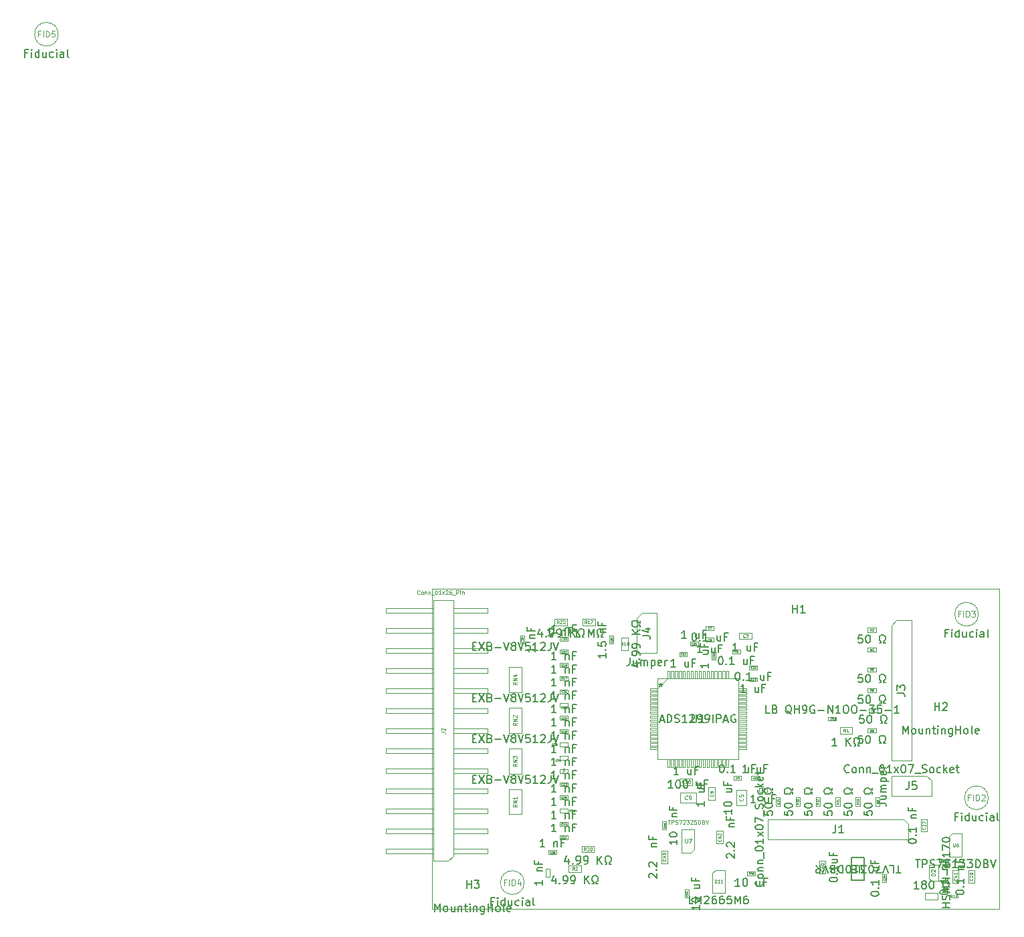
<source format=gbr>
%TF.GenerationSoftware,KiCad,Pcbnew,9.0.5-1.fc42*%
%TF.CreationDate,2025-11-21T18:00:38+01:00*%
%TF.ProjectId,bioamplifier,62696f61-6d70-46c6-9966-6965722e6b69,rev?*%
%TF.SameCoordinates,Original*%
%TF.FileFunction,AssemblyDrawing,Top*%
%FSLAX46Y46*%
G04 Gerber Fmt 4.6, Leading zero omitted, Abs format (unit mm)*
G04 Created by KiCad (PCBNEW 9.0.5-1.fc42) date 2025-11-21 18:00:38*
%MOMM*%
%LPD*%
G01*
G04 APERTURE LIST*
%ADD10C,0.150000*%
%ADD11C,0.040000*%
%ADD12C,0.075000*%
%ADD13C,0.110000*%
%ADD14C,0.060000*%
%ADD15C,0.080000*%
%ADD16C,0.125000*%
%ADD17C,0.100000*%
%ADD18C,0.025400*%
%TA.AperFunction,Profile*%
%ADD19C,0.100000*%
%TD*%
G04 APERTURE END LIST*
D10*
X75613333Y-80744819D02*
X75613333Y-81459104D01*
X75613333Y-81459104D02*
X75565714Y-81601961D01*
X75565714Y-81601961D02*
X75470476Y-81697200D01*
X75470476Y-81697200D02*
X75327619Y-81744819D01*
X75327619Y-81744819D02*
X75232381Y-81744819D01*
X76518095Y-81078152D02*
X76518095Y-81744819D01*
X76089524Y-81078152D02*
X76089524Y-81601961D01*
X76089524Y-81601961D02*
X76137143Y-81697200D01*
X76137143Y-81697200D02*
X76232381Y-81744819D01*
X76232381Y-81744819D02*
X76375238Y-81744819D01*
X76375238Y-81744819D02*
X76470476Y-81697200D01*
X76470476Y-81697200D02*
X76518095Y-81649580D01*
X76994286Y-81744819D02*
X76994286Y-81078152D01*
X76994286Y-81173390D02*
X77041905Y-81125771D01*
X77041905Y-81125771D02*
X77137143Y-81078152D01*
X77137143Y-81078152D02*
X77280000Y-81078152D01*
X77280000Y-81078152D02*
X77375238Y-81125771D01*
X77375238Y-81125771D02*
X77422857Y-81221009D01*
X77422857Y-81221009D02*
X77422857Y-81744819D01*
X77422857Y-81221009D02*
X77470476Y-81125771D01*
X77470476Y-81125771D02*
X77565714Y-81078152D01*
X77565714Y-81078152D02*
X77708571Y-81078152D01*
X77708571Y-81078152D02*
X77803810Y-81125771D01*
X77803810Y-81125771D02*
X77851429Y-81221009D01*
X77851429Y-81221009D02*
X77851429Y-81744819D01*
X78327619Y-81078152D02*
X78327619Y-82078152D01*
X78327619Y-81125771D02*
X78422857Y-81078152D01*
X78422857Y-81078152D02*
X78613333Y-81078152D01*
X78613333Y-81078152D02*
X78708571Y-81125771D01*
X78708571Y-81125771D02*
X78756190Y-81173390D01*
X78756190Y-81173390D02*
X78803809Y-81268628D01*
X78803809Y-81268628D02*
X78803809Y-81554342D01*
X78803809Y-81554342D02*
X78756190Y-81649580D01*
X78756190Y-81649580D02*
X78708571Y-81697200D01*
X78708571Y-81697200D02*
X78613333Y-81744819D01*
X78613333Y-81744819D02*
X78422857Y-81744819D01*
X78422857Y-81744819D02*
X78327619Y-81697200D01*
X79613333Y-81697200D02*
X79518095Y-81744819D01*
X79518095Y-81744819D02*
X79327619Y-81744819D01*
X79327619Y-81744819D02*
X79232381Y-81697200D01*
X79232381Y-81697200D02*
X79184762Y-81601961D01*
X79184762Y-81601961D02*
X79184762Y-81221009D01*
X79184762Y-81221009D02*
X79232381Y-81125771D01*
X79232381Y-81125771D02*
X79327619Y-81078152D01*
X79327619Y-81078152D02*
X79518095Y-81078152D01*
X79518095Y-81078152D02*
X79613333Y-81125771D01*
X79613333Y-81125771D02*
X79660952Y-81221009D01*
X79660952Y-81221009D02*
X79660952Y-81316247D01*
X79660952Y-81316247D02*
X79184762Y-81411485D01*
X80089524Y-81744819D02*
X80089524Y-81078152D01*
X80089524Y-81268628D02*
X80137143Y-81173390D01*
X80137143Y-81173390D02*
X80184762Y-81125771D01*
X80184762Y-81125771D02*
X80280000Y-81078152D01*
X80280000Y-81078152D02*
X80375238Y-81078152D01*
X77234819Y-77973333D02*
X77949104Y-77973333D01*
X77949104Y-77973333D02*
X78091961Y-78020952D01*
X78091961Y-78020952D02*
X78187200Y-78116190D01*
X78187200Y-78116190D02*
X78234819Y-78259047D01*
X78234819Y-78259047D02*
X78234819Y-78354285D01*
X77568152Y-77068571D02*
X78234819Y-77068571D01*
X77187200Y-77306666D02*
X77901485Y-77544761D01*
X77901485Y-77544761D02*
X77901485Y-76925714D01*
X109928571Y-108045180D02*
X109357143Y-108045180D01*
X109642857Y-107045180D02*
X109642857Y-108045180D01*
X108547619Y-107045180D02*
X109023809Y-107045180D01*
X109023809Y-107045180D02*
X109023809Y-108045180D01*
X108357142Y-108045180D02*
X108023809Y-107045180D01*
X108023809Y-107045180D02*
X107690476Y-108045180D01*
X107452380Y-108045180D02*
X106785714Y-108045180D01*
X106785714Y-108045180D02*
X107214285Y-107045180D01*
X106214285Y-108045180D02*
X106119047Y-108045180D01*
X106119047Y-108045180D02*
X106023809Y-107997561D01*
X106023809Y-107997561D02*
X105976190Y-107949942D01*
X105976190Y-107949942D02*
X105928571Y-107854704D01*
X105928571Y-107854704D02*
X105880952Y-107664228D01*
X105880952Y-107664228D02*
X105880952Y-107426133D01*
X105880952Y-107426133D02*
X105928571Y-107235657D01*
X105928571Y-107235657D02*
X105976190Y-107140419D01*
X105976190Y-107140419D02*
X106023809Y-107092800D01*
X106023809Y-107092800D02*
X106119047Y-107045180D01*
X106119047Y-107045180D02*
X106214285Y-107045180D01*
X106214285Y-107045180D02*
X106309523Y-107092800D01*
X106309523Y-107092800D02*
X106357142Y-107140419D01*
X106357142Y-107140419D02*
X106404761Y-107235657D01*
X106404761Y-107235657D02*
X106452380Y-107426133D01*
X106452380Y-107426133D02*
X106452380Y-107664228D01*
X106452380Y-107664228D02*
X106404761Y-107854704D01*
X106404761Y-107854704D02*
X106357142Y-107949942D01*
X106357142Y-107949942D02*
X106309523Y-107997561D01*
X106309523Y-107997561D02*
X106214285Y-108045180D01*
X105547618Y-108045180D02*
X104928571Y-108045180D01*
X104928571Y-108045180D02*
X105261904Y-107664228D01*
X105261904Y-107664228D02*
X105119047Y-107664228D01*
X105119047Y-107664228D02*
X105023809Y-107616609D01*
X105023809Y-107616609D02*
X104976190Y-107568990D01*
X104976190Y-107568990D02*
X104928571Y-107473752D01*
X104928571Y-107473752D02*
X104928571Y-107235657D01*
X104928571Y-107235657D02*
X104976190Y-107140419D01*
X104976190Y-107140419D02*
X105023809Y-107092800D01*
X105023809Y-107092800D02*
X105119047Y-107045180D01*
X105119047Y-107045180D02*
X105404761Y-107045180D01*
X105404761Y-107045180D02*
X105499999Y-107092800D01*
X105499999Y-107092800D02*
X105547618Y-107140419D01*
X103976190Y-107045180D02*
X104547618Y-107045180D01*
X104261904Y-107045180D02*
X104261904Y-108045180D01*
X104261904Y-108045180D02*
X104357142Y-107902323D01*
X104357142Y-107902323D02*
X104452380Y-107807085D01*
X104452380Y-107807085D02*
X104547618Y-107759466D01*
X103357142Y-108045180D02*
X103261904Y-108045180D01*
X103261904Y-108045180D02*
X103166666Y-107997561D01*
X103166666Y-107997561D02*
X103119047Y-107949942D01*
X103119047Y-107949942D02*
X103071428Y-107854704D01*
X103071428Y-107854704D02*
X103023809Y-107664228D01*
X103023809Y-107664228D02*
X103023809Y-107426133D01*
X103023809Y-107426133D02*
X103071428Y-107235657D01*
X103071428Y-107235657D02*
X103119047Y-107140419D01*
X103119047Y-107140419D02*
X103166666Y-107092800D01*
X103166666Y-107092800D02*
X103261904Y-107045180D01*
X103261904Y-107045180D02*
X103357142Y-107045180D01*
X103357142Y-107045180D02*
X103452380Y-107092800D01*
X103452380Y-107092800D02*
X103499999Y-107140419D01*
X103499999Y-107140419D02*
X103547618Y-107235657D01*
X103547618Y-107235657D02*
X103595237Y-107426133D01*
X103595237Y-107426133D02*
X103595237Y-107664228D01*
X103595237Y-107664228D02*
X103547618Y-107854704D01*
X103547618Y-107854704D02*
X103499999Y-107949942D01*
X103499999Y-107949942D02*
X103452380Y-107997561D01*
X103452380Y-107997561D02*
X103357142Y-108045180D01*
X102595237Y-107045180D02*
X102595237Y-108045180D01*
X102595237Y-108045180D02*
X102357142Y-108045180D01*
X102357142Y-108045180D02*
X102214285Y-107997561D01*
X102214285Y-107997561D02*
X102119047Y-107902323D01*
X102119047Y-107902323D02*
X102071428Y-107807085D01*
X102071428Y-107807085D02*
X102023809Y-107616609D01*
X102023809Y-107616609D02*
X102023809Y-107473752D01*
X102023809Y-107473752D02*
X102071428Y-107283276D01*
X102071428Y-107283276D02*
X102119047Y-107188038D01*
X102119047Y-107188038D02*
X102214285Y-107092800D01*
X102214285Y-107092800D02*
X102357142Y-107045180D01*
X102357142Y-107045180D02*
X102595237Y-107045180D01*
X101261904Y-107568990D02*
X101119047Y-107521371D01*
X101119047Y-107521371D02*
X101071428Y-107473752D01*
X101071428Y-107473752D02*
X101023809Y-107378514D01*
X101023809Y-107378514D02*
X101023809Y-107235657D01*
X101023809Y-107235657D02*
X101071428Y-107140419D01*
X101071428Y-107140419D02*
X101119047Y-107092800D01*
X101119047Y-107092800D02*
X101214285Y-107045180D01*
X101214285Y-107045180D02*
X101595237Y-107045180D01*
X101595237Y-107045180D02*
X101595237Y-108045180D01*
X101595237Y-108045180D02*
X101261904Y-108045180D01*
X101261904Y-108045180D02*
X101166666Y-107997561D01*
X101166666Y-107997561D02*
X101119047Y-107949942D01*
X101119047Y-107949942D02*
X101071428Y-107854704D01*
X101071428Y-107854704D02*
X101071428Y-107759466D01*
X101071428Y-107759466D02*
X101119047Y-107664228D01*
X101119047Y-107664228D02*
X101166666Y-107616609D01*
X101166666Y-107616609D02*
X101261904Y-107568990D01*
X101261904Y-107568990D02*
X101595237Y-107568990D01*
X100738094Y-108045180D02*
X100404761Y-107045180D01*
X100404761Y-107045180D02*
X100071428Y-108045180D01*
X99166666Y-107045180D02*
X99499999Y-107521371D01*
X99738094Y-107045180D02*
X99738094Y-108045180D01*
X99738094Y-108045180D02*
X99357142Y-108045180D01*
X99357142Y-108045180D02*
X99261904Y-107997561D01*
X99261904Y-107997561D02*
X99214285Y-107949942D01*
X99214285Y-107949942D02*
X99166666Y-107854704D01*
X99166666Y-107854704D02*
X99166666Y-107711847D01*
X99166666Y-107711847D02*
X99214285Y-107616609D01*
X99214285Y-107616609D02*
X99261904Y-107568990D01*
X99261904Y-107568990D02*
X99357142Y-107521371D01*
X99357142Y-107521371D02*
X99738094Y-107521371D01*
X105261904Y-108045180D02*
X105261904Y-107235657D01*
X105261904Y-107235657D02*
X105214285Y-107140419D01*
X105214285Y-107140419D02*
X105166666Y-107092800D01*
X105166666Y-107092800D02*
X105071428Y-107045180D01*
X105071428Y-107045180D02*
X104880952Y-107045180D01*
X104880952Y-107045180D02*
X104785714Y-107092800D01*
X104785714Y-107092800D02*
X104738095Y-107140419D01*
X104738095Y-107140419D02*
X104690476Y-107235657D01*
X104690476Y-107235657D02*
X104690476Y-108045180D01*
X104071428Y-107616609D02*
X104166666Y-107664228D01*
X104166666Y-107664228D02*
X104214285Y-107711847D01*
X104214285Y-107711847D02*
X104261904Y-107807085D01*
X104261904Y-107807085D02*
X104261904Y-107854704D01*
X104261904Y-107854704D02*
X104214285Y-107949942D01*
X104214285Y-107949942D02*
X104166666Y-107997561D01*
X104166666Y-107997561D02*
X104071428Y-108045180D01*
X104071428Y-108045180D02*
X103880952Y-108045180D01*
X103880952Y-108045180D02*
X103785714Y-107997561D01*
X103785714Y-107997561D02*
X103738095Y-107949942D01*
X103738095Y-107949942D02*
X103690476Y-107854704D01*
X103690476Y-107854704D02*
X103690476Y-107807085D01*
X103690476Y-107807085D02*
X103738095Y-107711847D01*
X103738095Y-107711847D02*
X103785714Y-107664228D01*
X103785714Y-107664228D02*
X103880952Y-107616609D01*
X103880952Y-107616609D02*
X104071428Y-107616609D01*
X104071428Y-107616609D02*
X104166666Y-107568990D01*
X104166666Y-107568990D02*
X104214285Y-107521371D01*
X104214285Y-107521371D02*
X104261904Y-107426133D01*
X104261904Y-107426133D02*
X104261904Y-107235657D01*
X104261904Y-107235657D02*
X104214285Y-107140419D01*
X104214285Y-107140419D02*
X104166666Y-107092800D01*
X104166666Y-107092800D02*
X104071428Y-107045180D01*
X104071428Y-107045180D02*
X103880952Y-107045180D01*
X103880952Y-107045180D02*
X103785714Y-107092800D01*
X103785714Y-107092800D02*
X103738095Y-107140419D01*
X103738095Y-107140419D02*
X103690476Y-107235657D01*
X103690476Y-107235657D02*
X103690476Y-107426133D01*
X103690476Y-107426133D02*
X103738095Y-107521371D01*
X103738095Y-107521371D02*
X103785714Y-107568990D01*
X103785714Y-107568990D02*
X103880952Y-107616609D01*
X92670376Y-100190476D02*
X92670376Y-100666666D01*
X92670376Y-100666666D02*
X93146566Y-100714285D01*
X93146566Y-100714285D02*
X93098947Y-100666666D01*
X93098947Y-100666666D02*
X93051328Y-100571428D01*
X93051328Y-100571428D02*
X93051328Y-100333333D01*
X93051328Y-100333333D02*
X93098947Y-100238095D01*
X93098947Y-100238095D02*
X93146566Y-100190476D01*
X93146566Y-100190476D02*
X93241804Y-100142857D01*
X93241804Y-100142857D02*
X93479899Y-100142857D01*
X93479899Y-100142857D02*
X93575137Y-100190476D01*
X93575137Y-100190476D02*
X93622757Y-100238095D01*
X93622757Y-100238095D02*
X93670376Y-100333333D01*
X93670376Y-100333333D02*
X93670376Y-100571428D01*
X93670376Y-100571428D02*
X93622757Y-100666666D01*
X93622757Y-100666666D02*
X93575137Y-100714285D01*
X92670376Y-99523809D02*
X92670376Y-99428571D01*
X92670376Y-99428571D02*
X92717995Y-99333333D01*
X92717995Y-99333333D02*
X92765614Y-99285714D01*
X92765614Y-99285714D02*
X92860852Y-99238095D01*
X92860852Y-99238095D02*
X93051328Y-99190476D01*
X93051328Y-99190476D02*
X93289423Y-99190476D01*
X93289423Y-99190476D02*
X93479899Y-99238095D01*
X93479899Y-99238095D02*
X93575137Y-99285714D01*
X93575137Y-99285714D02*
X93622757Y-99333333D01*
X93622757Y-99333333D02*
X93670376Y-99428571D01*
X93670376Y-99428571D02*
X93670376Y-99523809D01*
X93670376Y-99523809D02*
X93622757Y-99619047D01*
X93622757Y-99619047D02*
X93575137Y-99666666D01*
X93575137Y-99666666D02*
X93479899Y-99714285D01*
X93479899Y-99714285D02*
X93289423Y-99761904D01*
X93289423Y-99761904D02*
X93051328Y-99761904D01*
X93051328Y-99761904D02*
X92860852Y-99714285D01*
X92860852Y-99714285D02*
X92765614Y-99666666D01*
X92765614Y-99666666D02*
X92717995Y-99619047D01*
X92717995Y-99619047D02*
X92670376Y-99523809D01*
X93670376Y-98047618D02*
X93670376Y-97809523D01*
X93670376Y-97809523D02*
X93479899Y-97809523D01*
X93479899Y-97809523D02*
X93432280Y-97904761D01*
X93432280Y-97904761D02*
X93337042Y-97999999D01*
X93337042Y-97999999D02*
X93194185Y-98047618D01*
X93194185Y-98047618D02*
X92956090Y-98047618D01*
X92956090Y-98047618D02*
X92813233Y-97999999D01*
X92813233Y-97999999D02*
X92717995Y-97904761D01*
X92717995Y-97904761D02*
X92670376Y-97761904D01*
X92670376Y-97761904D02*
X92670376Y-97571428D01*
X92670376Y-97571428D02*
X92717995Y-97428571D01*
X92717995Y-97428571D02*
X92813233Y-97333333D01*
X92813233Y-97333333D02*
X92956090Y-97285714D01*
X92956090Y-97285714D02*
X93194185Y-97285714D01*
X93194185Y-97285714D02*
X93337042Y-97333333D01*
X93337042Y-97333333D02*
X93432280Y-97428571D01*
X93432280Y-97428571D02*
X93479899Y-97523809D01*
X93479899Y-97523809D02*
X93670376Y-97523809D01*
X93670376Y-97523809D02*
X93670376Y-97285714D01*
D11*
X94503757Y-99167142D02*
X94379948Y-99253809D01*
X94503757Y-99315714D02*
X94243757Y-99315714D01*
X94243757Y-99315714D02*
X94243757Y-99216666D01*
X94243757Y-99216666D02*
X94256138Y-99191904D01*
X94256138Y-99191904D02*
X94268519Y-99179523D01*
X94268519Y-99179523D02*
X94293281Y-99167142D01*
X94293281Y-99167142D02*
X94330424Y-99167142D01*
X94330424Y-99167142D02*
X94355186Y-99179523D01*
X94355186Y-99179523D02*
X94367567Y-99191904D01*
X94367567Y-99191904D02*
X94379948Y-99216666D01*
X94379948Y-99216666D02*
X94379948Y-99315714D01*
X94503757Y-98919523D02*
X94503757Y-99068095D01*
X94503757Y-98993809D02*
X94243757Y-98993809D01*
X94243757Y-98993809D02*
X94280900Y-99018571D01*
X94280900Y-99018571D02*
X94305662Y-99043333D01*
X94305662Y-99043333D02*
X94318043Y-99068095D01*
X94330424Y-98696666D02*
X94503757Y-98696666D01*
X94231377Y-98758571D02*
X94417091Y-98820476D01*
X94417091Y-98820476D02*
X94417091Y-98659523D01*
D10*
X66293809Y-82671528D02*
X65722381Y-82671528D01*
X66008095Y-82671528D02*
X66008095Y-81671528D01*
X66008095Y-81671528D02*
X65912857Y-81814385D01*
X65912857Y-81814385D02*
X65817619Y-81909623D01*
X65817619Y-81909623D02*
X65722381Y-81957242D01*
X67484286Y-82004861D02*
X67484286Y-82671528D01*
X67484286Y-82100099D02*
X67531905Y-82052480D01*
X67531905Y-82052480D02*
X67627143Y-82004861D01*
X67627143Y-82004861D02*
X67770000Y-82004861D01*
X67770000Y-82004861D02*
X67865238Y-82052480D01*
X67865238Y-82052480D02*
X67912857Y-82147718D01*
X67912857Y-82147718D02*
X67912857Y-82671528D01*
X68722381Y-82147718D02*
X68389048Y-82147718D01*
X68389048Y-82671528D02*
X68389048Y-81671528D01*
X68389048Y-81671528D02*
X68865238Y-81671528D01*
D11*
X67109285Y-83466474D02*
X67097381Y-83478379D01*
X67097381Y-83478379D02*
X67061666Y-83490283D01*
X67061666Y-83490283D02*
X67037857Y-83490283D01*
X67037857Y-83490283D02*
X67002143Y-83478379D01*
X67002143Y-83478379D02*
X66978333Y-83454569D01*
X66978333Y-83454569D02*
X66966428Y-83430759D01*
X66966428Y-83430759D02*
X66954524Y-83383140D01*
X66954524Y-83383140D02*
X66954524Y-83347426D01*
X66954524Y-83347426D02*
X66966428Y-83299807D01*
X66966428Y-83299807D02*
X66978333Y-83275998D01*
X66978333Y-83275998D02*
X67002143Y-83252188D01*
X67002143Y-83252188D02*
X67037857Y-83240283D01*
X67037857Y-83240283D02*
X67061666Y-83240283D01*
X67061666Y-83240283D02*
X67097381Y-83252188D01*
X67097381Y-83252188D02*
X67109285Y-83264093D01*
X67347381Y-83490283D02*
X67204524Y-83490283D01*
X67275952Y-83490283D02*
X67275952Y-83240283D01*
X67275952Y-83240283D02*
X67252143Y-83275998D01*
X67252143Y-83275998D02*
X67228333Y-83299807D01*
X67228333Y-83299807D02*
X67204524Y-83311712D01*
X67430714Y-83240283D02*
X67597380Y-83240283D01*
X67597380Y-83240283D02*
X67490238Y-83490283D01*
D10*
X55719047Y-79303478D02*
X56052380Y-79303478D01*
X56195237Y-79827288D02*
X55719047Y-79827288D01*
X55719047Y-79827288D02*
X55719047Y-78827288D01*
X55719047Y-78827288D02*
X56195237Y-78827288D01*
X56528571Y-78827288D02*
X57195237Y-79827288D01*
X57195237Y-78827288D02*
X56528571Y-79827288D01*
X57909523Y-79303478D02*
X58052380Y-79351097D01*
X58052380Y-79351097D02*
X58099999Y-79398716D01*
X58099999Y-79398716D02*
X58147618Y-79493954D01*
X58147618Y-79493954D02*
X58147618Y-79636811D01*
X58147618Y-79636811D02*
X58099999Y-79732049D01*
X58099999Y-79732049D02*
X58052380Y-79779669D01*
X58052380Y-79779669D02*
X57957142Y-79827288D01*
X57957142Y-79827288D02*
X57576190Y-79827288D01*
X57576190Y-79827288D02*
X57576190Y-78827288D01*
X57576190Y-78827288D02*
X57909523Y-78827288D01*
X57909523Y-78827288D02*
X58004761Y-78874907D01*
X58004761Y-78874907D02*
X58052380Y-78922526D01*
X58052380Y-78922526D02*
X58099999Y-79017764D01*
X58099999Y-79017764D02*
X58099999Y-79113002D01*
X58099999Y-79113002D02*
X58052380Y-79208240D01*
X58052380Y-79208240D02*
X58004761Y-79255859D01*
X58004761Y-79255859D02*
X57909523Y-79303478D01*
X57909523Y-79303478D02*
X57576190Y-79303478D01*
X58576190Y-79446335D02*
X59338095Y-79446335D01*
X59671428Y-78827288D02*
X60004761Y-79827288D01*
X60004761Y-79827288D02*
X60338094Y-78827288D01*
X60814285Y-79255859D02*
X60719047Y-79208240D01*
X60719047Y-79208240D02*
X60671428Y-79160621D01*
X60671428Y-79160621D02*
X60623809Y-79065383D01*
X60623809Y-79065383D02*
X60623809Y-79017764D01*
X60623809Y-79017764D02*
X60671428Y-78922526D01*
X60671428Y-78922526D02*
X60719047Y-78874907D01*
X60719047Y-78874907D02*
X60814285Y-78827288D01*
X60814285Y-78827288D02*
X61004761Y-78827288D01*
X61004761Y-78827288D02*
X61099999Y-78874907D01*
X61099999Y-78874907D02*
X61147618Y-78922526D01*
X61147618Y-78922526D02*
X61195237Y-79017764D01*
X61195237Y-79017764D02*
X61195237Y-79065383D01*
X61195237Y-79065383D02*
X61147618Y-79160621D01*
X61147618Y-79160621D02*
X61099999Y-79208240D01*
X61099999Y-79208240D02*
X61004761Y-79255859D01*
X61004761Y-79255859D02*
X60814285Y-79255859D01*
X60814285Y-79255859D02*
X60719047Y-79303478D01*
X60719047Y-79303478D02*
X60671428Y-79351097D01*
X60671428Y-79351097D02*
X60623809Y-79446335D01*
X60623809Y-79446335D02*
X60623809Y-79636811D01*
X60623809Y-79636811D02*
X60671428Y-79732049D01*
X60671428Y-79732049D02*
X60719047Y-79779669D01*
X60719047Y-79779669D02*
X60814285Y-79827288D01*
X60814285Y-79827288D02*
X61004761Y-79827288D01*
X61004761Y-79827288D02*
X61099999Y-79779669D01*
X61099999Y-79779669D02*
X61147618Y-79732049D01*
X61147618Y-79732049D02*
X61195237Y-79636811D01*
X61195237Y-79636811D02*
X61195237Y-79446335D01*
X61195237Y-79446335D02*
X61147618Y-79351097D01*
X61147618Y-79351097D02*
X61099999Y-79303478D01*
X61099999Y-79303478D02*
X61004761Y-79255859D01*
X61480952Y-78827288D02*
X61814285Y-79827288D01*
X61814285Y-79827288D02*
X62147618Y-78827288D01*
X62957142Y-78827288D02*
X62480952Y-78827288D01*
X62480952Y-78827288D02*
X62433333Y-79303478D01*
X62433333Y-79303478D02*
X62480952Y-79255859D01*
X62480952Y-79255859D02*
X62576190Y-79208240D01*
X62576190Y-79208240D02*
X62814285Y-79208240D01*
X62814285Y-79208240D02*
X62909523Y-79255859D01*
X62909523Y-79255859D02*
X62957142Y-79303478D01*
X62957142Y-79303478D02*
X63004761Y-79398716D01*
X63004761Y-79398716D02*
X63004761Y-79636811D01*
X63004761Y-79636811D02*
X62957142Y-79732049D01*
X62957142Y-79732049D02*
X62909523Y-79779669D01*
X62909523Y-79779669D02*
X62814285Y-79827288D01*
X62814285Y-79827288D02*
X62576190Y-79827288D01*
X62576190Y-79827288D02*
X62480952Y-79779669D01*
X62480952Y-79779669D02*
X62433333Y-79732049D01*
X63957142Y-79827288D02*
X63385714Y-79827288D01*
X63671428Y-79827288D02*
X63671428Y-78827288D01*
X63671428Y-78827288D02*
X63576190Y-78970145D01*
X63576190Y-78970145D02*
X63480952Y-79065383D01*
X63480952Y-79065383D02*
X63385714Y-79113002D01*
X64338095Y-78922526D02*
X64385714Y-78874907D01*
X64385714Y-78874907D02*
X64480952Y-78827288D01*
X64480952Y-78827288D02*
X64719047Y-78827288D01*
X64719047Y-78827288D02*
X64814285Y-78874907D01*
X64814285Y-78874907D02*
X64861904Y-78922526D01*
X64861904Y-78922526D02*
X64909523Y-79017764D01*
X64909523Y-79017764D02*
X64909523Y-79113002D01*
X64909523Y-79113002D02*
X64861904Y-79255859D01*
X64861904Y-79255859D02*
X64290476Y-79827288D01*
X64290476Y-79827288D02*
X64909523Y-79827288D01*
X65623809Y-78827288D02*
X65623809Y-79541573D01*
X65623809Y-79541573D02*
X65576190Y-79684430D01*
X65576190Y-79684430D02*
X65480952Y-79779669D01*
X65480952Y-79779669D02*
X65338095Y-79827288D01*
X65338095Y-79827288D02*
X65242857Y-79827288D01*
X65957143Y-78827288D02*
X66290476Y-79827288D01*
X66290476Y-79827288D02*
X66623809Y-78827288D01*
D12*
X61327409Y-83868673D02*
X61089314Y-84035339D01*
X61327409Y-84154387D02*
X60827409Y-84154387D01*
X60827409Y-84154387D02*
X60827409Y-83963911D01*
X60827409Y-83963911D02*
X60851219Y-83916292D01*
X60851219Y-83916292D02*
X60875028Y-83892482D01*
X60875028Y-83892482D02*
X60922647Y-83868673D01*
X60922647Y-83868673D02*
X60994076Y-83868673D01*
X60994076Y-83868673D02*
X61041695Y-83892482D01*
X61041695Y-83892482D02*
X61065504Y-83916292D01*
X61065504Y-83916292D02*
X61089314Y-83963911D01*
X61089314Y-83963911D02*
X61089314Y-84154387D01*
X61327409Y-83654387D02*
X60827409Y-83654387D01*
X60827409Y-83654387D02*
X61327409Y-83368673D01*
X61327409Y-83368673D02*
X60827409Y-83368673D01*
X60994076Y-82916291D02*
X61327409Y-82916291D01*
X60803600Y-83035339D02*
X61160742Y-83154386D01*
X61160742Y-83154386D02*
X61160742Y-82844863D01*
D10*
X58369047Y-111631009D02*
X58035714Y-111631009D01*
X58035714Y-112154819D02*
X58035714Y-111154819D01*
X58035714Y-111154819D02*
X58511904Y-111154819D01*
X58892857Y-112154819D02*
X58892857Y-111488152D01*
X58892857Y-111154819D02*
X58845238Y-111202438D01*
X58845238Y-111202438D02*
X58892857Y-111250057D01*
X58892857Y-111250057D02*
X58940476Y-111202438D01*
X58940476Y-111202438D02*
X58892857Y-111154819D01*
X58892857Y-111154819D02*
X58892857Y-111250057D01*
X59797618Y-112154819D02*
X59797618Y-111154819D01*
X59797618Y-112107200D02*
X59702380Y-112154819D01*
X59702380Y-112154819D02*
X59511904Y-112154819D01*
X59511904Y-112154819D02*
X59416666Y-112107200D01*
X59416666Y-112107200D02*
X59369047Y-112059580D01*
X59369047Y-112059580D02*
X59321428Y-111964342D01*
X59321428Y-111964342D02*
X59321428Y-111678628D01*
X59321428Y-111678628D02*
X59369047Y-111583390D01*
X59369047Y-111583390D02*
X59416666Y-111535771D01*
X59416666Y-111535771D02*
X59511904Y-111488152D01*
X59511904Y-111488152D02*
X59702380Y-111488152D01*
X59702380Y-111488152D02*
X59797618Y-111535771D01*
X60702380Y-111488152D02*
X60702380Y-112154819D01*
X60273809Y-111488152D02*
X60273809Y-112011961D01*
X60273809Y-112011961D02*
X60321428Y-112107200D01*
X60321428Y-112107200D02*
X60416666Y-112154819D01*
X60416666Y-112154819D02*
X60559523Y-112154819D01*
X60559523Y-112154819D02*
X60654761Y-112107200D01*
X60654761Y-112107200D02*
X60702380Y-112059580D01*
X61607142Y-112107200D02*
X61511904Y-112154819D01*
X61511904Y-112154819D02*
X61321428Y-112154819D01*
X61321428Y-112154819D02*
X61226190Y-112107200D01*
X61226190Y-112107200D02*
X61178571Y-112059580D01*
X61178571Y-112059580D02*
X61130952Y-111964342D01*
X61130952Y-111964342D02*
X61130952Y-111678628D01*
X61130952Y-111678628D02*
X61178571Y-111583390D01*
X61178571Y-111583390D02*
X61226190Y-111535771D01*
X61226190Y-111535771D02*
X61321428Y-111488152D01*
X61321428Y-111488152D02*
X61511904Y-111488152D01*
X61511904Y-111488152D02*
X61607142Y-111535771D01*
X62035714Y-112154819D02*
X62035714Y-111488152D01*
X62035714Y-111154819D02*
X61988095Y-111202438D01*
X61988095Y-111202438D02*
X62035714Y-111250057D01*
X62035714Y-111250057D02*
X62083333Y-111202438D01*
X62083333Y-111202438D02*
X62035714Y-111154819D01*
X62035714Y-111154819D02*
X62035714Y-111250057D01*
X62940475Y-112154819D02*
X62940475Y-111631009D01*
X62940475Y-111631009D02*
X62892856Y-111535771D01*
X62892856Y-111535771D02*
X62797618Y-111488152D01*
X62797618Y-111488152D02*
X62607142Y-111488152D01*
X62607142Y-111488152D02*
X62511904Y-111535771D01*
X62940475Y-112107200D02*
X62845237Y-112154819D01*
X62845237Y-112154819D02*
X62607142Y-112154819D01*
X62607142Y-112154819D02*
X62511904Y-112107200D01*
X62511904Y-112107200D02*
X62464285Y-112011961D01*
X62464285Y-112011961D02*
X62464285Y-111916723D01*
X62464285Y-111916723D02*
X62511904Y-111821485D01*
X62511904Y-111821485D02*
X62607142Y-111773866D01*
X62607142Y-111773866D02*
X62845237Y-111773866D01*
X62845237Y-111773866D02*
X62940475Y-111726247D01*
X63559523Y-112154819D02*
X63464285Y-112107200D01*
X63464285Y-112107200D02*
X63416666Y-112011961D01*
X63416666Y-112011961D02*
X63416666Y-111154819D01*
D13*
X59946428Y-109198387D02*
X59696428Y-109198387D01*
X59696428Y-109591244D02*
X59696428Y-108841244D01*
X59696428Y-108841244D02*
X60053571Y-108841244D01*
X60339285Y-109591244D02*
X60339285Y-108841244D01*
X60696428Y-109591244D02*
X60696428Y-108841244D01*
X60696428Y-108841244D02*
X60874999Y-108841244D01*
X60874999Y-108841244D02*
X60982142Y-108876958D01*
X60982142Y-108876958D02*
X61053571Y-108948387D01*
X61053571Y-108948387D02*
X61089285Y-109019815D01*
X61089285Y-109019815D02*
X61124999Y-109162672D01*
X61124999Y-109162672D02*
X61124999Y-109269815D01*
X61124999Y-109269815D02*
X61089285Y-109412672D01*
X61089285Y-109412672D02*
X61053571Y-109484101D01*
X61053571Y-109484101D02*
X60982142Y-109555530D01*
X60982142Y-109555530D02*
X60874999Y-109591244D01*
X60874999Y-109591244D02*
X60696428Y-109591244D01*
X61767857Y-109091244D02*
X61767857Y-109591244D01*
X61589285Y-108805530D02*
X61410714Y-109341244D01*
X61410714Y-109341244D02*
X61874999Y-109341244D01*
D10*
X64472619Y-77468152D02*
X64472619Y-78134819D01*
X64234524Y-77087200D02*
X63996429Y-77801485D01*
X63996429Y-77801485D02*
X64615476Y-77801485D01*
X64996429Y-78039580D02*
X65044048Y-78087200D01*
X65044048Y-78087200D02*
X64996429Y-78134819D01*
X64996429Y-78134819D02*
X64948810Y-78087200D01*
X64948810Y-78087200D02*
X64996429Y-78039580D01*
X64996429Y-78039580D02*
X64996429Y-78134819D01*
X65520238Y-78134819D02*
X65710714Y-78134819D01*
X65710714Y-78134819D02*
X65805952Y-78087200D01*
X65805952Y-78087200D02*
X65853571Y-78039580D01*
X65853571Y-78039580D02*
X65948809Y-77896723D01*
X65948809Y-77896723D02*
X65996428Y-77706247D01*
X65996428Y-77706247D02*
X65996428Y-77325295D01*
X65996428Y-77325295D02*
X65948809Y-77230057D01*
X65948809Y-77230057D02*
X65901190Y-77182438D01*
X65901190Y-77182438D02*
X65805952Y-77134819D01*
X65805952Y-77134819D02*
X65615476Y-77134819D01*
X65615476Y-77134819D02*
X65520238Y-77182438D01*
X65520238Y-77182438D02*
X65472619Y-77230057D01*
X65472619Y-77230057D02*
X65425000Y-77325295D01*
X65425000Y-77325295D02*
X65425000Y-77563390D01*
X65425000Y-77563390D02*
X65472619Y-77658628D01*
X65472619Y-77658628D02*
X65520238Y-77706247D01*
X65520238Y-77706247D02*
X65615476Y-77753866D01*
X65615476Y-77753866D02*
X65805952Y-77753866D01*
X65805952Y-77753866D02*
X65901190Y-77706247D01*
X65901190Y-77706247D02*
X65948809Y-77658628D01*
X65948809Y-77658628D02*
X65996428Y-77563390D01*
X66472619Y-78134819D02*
X66663095Y-78134819D01*
X66663095Y-78134819D02*
X66758333Y-78087200D01*
X66758333Y-78087200D02*
X66805952Y-78039580D01*
X66805952Y-78039580D02*
X66901190Y-77896723D01*
X66901190Y-77896723D02*
X66948809Y-77706247D01*
X66948809Y-77706247D02*
X66948809Y-77325295D01*
X66948809Y-77325295D02*
X66901190Y-77230057D01*
X66901190Y-77230057D02*
X66853571Y-77182438D01*
X66853571Y-77182438D02*
X66758333Y-77134819D01*
X66758333Y-77134819D02*
X66567857Y-77134819D01*
X66567857Y-77134819D02*
X66472619Y-77182438D01*
X66472619Y-77182438D02*
X66425000Y-77230057D01*
X66425000Y-77230057D02*
X66377381Y-77325295D01*
X66377381Y-77325295D02*
X66377381Y-77563390D01*
X66377381Y-77563390D02*
X66425000Y-77658628D01*
X66425000Y-77658628D02*
X66472619Y-77706247D01*
X66472619Y-77706247D02*
X66567857Y-77753866D01*
X66567857Y-77753866D02*
X66758333Y-77753866D01*
X66758333Y-77753866D02*
X66853571Y-77706247D01*
X66853571Y-77706247D02*
X66901190Y-77658628D01*
X66901190Y-77658628D02*
X66948809Y-77563390D01*
X68139286Y-78134819D02*
X68139286Y-77134819D01*
X68710714Y-78134819D02*
X68282143Y-77563390D01*
X68710714Y-77134819D02*
X68139286Y-77706247D01*
X69091667Y-78134819D02*
X69329762Y-78134819D01*
X69329762Y-78134819D02*
X69329762Y-77944342D01*
X69329762Y-77944342D02*
X69234524Y-77896723D01*
X69234524Y-77896723D02*
X69139286Y-77801485D01*
X69139286Y-77801485D02*
X69091667Y-77658628D01*
X69091667Y-77658628D02*
X69091667Y-77420533D01*
X69091667Y-77420533D02*
X69139286Y-77277676D01*
X69139286Y-77277676D02*
X69234524Y-77182438D01*
X69234524Y-77182438D02*
X69377381Y-77134819D01*
X69377381Y-77134819D02*
X69567857Y-77134819D01*
X69567857Y-77134819D02*
X69710714Y-77182438D01*
X69710714Y-77182438D02*
X69805952Y-77277676D01*
X69805952Y-77277676D02*
X69853571Y-77420533D01*
X69853571Y-77420533D02*
X69853571Y-77658628D01*
X69853571Y-77658628D02*
X69805952Y-77801485D01*
X69805952Y-77801485D02*
X69710714Y-77896723D01*
X69710714Y-77896723D02*
X69615476Y-77944342D01*
X69615476Y-77944342D02*
X69615476Y-78134819D01*
X69615476Y-78134819D02*
X69853571Y-78134819D01*
D14*
X66667857Y-76431927D02*
X66534524Y-76241451D01*
X66439286Y-76431927D02*
X66439286Y-76031927D01*
X66439286Y-76031927D02*
X66591667Y-76031927D01*
X66591667Y-76031927D02*
X66629762Y-76050975D01*
X66629762Y-76050975D02*
X66648809Y-76070022D01*
X66648809Y-76070022D02*
X66667857Y-76108118D01*
X66667857Y-76108118D02*
X66667857Y-76165260D01*
X66667857Y-76165260D02*
X66648809Y-76203356D01*
X66648809Y-76203356D02*
X66629762Y-76222403D01*
X66629762Y-76222403D02*
X66591667Y-76241451D01*
X66591667Y-76241451D02*
X66439286Y-76241451D01*
X66820238Y-76070022D02*
X66839286Y-76050975D01*
X66839286Y-76050975D02*
X66877381Y-76031927D01*
X66877381Y-76031927D02*
X66972619Y-76031927D01*
X66972619Y-76031927D02*
X67010714Y-76050975D01*
X67010714Y-76050975D02*
X67029762Y-76070022D01*
X67029762Y-76070022D02*
X67048809Y-76108118D01*
X67048809Y-76108118D02*
X67048809Y-76146213D01*
X67048809Y-76146213D02*
X67029762Y-76203356D01*
X67029762Y-76203356D02*
X66801190Y-76431927D01*
X66801190Y-76431927D02*
X67048809Y-76431927D01*
X67201190Y-76070022D02*
X67220238Y-76050975D01*
X67220238Y-76050975D02*
X67258333Y-76031927D01*
X67258333Y-76031927D02*
X67353571Y-76031927D01*
X67353571Y-76031927D02*
X67391666Y-76050975D01*
X67391666Y-76050975D02*
X67410714Y-76070022D01*
X67410714Y-76070022D02*
X67429761Y-76108118D01*
X67429761Y-76108118D02*
X67429761Y-76146213D01*
X67429761Y-76146213D02*
X67410714Y-76203356D01*
X67410714Y-76203356D02*
X67182142Y-76431927D01*
X67182142Y-76431927D02*
X67429761Y-76431927D01*
D10*
X102761930Y-100190476D02*
X102761930Y-100666666D01*
X102761930Y-100666666D02*
X103238120Y-100714285D01*
X103238120Y-100714285D02*
X103190501Y-100666666D01*
X103190501Y-100666666D02*
X103142882Y-100571428D01*
X103142882Y-100571428D02*
X103142882Y-100333333D01*
X103142882Y-100333333D02*
X103190501Y-100238095D01*
X103190501Y-100238095D02*
X103238120Y-100190476D01*
X103238120Y-100190476D02*
X103333358Y-100142857D01*
X103333358Y-100142857D02*
X103571453Y-100142857D01*
X103571453Y-100142857D02*
X103666691Y-100190476D01*
X103666691Y-100190476D02*
X103714311Y-100238095D01*
X103714311Y-100238095D02*
X103761930Y-100333333D01*
X103761930Y-100333333D02*
X103761930Y-100571428D01*
X103761930Y-100571428D02*
X103714311Y-100666666D01*
X103714311Y-100666666D02*
X103666691Y-100714285D01*
X102761930Y-99523809D02*
X102761930Y-99428571D01*
X102761930Y-99428571D02*
X102809549Y-99333333D01*
X102809549Y-99333333D02*
X102857168Y-99285714D01*
X102857168Y-99285714D02*
X102952406Y-99238095D01*
X102952406Y-99238095D02*
X103142882Y-99190476D01*
X103142882Y-99190476D02*
X103380977Y-99190476D01*
X103380977Y-99190476D02*
X103571453Y-99238095D01*
X103571453Y-99238095D02*
X103666691Y-99285714D01*
X103666691Y-99285714D02*
X103714311Y-99333333D01*
X103714311Y-99333333D02*
X103761930Y-99428571D01*
X103761930Y-99428571D02*
X103761930Y-99523809D01*
X103761930Y-99523809D02*
X103714311Y-99619047D01*
X103714311Y-99619047D02*
X103666691Y-99666666D01*
X103666691Y-99666666D02*
X103571453Y-99714285D01*
X103571453Y-99714285D02*
X103380977Y-99761904D01*
X103380977Y-99761904D02*
X103142882Y-99761904D01*
X103142882Y-99761904D02*
X102952406Y-99714285D01*
X102952406Y-99714285D02*
X102857168Y-99666666D01*
X102857168Y-99666666D02*
X102809549Y-99619047D01*
X102809549Y-99619047D02*
X102761930Y-99523809D01*
X103761930Y-98047618D02*
X103761930Y-97809523D01*
X103761930Y-97809523D02*
X103571453Y-97809523D01*
X103571453Y-97809523D02*
X103523834Y-97904761D01*
X103523834Y-97904761D02*
X103428596Y-97999999D01*
X103428596Y-97999999D02*
X103285739Y-98047618D01*
X103285739Y-98047618D02*
X103047644Y-98047618D01*
X103047644Y-98047618D02*
X102904787Y-97999999D01*
X102904787Y-97999999D02*
X102809549Y-97904761D01*
X102809549Y-97904761D02*
X102761930Y-97761904D01*
X102761930Y-97761904D02*
X102761930Y-97571428D01*
X102761930Y-97571428D02*
X102809549Y-97428571D01*
X102809549Y-97428571D02*
X102904787Y-97333333D01*
X102904787Y-97333333D02*
X103047644Y-97285714D01*
X103047644Y-97285714D02*
X103285739Y-97285714D01*
X103285739Y-97285714D02*
X103428596Y-97333333D01*
X103428596Y-97333333D02*
X103523834Y-97428571D01*
X103523834Y-97428571D02*
X103571453Y-97523809D01*
X103571453Y-97523809D02*
X103761930Y-97523809D01*
X103761930Y-97523809D02*
X103761930Y-97285714D01*
D11*
X104595311Y-99167142D02*
X104471502Y-99253809D01*
X104595311Y-99315714D02*
X104335311Y-99315714D01*
X104335311Y-99315714D02*
X104335311Y-99216666D01*
X104335311Y-99216666D02*
X104347692Y-99191904D01*
X104347692Y-99191904D02*
X104360073Y-99179523D01*
X104360073Y-99179523D02*
X104384835Y-99167142D01*
X104384835Y-99167142D02*
X104421978Y-99167142D01*
X104421978Y-99167142D02*
X104446740Y-99179523D01*
X104446740Y-99179523D02*
X104459121Y-99191904D01*
X104459121Y-99191904D02*
X104471502Y-99216666D01*
X104471502Y-99216666D02*
X104471502Y-99315714D01*
X104595311Y-98919523D02*
X104595311Y-99068095D01*
X104595311Y-98993809D02*
X104335311Y-98993809D01*
X104335311Y-98993809D02*
X104372454Y-99018571D01*
X104372454Y-99018571D02*
X104397216Y-99043333D01*
X104397216Y-99043333D02*
X104409597Y-99068095D01*
X104335311Y-98758571D02*
X104335311Y-98733809D01*
X104335311Y-98733809D02*
X104347692Y-98709047D01*
X104347692Y-98709047D02*
X104360073Y-98696666D01*
X104360073Y-98696666D02*
X104384835Y-98684285D01*
X104384835Y-98684285D02*
X104434359Y-98671904D01*
X104434359Y-98671904D02*
X104496264Y-98671904D01*
X104496264Y-98671904D02*
X104545788Y-98684285D01*
X104545788Y-98684285D02*
X104570550Y-98696666D01*
X104570550Y-98696666D02*
X104582931Y-98709047D01*
X104582931Y-98709047D02*
X104595311Y-98733809D01*
X104595311Y-98733809D02*
X104595311Y-98758571D01*
X104595311Y-98758571D02*
X104582931Y-98783333D01*
X104582931Y-98783333D02*
X104570550Y-98795714D01*
X104570550Y-98795714D02*
X104545788Y-98808095D01*
X104545788Y-98808095D02*
X104496264Y-98820476D01*
X104496264Y-98820476D02*
X104434359Y-98820476D01*
X104434359Y-98820476D02*
X104384835Y-98808095D01*
X104384835Y-98808095D02*
X104360073Y-98795714D01*
X104360073Y-98795714D02*
X104347692Y-98783333D01*
X104347692Y-98783333D02*
X104335311Y-98758571D01*
D10*
X-605952Y-4156009D02*
X-939285Y-4156009D01*
X-939285Y-4679819D02*
X-939285Y-3679819D01*
X-939285Y-3679819D02*
X-463095Y-3679819D01*
X-82142Y-4679819D02*
X-82142Y-4013152D01*
X-82142Y-3679819D02*
X-129761Y-3727438D01*
X-129761Y-3727438D02*
X-82142Y-3775057D01*
X-82142Y-3775057D02*
X-34523Y-3727438D01*
X-34523Y-3727438D02*
X-82142Y-3679819D01*
X-82142Y-3679819D02*
X-82142Y-3775057D01*
X822618Y-4679819D02*
X822618Y-3679819D01*
X822618Y-4632200D02*
X727380Y-4679819D01*
X727380Y-4679819D02*
X536904Y-4679819D01*
X536904Y-4679819D02*
X441666Y-4632200D01*
X441666Y-4632200D02*
X394047Y-4584580D01*
X394047Y-4584580D02*
X346428Y-4489342D01*
X346428Y-4489342D02*
X346428Y-4203628D01*
X346428Y-4203628D02*
X394047Y-4108390D01*
X394047Y-4108390D02*
X441666Y-4060771D01*
X441666Y-4060771D02*
X536904Y-4013152D01*
X536904Y-4013152D02*
X727380Y-4013152D01*
X727380Y-4013152D02*
X822618Y-4060771D01*
X1727380Y-4013152D02*
X1727380Y-4679819D01*
X1298809Y-4013152D02*
X1298809Y-4536961D01*
X1298809Y-4536961D02*
X1346428Y-4632200D01*
X1346428Y-4632200D02*
X1441666Y-4679819D01*
X1441666Y-4679819D02*
X1584523Y-4679819D01*
X1584523Y-4679819D02*
X1679761Y-4632200D01*
X1679761Y-4632200D02*
X1727380Y-4584580D01*
X2632142Y-4632200D02*
X2536904Y-4679819D01*
X2536904Y-4679819D02*
X2346428Y-4679819D01*
X2346428Y-4679819D02*
X2251190Y-4632200D01*
X2251190Y-4632200D02*
X2203571Y-4584580D01*
X2203571Y-4584580D02*
X2155952Y-4489342D01*
X2155952Y-4489342D02*
X2155952Y-4203628D01*
X2155952Y-4203628D02*
X2203571Y-4108390D01*
X2203571Y-4108390D02*
X2251190Y-4060771D01*
X2251190Y-4060771D02*
X2346428Y-4013152D01*
X2346428Y-4013152D02*
X2536904Y-4013152D01*
X2536904Y-4013152D02*
X2632142Y-4060771D01*
X3060714Y-4679819D02*
X3060714Y-4013152D01*
X3060714Y-3679819D02*
X3013095Y-3727438D01*
X3013095Y-3727438D02*
X3060714Y-3775057D01*
X3060714Y-3775057D02*
X3108333Y-3727438D01*
X3108333Y-3727438D02*
X3060714Y-3679819D01*
X3060714Y-3679819D02*
X3060714Y-3775057D01*
X3965475Y-4679819D02*
X3965475Y-4156009D01*
X3965475Y-4156009D02*
X3917856Y-4060771D01*
X3917856Y-4060771D02*
X3822618Y-4013152D01*
X3822618Y-4013152D02*
X3632142Y-4013152D01*
X3632142Y-4013152D02*
X3536904Y-4060771D01*
X3965475Y-4632200D02*
X3870237Y-4679819D01*
X3870237Y-4679819D02*
X3632142Y-4679819D01*
X3632142Y-4679819D02*
X3536904Y-4632200D01*
X3536904Y-4632200D02*
X3489285Y-4536961D01*
X3489285Y-4536961D02*
X3489285Y-4441723D01*
X3489285Y-4441723D02*
X3536904Y-4346485D01*
X3536904Y-4346485D02*
X3632142Y-4298866D01*
X3632142Y-4298866D02*
X3870237Y-4298866D01*
X3870237Y-4298866D02*
X3965475Y-4251247D01*
X4584523Y-4679819D02*
X4489285Y-4632200D01*
X4489285Y-4632200D02*
X4441666Y-4536961D01*
X4441666Y-4536961D02*
X4441666Y-3679819D01*
D13*
X971428Y-1723387D02*
X721428Y-1723387D01*
X721428Y-2116244D02*
X721428Y-1366244D01*
X721428Y-1366244D02*
X1078571Y-1366244D01*
X1364285Y-2116244D02*
X1364285Y-1366244D01*
X1721428Y-2116244D02*
X1721428Y-1366244D01*
X1721428Y-1366244D02*
X1899999Y-1366244D01*
X1899999Y-1366244D02*
X2007142Y-1401958D01*
X2007142Y-1401958D02*
X2078571Y-1473387D01*
X2078571Y-1473387D02*
X2114285Y-1544815D01*
X2114285Y-1544815D02*
X2149999Y-1687672D01*
X2149999Y-1687672D02*
X2149999Y-1794815D01*
X2149999Y-1794815D02*
X2114285Y-1937672D01*
X2114285Y-1937672D02*
X2078571Y-2009101D01*
X2078571Y-2009101D02*
X2007142Y-2080530D01*
X2007142Y-2080530D02*
X1899999Y-2116244D01*
X1899999Y-2116244D02*
X1721428Y-2116244D01*
X2828571Y-1366244D02*
X2471428Y-1366244D01*
X2471428Y-1366244D02*
X2435714Y-1723387D01*
X2435714Y-1723387D02*
X2471428Y-1687672D01*
X2471428Y-1687672D02*
X2542857Y-1651958D01*
X2542857Y-1651958D02*
X2721428Y-1651958D01*
X2721428Y-1651958D02*
X2792857Y-1687672D01*
X2792857Y-1687672D02*
X2828571Y-1723387D01*
X2828571Y-1723387D02*
X2864285Y-1794815D01*
X2864285Y-1794815D02*
X2864285Y-1973387D01*
X2864285Y-1973387D02*
X2828571Y-2044815D01*
X2828571Y-2044815D02*
X2792857Y-2080530D01*
X2792857Y-2080530D02*
X2721428Y-2116244D01*
X2721428Y-2116244D02*
X2542857Y-2116244D01*
X2542857Y-2116244D02*
X2471428Y-2080530D01*
X2471428Y-2080530D02*
X2435714Y-2044815D01*
D10*
X88524819Y-99952381D02*
X88524819Y-100523809D01*
X88524819Y-100238095D02*
X87524819Y-100238095D01*
X87524819Y-100238095D02*
X87667676Y-100333333D01*
X87667676Y-100333333D02*
X87762914Y-100428571D01*
X87762914Y-100428571D02*
X87810533Y-100523809D01*
X87524819Y-99333333D02*
X87524819Y-99238095D01*
X87524819Y-99238095D02*
X87572438Y-99142857D01*
X87572438Y-99142857D02*
X87620057Y-99095238D01*
X87620057Y-99095238D02*
X87715295Y-99047619D01*
X87715295Y-99047619D02*
X87905771Y-99000000D01*
X87905771Y-99000000D02*
X88143866Y-99000000D01*
X88143866Y-99000000D02*
X88334342Y-99047619D01*
X88334342Y-99047619D02*
X88429580Y-99095238D01*
X88429580Y-99095238D02*
X88477200Y-99142857D01*
X88477200Y-99142857D02*
X88524819Y-99238095D01*
X88524819Y-99238095D02*
X88524819Y-99333333D01*
X88524819Y-99333333D02*
X88477200Y-99428571D01*
X88477200Y-99428571D02*
X88429580Y-99476190D01*
X88429580Y-99476190D02*
X88334342Y-99523809D01*
X88334342Y-99523809D02*
X88143866Y-99571428D01*
X88143866Y-99571428D02*
X87905771Y-99571428D01*
X87905771Y-99571428D02*
X87715295Y-99523809D01*
X87715295Y-99523809D02*
X87620057Y-99476190D01*
X87620057Y-99476190D02*
X87572438Y-99428571D01*
X87572438Y-99428571D02*
X87524819Y-99333333D01*
X87858152Y-97380952D02*
X88524819Y-97380952D01*
X87858152Y-97809523D02*
X88381961Y-97809523D01*
X88381961Y-97809523D02*
X88477200Y-97761904D01*
X88477200Y-97761904D02*
X88524819Y-97666666D01*
X88524819Y-97666666D02*
X88524819Y-97523809D01*
X88524819Y-97523809D02*
X88477200Y-97428571D01*
X88477200Y-97428571D02*
X88429580Y-97380952D01*
X88001009Y-96571428D02*
X88001009Y-96904761D01*
X88524819Y-96904761D02*
X87524819Y-96904761D01*
X87524819Y-96904761D02*
X87524819Y-96428571D01*
D15*
X89929530Y-98583333D02*
X89953340Y-98607142D01*
X89953340Y-98607142D02*
X89977149Y-98678571D01*
X89977149Y-98678571D02*
X89977149Y-98726190D01*
X89977149Y-98726190D02*
X89953340Y-98797618D01*
X89953340Y-98797618D02*
X89905720Y-98845237D01*
X89905720Y-98845237D02*
X89858101Y-98869047D01*
X89858101Y-98869047D02*
X89762863Y-98892856D01*
X89762863Y-98892856D02*
X89691435Y-98892856D01*
X89691435Y-98892856D02*
X89596197Y-98869047D01*
X89596197Y-98869047D02*
X89548578Y-98845237D01*
X89548578Y-98845237D02*
X89500959Y-98797618D01*
X89500959Y-98797618D02*
X89477149Y-98726190D01*
X89477149Y-98726190D02*
X89477149Y-98678571D01*
X89477149Y-98678571D02*
X89500959Y-98607142D01*
X89500959Y-98607142D02*
X89524768Y-98583333D01*
X89477149Y-98130952D02*
X89477149Y-98369047D01*
X89477149Y-98369047D02*
X89715244Y-98392856D01*
X89715244Y-98392856D02*
X89691435Y-98369047D01*
X89691435Y-98369047D02*
X89667625Y-98321428D01*
X89667625Y-98321428D02*
X89667625Y-98202380D01*
X89667625Y-98202380D02*
X89691435Y-98154761D01*
X89691435Y-98154761D02*
X89715244Y-98130952D01*
X89715244Y-98130952D02*
X89762863Y-98107142D01*
X89762863Y-98107142D02*
X89881911Y-98107142D01*
X89881911Y-98107142D02*
X89929530Y-98130952D01*
X89929530Y-98130952D02*
X89953340Y-98154761D01*
X89953340Y-98154761D02*
X89977149Y-98202380D01*
X89977149Y-98202380D02*
X89977149Y-98321428D01*
X89977149Y-98321428D02*
X89953340Y-98369047D01*
X89953340Y-98369047D02*
X89929530Y-98392856D01*
D10*
X66293809Y-87702351D02*
X65722381Y-87702351D01*
X66008095Y-87702351D02*
X66008095Y-86702351D01*
X66008095Y-86702351D02*
X65912857Y-86845208D01*
X65912857Y-86845208D02*
X65817619Y-86940446D01*
X65817619Y-86940446D02*
X65722381Y-86988065D01*
X67484286Y-87035684D02*
X67484286Y-87702351D01*
X67484286Y-87130922D02*
X67531905Y-87083303D01*
X67531905Y-87083303D02*
X67627143Y-87035684D01*
X67627143Y-87035684D02*
X67770000Y-87035684D01*
X67770000Y-87035684D02*
X67865238Y-87083303D01*
X67865238Y-87083303D02*
X67912857Y-87178541D01*
X67912857Y-87178541D02*
X67912857Y-87702351D01*
X68722381Y-87178541D02*
X68389048Y-87178541D01*
X68389048Y-87702351D02*
X68389048Y-86702351D01*
X68389048Y-86702351D02*
X68865238Y-86702351D01*
D11*
X67109285Y-88497297D02*
X67097381Y-88509202D01*
X67097381Y-88509202D02*
X67061666Y-88521106D01*
X67061666Y-88521106D02*
X67037857Y-88521106D01*
X67037857Y-88521106D02*
X67002143Y-88509202D01*
X67002143Y-88509202D02*
X66978333Y-88485392D01*
X66978333Y-88485392D02*
X66966428Y-88461582D01*
X66966428Y-88461582D02*
X66954524Y-88413963D01*
X66954524Y-88413963D02*
X66954524Y-88378249D01*
X66954524Y-88378249D02*
X66966428Y-88330630D01*
X66966428Y-88330630D02*
X66978333Y-88306821D01*
X66978333Y-88306821D02*
X67002143Y-88283011D01*
X67002143Y-88283011D02*
X67037857Y-88271106D01*
X67037857Y-88271106D02*
X67061666Y-88271106D01*
X67061666Y-88271106D02*
X67097381Y-88283011D01*
X67097381Y-88283011D02*
X67109285Y-88294916D01*
X67347381Y-88521106D02*
X67204524Y-88521106D01*
X67275952Y-88521106D02*
X67275952Y-88271106D01*
X67275952Y-88271106D02*
X67252143Y-88306821D01*
X67252143Y-88306821D02*
X67228333Y-88330630D01*
X67228333Y-88330630D02*
X67204524Y-88342535D01*
X67561666Y-88271106D02*
X67514047Y-88271106D01*
X67514047Y-88271106D02*
X67490238Y-88283011D01*
X67490238Y-88283011D02*
X67478333Y-88294916D01*
X67478333Y-88294916D02*
X67454523Y-88330630D01*
X67454523Y-88330630D02*
X67442619Y-88378249D01*
X67442619Y-88378249D02*
X67442619Y-88473487D01*
X67442619Y-88473487D02*
X67454523Y-88497297D01*
X67454523Y-88497297D02*
X67466428Y-88509202D01*
X67466428Y-88509202D02*
X67490238Y-88521106D01*
X67490238Y-88521106D02*
X67537857Y-88521106D01*
X67537857Y-88521106D02*
X67561666Y-88509202D01*
X67561666Y-88509202D02*
X67573571Y-88497297D01*
X67573571Y-88497297D02*
X67585476Y-88473487D01*
X67585476Y-88473487D02*
X67585476Y-88413963D01*
X67585476Y-88413963D02*
X67573571Y-88390154D01*
X67573571Y-88390154D02*
X67561666Y-88378249D01*
X67561666Y-88378249D02*
X67537857Y-88366344D01*
X67537857Y-88366344D02*
X67490238Y-88366344D01*
X67490238Y-88366344D02*
X67466428Y-88378249D01*
X67466428Y-88378249D02*
X67454523Y-88390154D01*
X67454523Y-88390154D02*
X67442619Y-88413963D01*
D10*
X112205952Y-110024819D02*
X111634524Y-110024819D01*
X111920238Y-110024819D02*
X111920238Y-109024819D01*
X111920238Y-109024819D02*
X111825000Y-109167676D01*
X111825000Y-109167676D02*
X111729762Y-109262914D01*
X111729762Y-109262914D02*
X111634524Y-109310533D01*
X112777381Y-109453390D02*
X112682143Y-109405771D01*
X112682143Y-109405771D02*
X112634524Y-109358152D01*
X112634524Y-109358152D02*
X112586905Y-109262914D01*
X112586905Y-109262914D02*
X112586905Y-109215295D01*
X112586905Y-109215295D02*
X112634524Y-109120057D01*
X112634524Y-109120057D02*
X112682143Y-109072438D01*
X112682143Y-109072438D02*
X112777381Y-109024819D01*
X112777381Y-109024819D02*
X112967857Y-109024819D01*
X112967857Y-109024819D02*
X113063095Y-109072438D01*
X113063095Y-109072438D02*
X113110714Y-109120057D01*
X113110714Y-109120057D02*
X113158333Y-109215295D01*
X113158333Y-109215295D02*
X113158333Y-109262914D01*
X113158333Y-109262914D02*
X113110714Y-109358152D01*
X113110714Y-109358152D02*
X113063095Y-109405771D01*
X113063095Y-109405771D02*
X112967857Y-109453390D01*
X112967857Y-109453390D02*
X112777381Y-109453390D01*
X112777381Y-109453390D02*
X112682143Y-109501009D01*
X112682143Y-109501009D02*
X112634524Y-109548628D01*
X112634524Y-109548628D02*
X112586905Y-109643866D01*
X112586905Y-109643866D02*
X112586905Y-109834342D01*
X112586905Y-109834342D02*
X112634524Y-109929580D01*
X112634524Y-109929580D02*
X112682143Y-109977200D01*
X112682143Y-109977200D02*
X112777381Y-110024819D01*
X112777381Y-110024819D02*
X112967857Y-110024819D01*
X112967857Y-110024819D02*
X113063095Y-109977200D01*
X113063095Y-109977200D02*
X113110714Y-109929580D01*
X113110714Y-109929580D02*
X113158333Y-109834342D01*
X113158333Y-109834342D02*
X113158333Y-109643866D01*
X113158333Y-109643866D02*
X113110714Y-109548628D01*
X113110714Y-109548628D02*
X113063095Y-109501009D01*
X113063095Y-109501009D02*
X112967857Y-109453390D01*
X113777381Y-109024819D02*
X113872619Y-109024819D01*
X113872619Y-109024819D02*
X113967857Y-109072438D01*
X113967857Y-109072438D02*
X114015476Y-109120057D01*
X114015476Y-109120057D02*
X114063095Y-109215295D01*
X114063095Y-109215295D02*
X114110714Y-109405771D01*
X114110714Y-109405771D02*
X114110714Y-109643866D01*
X114110714Y-109643866D02*
X114063095Y-109834342D01*
X114063095Y-109834342D02*
X114015476Y-109929580D01*
X114015476Y-109929580D02*
X113967857Y-109977200D01*
X113967857Y-109977200D02*
X113872619Y-110024819D01*
X113872619Y-110024819D02*
X113777381Y-110024819D01*
X113777381Y-110024819D02*
X113682143Y-109977200D01*
X113682143Y-109977200D02*
X113634524Y-109929580D01*
X113634524Y-109929580D02*
X113586905Y-109834342D01*
X113586905Y-109834342D02*
X113539286Y-109643866D01*
X113539286Y-109643866D02*
X113539286Y-109405771D01*
X113539286Y-109405771D02*
X113586905Y-109215295D01*
X113586905Y-109215295D02*
X113634524Y-109120057D01*
X113634524Y-109120057D02*
X113682143Y-109072438D01*
X113682143Y-109072438D02*
X113777381Y-109024819D01*
X115253572Y-110024819D02*
X115491667Y-110024819D01*
X115491667Y-110024819D02*
X115491667Y-109834342D01*
X115491667Y-109834342D02*
X115396429Y-109786723D01*
X115396429Y-109786723D02*
X115301191Y-109691485D01*
X115301191Y-109691485D02*
X115253572Y-109548628D01*
X115253572Y-109548628D02*
X115253572Y-109310533D01*
X115253572Y-109310533D02*
X115301191Y-109167676D01*
X115301191Y-109167676D02*
X115396429Y-109072438D01*
X115396429Y-109072438D02*
X115539286Y-109024819D01*
X115539286Y-109024819D02*
X115729762Y-109024819D01*
X115729762Y-109024819D02*
X115872619Y-109072438D01*
X115872619Y-109072438D02*
X115967857Y-109167676D01*
X115967857Y-109167676D02*
X116015476Y-109310533D01*
X116015476Y-109310533D02*
X116015476Y-109548628D01*
X116015476Y-109548628D02*
X115967857Y-109691485D01*
X115967857Y-109691485D02*
X115872619Y-109786723D01*
X115872619Y-109786723D02*
X115777381Y-109834342D01*
X115777381Y-109834342D02*
X115777381Y-110024819D01*
X115777381Y-110024819D02*
X116015476Y-110024819D01*
D14*
X116390357Y-111181927D02*
X116257024Y-110991451D01*
X116161786Y-111181927D02*
X116161786Y-110781927D01*
X116161786Y-110781927D02*
X116314167Y-110781927D01*
X116314167Y-110781927D02*
X116352262Y-110800975D01*
X116352262Y-110800975D02*
X116371309Y-110820022D01*
X116371309Y-110820022D02*
X116390357Y-110858118D01*
X116390357Y-110858118D02*
X116390357Y-110915260D01*
X116390357Y-110915260D02*
X116371309Y-110953356D01*
X116371309Y-110953356D02*
X116352262Y-110972403D01*
X116352262Y-110972403D02*
X116314167Y-110991451D01*
X116314167Y-110991451D02*
X116161786Y-110991451D01*
X116771309Y-111181927D02*
X116542738Y-111181927D01*
X116657024Y-111181927D02*
X116657024Y-110781927D01*
X116657024Y-110781927D02*
X116618928Y-110839070D01*
X116618928Y-110839070D02*
X116580833Y-110877165D01*
X116580833Y-110877165D02*
X116542738Y-110896213D01*
X117133214Y-110781927D02*
X116942738Y-110781927D01*
X116942738Y-110781927D02*
X116923690Y-110972403D01*
X116923690Y-110972403D02*
X116942738Y-110953356D01*
X116942738Y-110953356D02*
X116980833Y-110934308D01*
X116980833Y-110934308D02*
X117076071Y-110934308D01*
X117076071Y-110934308D02*
X117114166Y-110953356D01*
X117114166Y-110953356D02*
X117133214Y-110972403D01*
X117133214Y-110972403D02*
X117152261Y-111010499D01*
X117152261Y-111010499D02*
X117152261Y-111105737D01*
X117152261Y-111105737D02*
X117133214Y-111143832D01*
X117133214Y-111143832D02*
X117114166Y-111162880D01*
X117114166Y-111162880D02*
X117076071Y-111181927D01*
X117076071Y-111181927D02*
X116980833Y-111181927D01*
X116980833Y-111181927D02*
X116942738Y-111162880D01*
X116942738Y-111162880D02*
X116923690Y-111143832D01*
D10*
X87226190Y-94294819D02*
X87321428Y-94294819D01*
X87321428Y-94294819D02*
X87416666Y-94342438D01*
X87416666Y-94342438D02*
X87464285Y-94390057D01*
X87464285Y-94390057D02*
X87511904Y-94485295D01*
X87511904Y-94485295D02*
X87559523Y-94675771D01*
X87559523Y-94675771D02*
X87559523Y-94913866D01*
X87559523Y-94913866D02*
X87511904Y-95104342D01*
X87511904Y-95104342D02*
X87464285Y-95199580D01*
X87464285Y-95199580D02*
X87416666Y-95247200D01*
X87416666Y-95247200D02*
X87321428Y-95294819D01*
X87321428Y-95294819D02*
X87226190Y-95294819D01*
X87226190Y-95294819D02*
X87130952Y-95247200D01*
X87130952Y-95247200D02*
X87083333Y-95199580D01*
X87083333Y-95199580D02*
X87035714Y-95104342D01*
X87035714Y-95104342D02*
X86988095Y-94913866D01*
X86988095Y-94913866D02*
X86988095Y-94675771D01*
X86988095Y-94675771D02*
X87035714Y-94485295D01*
X87035714Y-94485295D02*
X87083333Y-94390057D01*
X87083333Y-94390057D02*
X87130952Y-94342438D01*
X87130952Y-94342438D02*
X87226190Y-94294819D01*
X87988095Y-95199580D02*
X88035714Y-95247200D01*
X88035714Y-95247200D02*
X87988095Y-95294819D01*
X87988095Y-95294819D02*
X87940476Y-95247200D01*
X87940476Y-95247200D02*
X87988095Y-95199580D01*
X87988095Y-95199580D02*
X87988095Y-95294819D01*
X88988094Y-95294819D02*
X88416666Y-95294819D01*
X88702380Y-95294819D02*
X88702380Y-94294819D01*
X88702380Y-94294819D02*
X88607142Y-94437676D01*
X88607142Y-94437676D02*
X88511904Y-94532914D01*
X88511904Y-94532914D02*
X88416666Y-94580533D01*
X90607142Y-94628152D02*
X90607142Y-95294819D01*
X90178571Y-94628152D02*
X90178571Y-95151961D01*
X90178571Y-95151961D02*
X90226190Y-95247200D01*
X90226190Y-95247200D02*
X90321428Y-95294819D01*
X90321428Y-95294819D02*
X90464285Y-95294819D01*
X90464285Y-95294819D02*
X90559523Y-95247200D01*
X90559523Y-95247200D02*
X90607142Y-95199580D01*
X91416666Y-94771009D02*
X91083333Y-94771009D01*
X91083333Y-95294819D02*
X91083333Y-94294819D01*
X91083333Y-94294819D02*
X91559523Y-94294819D01*
D11*
X89208333Y-96089765D02*
X89196429Y-96101670D01*
X89196429Y-96101670D02*
X89160714Y-96113574D01*
X89160714Y-96113574D02*
X89136905Y-96113574D01*
X89136905Y-96113574D02*
X89101191Y-96101670D01*
X89101191Y-96101670D02*
X89077381Y-96077860D01*
X89077381Y-96077860D02*
X89065476Y-96054050D01*
X89065476Y-96054050D02*
X89053572Y-96006431D01*
X89053572Y-96006431D02*
X89053572Y-95970717D01*
X89053572Y-95970717D02*
X89065476Y-95923098D01*
X89065476Y-95923098D02*
X89077381Y-95899289D01*
X89077381Y-95899289D02*
X89101191Y-95875479D01*
X89101191Y-95875479D02*
X89136905Y-95863574D01*
X89136905Y-95863574D02*
X89160714Y-95863574D01*
X89160714Y-95863574D02*
X89196429Y-95875479D01*
X89196429Y-95875479D02*
X89208333Y-95887384D01*
X89422619Y-95946908D02*
X89422619Y-96113574D01*
X89363095Y-95851670D02*
X89303572Y-96030241D01*
X89303572Y-96030241D02*
X89458333Y-96030241D01*
D10*
X105232388Y-88047684D02*
X104756198Y-88047684D01*
X104756198Y-88047684D02*
X104708579Y-88523874D01*
X104708579Y-88523874D02*
X104756198Y-88476255D01*
X104756198Y-88476255D02*
X104851436Y-88428636D01*
X104851436Y-88428636D02*
X105089531Y-88428636D01*
X105089531Y-88428636D02*
X105184769Y-88476255D01*
X105184769Y-88476255D02*
X105232388Y-88523874D01*
X105232388Y-88523874D02*
X105280007Y-88619112D01*
X105280007Y-88619112D02*
X105280007Y-88857207D01*
X105280007Y-88857207D02*
X105232388Y-88952445D01*
X105232388Y-88952445D02*
X105184769Y-89000065D01*
X105184769Y-89000065D02*
X105089531Y-89047684D01*
X105089531Y-89047684D02*
X104851436Y-89047684D01*
X104851436Y-89047684D02*
X104756198Y-89000065D01*
X104756198Y-89000065D02*
X104708579Y-88952445D01*
X105899055Y-88047684D02*
X105994293Y-88047684D01*
X105994293Y-88047684D02*
X106089531Y-88095303D01*
X106089531Y-88095303D02*
X106137150Y-88142922D01*
X106137150Y-88142922D02*
X106184769Y-88238160D01*
X106184769Y-88238160D02*
X106232388Y-88428636D01*
X106232388Y-88428636D02*
X106232388Y-88666731D01*
X106232388Y-88666731D02*
X106184769Y-88857207D01*
X106184769Y-88857207D02*
X106137150Y-88952445D01*
X106137150Y-88952445D02*
X106089531Y-89000065D01*
X106089531Y-89000065D02*
X105994293Y-89047684D01*
X105994293Y-89047684D02*
X105899055Y-89047684D01*
X105899055Y-89047684D02*
X105803817Y-89000065D01*
X105803817Y-89000065D02*
X105756198Y-88952445D01*
X105756198Y-88952445D02*
X105708579Y-88857207D01*
X105708579Y-88857207D02*
X105660960Y-88666731D01*
X105660960Y-88666731D02*
X105660960Y-88428636D01*
X105660960Y-88428636D02*
X105708579Y-88238160D01*
X105708579Y-88238160D02*
X105756198Y-88142922D01*
X105756198Y-88142922D02*
X105803817Y-88095303D01*
X105803817Y-88095303D02*
X105899055Y-88047684D01*
X107375246Y-89047684D02*
X107613341Y-89047684D01*
X107613341Y-89047684D02*
X107613341Y-88857207D01*
X107613341Y-88857207D02*
X107518103Y-88809588D01*
X107518103Y-88809588D02*
X107422865Y-88714350D01*
X107422865Y-88714350D02*
X107375246Y-88571493D01*
X107375246Y-88571493D02*
X107375246Y-88333398D01*
X107375246Y-88333398D02*
X107422865Y-88190541D01*
X107422865Y-88190541D02*
X107518103Y-88095303D01*
X107518103Y-88095303D02*
X107660960Y-88047684D01*
X107660960Y-88047684D02*
X107851436Y-88047684D01*
X107851436Y-88047684D02*
X107994293Y-88095303D01*
X107994293Y-88095303D02*
X108089531Y-88190541D01*
X108089531Y-88190541D02*
X108137150Y-88333398D01*
X108137150Y-88333398D02*
X108137150Y-88571493D01*
X108137150Y-88571493D02*
X108089531Y-88714350D01*
X108089531Y-88714350D02*
X107994293Y-88809588D01*
X107994293Y-88809588D02*
X107899055Y-88857207D01*
X107899055Y-88857207D02*
X107899055Y-89047684D01*
X107899055Y-89047684D02*
X108137150Y-89047684D01*
D11*
X106379532Y-87541065D02*
X106292865Y-87417256D01*
X106230960Y-87541065D02*
X106230960Y-87281065D01*
X106230960Y-87281065D02*
X106330008Y-87281065D01*
X106330008Y-87281065D02*
X106354770Y-87293446D01*
X106354770Y-87293446D02*
X106367151Y-87305827D01*
X106367151Y-87305827D02*
X106379532Y-87330589D01*
X106379532Y-87330589D02*
X106379532Y-87367732D01*
X106379532Y-87367732D02*
X106367151Y-87392494D01*
X106367151Y-87392494D02*
X106354770Y-87404875D01*
X106354770Y-87404875D02*
X106330008Y-87417256D01*
X106330008Y-87417256D02*
X106230960Y-87417256D01*
X106466198Y-87281065D02*
X106639532Y-87281065D01*
X106639532Y-87281065D02*
X106528103Y-87541065D01*
D10*
X117119047Y-100881009D02*
X116785714Y-100881009D01*
X116785714Y-101404819D02*
X116785714Y-100404819D01*
X116785714Y-100404819D02*
X117261904Y-100404819D01*
X117642857Y-101404819D02*
X117642857Y-100738152D01*
X117642857Y-100404819D02*
X117595238Y-100452438D01*
X117595238Y-100452438D02*
X117642857Y-100500057D01*
X117642857Y-100500057D02*
X117690476Y-100452438D01*
X117690476Y-100452438D02*
X117642857Y-100404819D01*
X117642857Y-100404819D02*
X117642857Y-100500057D01*
X118547618Y-101404819D02*
X118547618Y-100404819D01*
X118547618Y-101357200D02*
X118452380Y-101404819D01*
X118452380Y-101404819D02*
X118261904Y-101404819D01*
X118261904Y-101404819D02*
X118166666Y-101357200D01*
X118166666Y-101357200D02*
X118119047Y-101309580D01*
X118119047Y-101309580D02*
X118071428Y-101214342D01*
X118071428Y-101214342D02*
X118071428Y-100928628D01*
X118071428Y-100928628D02*
X118119047Y-100833390D01*
X118119047Y-100833390D02*
X118166666Y-100785771D01*
X118166666Y-100785771D02*
X118261904Y-100738152D01*
X118261904Y-100738152D02*
X118452380Y-100738152D01*
X118452380Y-100738152D02*
X118547618Y-100785771D01*
X119452380Y-100738152D02*
X119452380Y-101404819D01*
X119023809Y-100738152D02*
X119023809Y-101261961D01*
X119023809Y-101261961D02*
X119071428Y-101357200D01*
X119071428Y-101357200D02*
X119166666Y-101404819D01*
X119166666Y-101404819D02*
X119309523Y-101404819D01*
X119309523Y-101404819D02*
X119404761Y-101357200D01*
X119404761Y-101357200D02*
X119452380Y-101309580D01*
X120357142Y-101357200D02*
X120261904Y-101404819D01*
X120261904Y-101404819D02*
X120071428Y-101404819D01*
X120071428Y-101404819D02*
X119976190Y-101357200D01*
X119976190Y-101357200D02*
X119928571Y-101309580D01*
X119928571Y-101309580D02*
X119880952Y-101214342D01*
X119880952Y-101214342D02*
X119880952Y-100928628D01*
X119880952Y-100928628D02*
X119928571Y-100833390D01*
X119928571Y-100833390D02*
X119976190Y-100785771D01*
X119976190Y-100785771D02*
X120071428Y-100738152D01*
X120071428Y-100738152D02*
X120261904Y-100738152D01*
X120261904Y-100738152D02*
X120357142Y-100785771D01*
X120785714Y-101404819D02*
X120785714Y-100738152D01*
X120785714Y-100404819D02*
X120738095Y-100452438D01*
X120738095Y-100452438D02*
X120785714Y-100500057D01*
X120785714Y-100500057D02*
X120833333Y-100452438D01*
X120833333Y-100452438D02*
X120785714Y-100404819D01*
X120785714Y-100404819D02*
X120785714Y-100500057D01*
X121690475Y-101404819D02*
X121690475Y-100881009D01*
X121690475Y-100881009D02*
X121642856Y-100785771D01*
X121642856Y-100785771D02*
X121547618Y-100738152D01*
X121547618Y-100738152D02*
X121357142Y-100738152D01*
X121357142Y-100738152D02*
X121261904Y-100785771D01*
X121690475Y-101357200D02*
X121595237Y-101404819D01*
X121595237Y-101404819D02*
X121357142Y-101404819D01*
X121357142Y-101404819D02*
X121261904Y-101357200D01*
X121261904Y-101357200D02*
X121214285Y-101261961D01*
X121214285Y-101261961D02*
X121214285Y-101166723D01*
X121214285Y-101166723D02*
X121261904Y-101071485D01*
X121261904Y-101071485D02*
X121357142Y-101023866D01*
X121357142Y-101023866D02*
X121595237Y-101023866D01*
X121595237Y-101023866D02*
X121690475Y-100976247D01*
X122309523Y-101404819D02*
X122214285Y-101357200D01*
X122214285Y-101357200D02*
X122166666Y-101261961D01*
X122166666Y-101261961D02*
X122166666Y-100404819D01*
D13*
X118696428Y-98448387D02*
X118446428Y-98448387D01*
X118446428Y-98841244D02*
X118446428Y-98091244D01*
X118446428Y-98091244D02*
X118803571Y-98091244D01*
X119089285Y-98841244D02*
X119089285Y-98091244D01*
X119446428Y-98841244D02*
X119446428Y-98091244D01*
X119446428Y-98091244D02*
X119624999Y-98091244D01*
X119624999Y-98091244D02*
X119732142Y-98126958D01*
X119732142Y-98126958D02*
X119803571Y-98198387D01*
X119803571Y-98198387D02*
X119839285Y-98269815D01*
X119839285Y-98269815D02*
X119874999Y-98412672D01*
X119874999Y-98412672D02*
X119874999Y-98519815D01*
X119874999Y-98519815D02*
X119839285Y-98662672D01*
X119839285Y-98662672D02*
X119803571Y-98734101D01*
X119803571Y-98734101D02*
X119732142Y-98805530D01*
X119732142Y-98805530D02*
X119624999Y-98841244D01*
X119624999Y-98841244D02*
X119446428Y-98841244D01*
X120160714Y-98162672D02*
X120196428Y-98126958D01*
X120196428Y-98126958D02*
X120267857Y-98091244D01*
X120267857Y-98091244D02*
X120446428Y-98091244D01*
X120446428Y-98091244D02*
X120517857Y-98126958D01*
X120517857Y-98126958D02*
X120553571Y-98162672D01*
X120553571Y-98162672D02*
X120589285Y-98234101D01*
X120589285Y-98234101D02*
X120589285Y-98305530D01*
X120589285Y-98305530D02*
X120553571Y-98412672D01*
X120553571Y-98412672D02*
X120124999Y-98841244D01*
X120124999Y-98841244D02*
X120589285Y-98841244D01*
D10*
X105059523Y-90624819D02*
X104583333Y-90624819D01*
X104583333Y-90624819D02*
X104535714Y-91101009D01*
X104535714Y-91101009D02*
X104583333Y-91053390D01*
X104583333Y-91053390D02*
X104678571Y-91005771D01*
X104678571Y-91005771D02*
X104916666Y-91005771D01*
X104916666Y-91005771D02*
X105011904Y-91053390D01*
X105011904Y-91053390D02*
X105059523Y-91101009D01*
X105059523Y-91101009D02*
X105107142Y-91196247D01*
X105107142Y-91196247D02*
X105107142Y-91434342D01*
X105107142Y-91434342D02*
X105059523Y-91529580D01*
X105059523Y-91529580D02*
X105011904Y-91577200D01*
X105011904Y-91577200D02*
X104916666Y-91624819D01*
X104916666Y-91624819D02*
X104678571Y-91624819D01*
X104678571Y-91624819D02*
X104583333Y-91577200D01*
X104583333Y-91577200D02*
X104535714Y-91529580D01*
X105726190Y-90624819D02*
X105821428Y-90624819D01*
X105821428Y-90624819D02*
X105916666Y-90672438D01*
X105916666Y-90672438D02*
X105964285Y-90720057D01*
X105964285Y-90720057D02*
X106011904Y-90815295D01*
X106011904Y-90815295D02*
X106059523Y-91005771D01*
X106059523Y-91005771D02*
X106059523Y-91243866D01*
X106059523Y-91243866D02*
X106011904Y-91434342D01*
X106011904Y-91434342D02*
X105964285Y-91529580D01*
X105964285Y-91529580D02*
X105916666Y-91577200D01*
X105916666Y-91577200D02*
X105821428Y-91624819D01*
X105821428Y-91624819D02*
X105726190Y-91624819D01*
X105726190Y-91624819D02*
X105630952Y-91577200D01*
X105630952Y-91577200D02*
X105583333Y-91529580D01*
X105583333Y-91529580D02*
X105535714Y-91434342D01*
X105535714Y-91434342D02*
X105488095Y-91243866D01*
X105488095Y-91243866D02*
X105488095Y-91005771D01*
X105488095Y-91005771D02*
X105535714Y-90815295D01*
X105535714Y-90815295D02*
X105583333Y-90720057D01*
X105583333Y-90720057D02*
X105630952Y-90672438D01*
X105630952Y-90672438D02*
X105726190Y-90624819D01*
X107202381Y-91624819D02*
X107440476Y-91624819D01*
X107440476Y-91624819D02*
X107440476Y-91434342D01*
X107440476Y-91434342D02*
X107345238Y-91386723D01*
X107345238Y-91386723D02*
X107250000Y-91291485D01*
X107250000Y-91291485D02*
X107202381Y-91148628D01*
X107202381Y-91148628D02*
X107202381Y-90910533D01*
X107202381Y-90910533D02*
X107250000Y-90767676D01*
X107250000Y-90767676D02*
X107345238Y-90672438D01*
X107345238Y-90672438D02*
X107488095Y-90624819D01*
X107488095Y-90624819D02*
X107678571Y-90624819D01*
X107678571Y-90624819D02*
X107821428Y-90672438D01*
X107821428Y-90672438D02*
X107916666Y-90767676D01*
X107916666Y-90767676D02*
X107964285Y-90910533D01*
X107964285Y-90910533D02*
X107964285Y-91148628D01*
X107964285Y-91148628D02*
X107916666Y-91291485D01*
X107916666Y-91291485D02*
X107821428Y-91386723D01*
X107821428Y-91386723D02*
X107726190Y-91434342D01*
X107726190Y-91434342D02*
X107726190Y-91624819D01*
X107726190Y-91624819D02*
X107964285Y-91624819D01*
D11*
X106206667Y-90118200D02*
X106120000Y-89994391D01*
X106058095Y-90118200D02*
X106058095Y-89858200D01*
X106058095Y-89858200D02*
X106157143Y-89858200D01*
X106157143Y-89858200D02*
X106181905Y-89870581D01*
X106181905Y-89870581D02*
X106194286Y-89882962D01*
X106194286Y-89882962D02*
X106206667Y-89907724D01*
X106206667Y-89907724D02*
X106206667Y-89944867D01*
X106206667Y-89944867D02*
X106194286Y-89969629D01*
X106194286Y-89969629D02*
X106181905Y-89982010D01*
X106181905Y-89982010D02*
X106157143Y-89994391D01*
X106157143Y-89994391D02*
X106058095Y-89994391D01*
X106355238Y-89969629D02*
X106330476Y-89957248D01*
X106330476Y-89957248D02*
X106318095Y-89944867D01*
X106318095Y-89944867D02*
X106305714Y-89920105D01*
X106305714Y-89920105D02*
X106305714Y-89907724D01*
X106305714Y-89907724D02*
X106318095Y-89882962D01*
X106318095Y-89882962D02*
X106330476Y-89870581D01*
X106330476Y-89870581D02*
X106355238Y-89858200D01*
X106355238Y-89858200D02*
X106404762Y-89858200D01*
X106404762Y-89858200D02*
X106429524Y-89870581D01*
X106429524Y-89870581D02*
X106441905Y-89882962D01*
X106441905Y-89882962D02*
X106454286Y-89907724D01*
X106454286Y-89907724D02*
X106454286Y-89920105D01*
X106454286Y-89920105D02*
X106441905Y-89944867D01*
X106441905Y-89944867D02*
X106429524Y-89957248D01*
X106429524Y-89957248D02*
X106404762Y-89969629D01*
X106404762Y-89969629D02*
X106355238Y-89969629D01*
X106355238Y-89969629D02*
X106330476Y-89982010D01*
X106330476Y-89982010D02*
X106318095Y-89994391D01*
X106318095Y-89994391D02*
X106305714Y-90019153D01*
X106305714Y-90019153D02*
X106305714Y-90068677D01*
X106305714Y-90068677D02*
X106318095Y-90093439D01*
X106318095Y-90093439D02*
X106330476Y-90105820D01*
X106330476Y-90105820D02*
X106355238Y-90118200D01*
X106355238Y-90118200D02*
X106404762Y-90118200D01*
X106404762Y-90118200D02*
X106429524Y-90105820D01*
X106429524Y-90105820D02*
X106441905Y-90093439D01*
X106441905Y-90093439D02*
X106454286Y-90068677D01*
X106454286Y-90068677D02*
X106454286Y-90019153D01*
X106454286Y-90019153D02*
X106441905Y-89994391D01*
X106441905Y-89994391D02*
X106429524Y-89982010D01*
X106429524Y-89982010D02*
X106404762Y-89969629D01*
D10*
X84474819Y-112112381D02*
X84474819Y-112683809D01*
X84474819Y-112398095D02*
X83474819Y-112398095D01*
X83474819Y-112398095D02*
X83617676Y-112493333D01*
X83617676Y-112493333D02*
X83712914Y-112588571D01*
X83712914Y-112588571D02*
X83760533Y-112683809D01*
X83474819Y-111493333D02*
X83474819Y-111398095D01*
X83474819Y-111398095D02*
X83522438Y-111302857D01*
X83522438Y-111302857D02*
X83570057Y-111255238D01*
X83570057Y-111255238D02*
X83665295Y-111207619D01*
X83665295Y-111207619D02*
X83855771Y-111160000D01*
X83855771Y-111160000D02*
X84093866Y-111160000D01*
X84093866Y-111160000D02*
X84284342Y-111207619D01*
X84284342Y-111207619D02*
X84379580Y-111255238D01*
X84379580Y-111255238D02*
X84427200Y-111302857D01*
X84427200Y-111302857D02*
X84474819Y-111398095D01*
X84474819Y-111398095D02*
X84474819Y-111493333D01*
X84474819Y-111493333D02*
X84427200Y-111588571D01*
X84427200Y-111588571D02*
X84379580Y-111636190D01*
X84379580Y-111636190D02*
X84284342Y-111683809D01*
X84284342Y-111683809D02*
X84093866Y-111731428D01*
X84093866Y-111731428D02*
X83855771Y-111731428D01*
X83855771Y-111731428D02*
X83665295Y-111683809D01*
X83665295Y-111683809D02*
X83570057Y-111636190D01*
X83570057Y-111636190D02*
X83522438Y-111588571D01*
X83522438Y-111588571D02*
X83474819Y-111493333D01*
X83808152Y-109540952D02*
X84474819Y-109540952D01*
X83808152Y-109969523D02*
X84331961Y-109969523D01*
X84331961Y-109969523D02*
X84427200Y-109921904D01*
X84427200Y-109921904D02*
X84474819Y-109826666D01*
X84474819Y-109826666D02*
X84474819Y-109683809D01*
X84474819Y-109683809D02*
X84427200Y-109588571D01*
X84427200Y-109588571D02*
X84379580Y-109540952D01*
X83951009Y-108731428D02*
X83951009Y-109064761D01*
X84474819Y-109064761D02*
X83474819Y-109064761D01*
X83474819Y-109064761D02*
X83474819Y-108588571D01*
D11*
X82949765Y-110820714D02*
X82961670Y-110832618D01*
X82961670Y-110832618D02*
X82973574Y-110868333D01*
X82973574Y-110868333D02*
X82973574Y-110892142D01*
X82973574Y-110892142D02*
X82961670Y-110927856D01*
X82961670Y-110927856D02*
X82937860Y-110951666D01*
X82937860Y-110951666D02*
X82914050Y-110963571D01*
X82914050Y-110963571D02*
X82866431Y-110975475D01*
X82866431Y-110975475D02*
X82830717Y-110975475D01*
X82830717Y-110975475D02*
X82783098Y-110963571D01*
X82783098Y-110963571D02*
X82759289Y-110951666D01*
X82759289Y-110951666D02*
X82735479Y-110927856D01*
X82735479Y-110927856D02*
X82723574Y-110892142D01*
X82723574Y-110892142D02*
X82723574Y-110868333D01*
X82723574Y-110868333D02*
X82735479Y-110832618D01*
X82735479Y-110832618D02*
X82747384Y-110820714D01*
X82806908Y-110606428D02*
X82973574Y-110606428D01*
X82711670Y-110665952D02*
X82890241Y-110725475D01*
X82890241Y-110725475D02*
X82890241Y-110570714D01*
X82723574Y-110356428D02*
X82723574Y-110475476D01*
X82723574Y-110475476D02*
X82842622Y-110487380D01*
X82842622Y-110487380D02*
X82830717Y-110475476D01*
X82830717Y-110475476D02*
X82818812Y-110451666D01*
X82818812Y-110451666D02*
X82818812Y-110392142D01*
X82818812Y-110392142D02*
X82830717Y-110368333D01*
X82830717Y-110368333D02*
X82842622Y-110356428D01*
X82842622Y-110356428D02*
X82866431Y-110344523D01*
X82866431Y-110344523D02*
X82925955Y-110344523D01*
X82925955Y-110344523D02*
X82949765Y-110356428D01*
X82949765Y-110356428D02*
X82961670Y-110368333D01*
X82961670Y-110368333D02*
X82973574Y-110392142D01*
X82973574Y-110392142D02*
X82973574Y-110451666D01*
X82973574Y-110451666D02*
X82961670Y-110475476D01*
X82961670Y-110475476D02*
X82949765Y-110487380D01*
D10*
X65793809Y-77966682D02*
X65222381Y-77966682D01*
X65508095Y-77966682D02*
X65508095Y-76966682D01*
X65508095Y-76966682D02*
X65412857Y-77109539D01*
X65412857Y-77109539D02*
X65317619Y-77204777D01*
X65317619Y-77204777D02*
X65222381Y-77252396D01*
X66984286Y-77300015D02*
X66984286Y-77966682D01*
X66984286Y-77395253D02*
X67031905Y-77347634D01*
X67031905Y-77347634D02*
X67127143Y-77300015D01*
X67127143Y-77300015D02*
X67270000Y-77300015D01*
X67270000Y-77300015D02*
X67365238Y-77347634D01*
X67365238Y-77347634D02*
X67412857Y-77442872D01*
X67412857Y-77442872D02*
X67412857Y-77966682D01*
X68222381Y-77442872D02*
X67889048Y-77442872D01*
X67889048Y-77966682D02*
X67889048Y-76966682D01*
X67889048Y-76966682D02*
X68365238Y-76966682D01*
D11*
X67109285Y-80112592D02*
X67097381Y-80124497D01*
X67097381Y-80124497D02*
X67061666Y-80136401D01*
X67061666Y-80136401D02*
X67037857Y-80136401D01*
X67037857Y-80136401D02*
X67002143Y-80124497D01*
X67002143Y-80124497D02*
X66978333Y-80100687D01*
X66978333Y-80100687D02*
X66966428Y-80076877D01*
X66966428Y-80076877D02*
X66954524Y-80029258D01*
X66954524Y-80029258D02*
X66954524Y-79993544D01*
X66954524Y-79993544D02*
X66966428Y-79945925D01*
X66966428Y-79945925D02*
X66978333Y-79922116D01*
X66978333Y-79922116D02*
X67002143Y-79898306D01*
X67002143Y-79898306D02*
X67037857Y-79886401D01*
X67037857Y-79886401D02*
X67061666Y-79886401D01*
X67061666Y-79886401D02*
X67097381Y-79898306D01*
X67097381Y-79898306D02*
X67109285Y-79910211D01*
X67192619Y-79886401D02*
X67347381Y-79886401D01*
X67347381Y-79886401D02*
X67264047Y-79981639D01*
X67264047Y-79981639D02*
X67299762Y-79981639D01*
X67299762Y-79981639D02*
X67323571Y-79993544D01*
X67323571Y-79993544D02*
X67335476Y-80005449D01*
X67335476Y-80005449D02*
X67347381Y-80029258D01*
X67347381Y-80029258D02*
X67347381Y-80088782D01*
X67347381Y-80088782D02*
X67335476Y-80112592D01*
X67335476Y-80112592D02*
X67323571Y-80124497D01*
X67323571Y-80124497D02*
X67299762Y-80136401D01*
X67299762Y-80136401D02*
X67228333Y-80136401D01*
X67228333Y-80136401D02*
X67204524Y-80124497D01*
X67204524Y-80124497D02*
X67192619Y-80112592D01*
X67442619Y-79910211D02*
X67454523Y-79898306D01*
X67454523Y-79898306D02*
X67478333Y-79886401D01*
X67478333Y-79886401D02*
X67537857Y-79886401D01*
X67537857Y-79886401D02*
X67561666Y-79898306D01*
X67561666Y-79898306D02*
X67573571Y-79910211D01*
X67573571Y-79910211D02*
X67585476Y-79934020D01*
X67585476Y-79934020D02*
X67585476Y-79957830D01*
X67585476Y-79957830D02*
X67573571Y-79993544D01*
X67573571Y-79993544D02*
X67430714Y-80136401D01*
X67430714Y-80136401D02*
X67585476Y-80136401D01*
D10*
X93321428Y-87784819D02*
X92845238Y-87784819D01*
X92845238Y-87784819D02*
X92845238Y-86784819D01*
X93988095Y-87261009D02*
X94130952Y-87308628D01*
X94130952Y-87308628D02*
X94178571Y-87356247D01*
X94178571Y-87356247D02*
X94226190Y-87451485D01*
X94226190Y-87451485D02*
X94226190Y-87594342D01*
X94226190Y-87594342D02*
X94178571Y-87689580D01*
X94178571Y-87689580D02*
X94130952Y-87737200D01*
X94130952Y-87737200D02*
X94035714Y-87784819D01*
X94035714Y-87784819D02*
X93654762Y-87784819D01*
X93654762Y-87784819D02*
X93654762Y-86784819D01*
X93654762Y-86784819D02*
X93988095Y-86784819D01*
X93988095Y-86784819D02*
X94083333Y-86832438D01*
X94083333Y-86832438D02*
X94130952Y-86880057D01*
X94130952Y-86880057D02*
X94178571Y-86975295D01*
X94178571Y-86975295D02*
X94178571Y-87070533D01*
X94178571Y-87070533D02*
X94130952Y-87165771D01*
X94130952Y-87165771D02*
X94083333Y-87213390D01*
X94083333Y-87213390D02*
X93988095Y-87261009D01*
X93988095Y-87261009D02*
X93654762Y-87261009D01*
X96083333Y-87880057D02*
X95988095Y-87832438D01*
X95988095Y-87832438D02*
X95892857Y-87737200D01*
X95892857Y-87737200D02*
X95750000Y-87594342D01*
X95750000Y-87594342D02*
X95654762Y-87546723D01*
X95654762Y-87546723D02*
X95559524Y-87546723D01*
X95607143Y-87784819D02*
X95511905Y-87737200D01*
X95511905Y-87737200D02*
X95416667Y-87641961D01*
X95416667Y-87641961D02*
X95369048Y-87451485D01*
X95369048Y-87451485D02*
X95369048Y-87118152D01*
X95369048Y-87118152D02*
X95416667Y-86927676D01*
X95416667Y-86927676D02*
X95511905Y-86832438D01*
X95511905Y-86832438D02*
X95607143Y-86784819D01*
X95607143Y-86784819D02*
X95797619Y-86784819D01*
X95797619Y-86784819D02*
X95892857Y-86832438D01*
X95892857Y-86832438D02*
X95988095Y-86927676D01*
X95988095Y-86927676D02*
X96035714Y-87118152D01*
X96035714Y-87118152D02*
X96035714Y-87451485D01*
X96035714Y-87451485D02*
X95988095Y-87641961D01*
X95988095Y-87641961D02*
X95892857Y-87737200D01*
X95892857Y-87737200D02*
X95797619Y-87784819D01*
X95797619Y-87784819D02*
X95607143Y-87784819D01*
X96464286Y-87784819D02*
X96464286Y-86784819D01*
X96464286Y-87261009D02*
X97035714Y-87261009D01*
X97035714Y-87784819D02*
X97035714Y-86784819D01*
X97559524Y-87784819D02*
X97750000Y-87784819D01*
X97750000Y-87784819D02*
X97845238Y-87737200D01*
X97845238Y-87737200D02*
X97892857Y-87689580D01*
X97892857Y-87689580D02*
X97988095Y-87546723D01*
X97988095Y-87546723D02*
X98035714Y-87356247D01*
X98035714Y-87356247D02*
X98035714Y-86975295D01*
X98035714Y-86975295D02*
X97988095Y-86880057D01*
X97988095Y-86880057D02*
X97940476Y-86832438D01*
X97940476Y-86832438D02*
X97845238Y-86784819D01*
X97845238Y-86784819D02*
X97654762Y-86784819D01*
X97654762Y-86784819D02*
X97559524Y-86832438D01*
X97559524Y-86832438D02*
X97511905Y-86880057D01*
X97511905Y-86880057D02*
X97464286Y-86975295D01*
X97464286Y-86975295D02*
X97464286Y-87213390D01*
X97464286Y-87213390D02*
X97511905Y-87308628D01*
X97511905Y-87308628D02*
X97559524Y-87356247D01*
X97559524Y-87356247D02*
X97654762Y-87403866D01*
X97654762Y-87403866D02*
X97845238Y-87403866D01*
X97845238Y-87403866D02*
X97940476Y-87356247D01*
X97940476Y-87356247D02*
X97988095Y-87308628D01*
X97988095Y-87308628D02*
X98035714Y-87213390D01*
X98988095Y-86832438D02*
X98892857Y-86784819D01*
X98892857Y-86784819D02*
X98750000Y-86784819D01*
X98750000Y-86784819D02*
X98607143Y-86832438D01*
X98607143Y-86832438D02*
X98511905Y-86927676D01*
X98511905Y-86927676D02*
X98464286Y-87022914D01*
X98464286Y-87022914D02*
X98416667Y-87213390D01*
X98416667Y-87213390D02*
X98416667Y-87356247D01*
X98416667Y-87356247D02*
X98464286Y-87546723D01*
X98464286Y-87546723D02*
X98511905Y-87641961D01*
X98511905Y-87641961D02*
X98607143Y-87737200D01*
X98607143Y-87737200D02*
X98750000Y-87784819D01*
X98750000Y-87784819D02*
X98845238Y-87784819D01*
X98845238Y-87784819D02*
X98988095Y-87737200D01*
X98988095Y-87737200D02*
X99035714Y-87689580D01*
X99035714Y-87689580D02*
X99035714Y-87356247D01*
X99035714Y-87356247D02*
X98845238Y-87356247D01*
X99464286Y-87403866D02*
X100226191Y-87403866D01*
X100702381Y-87784819D02*
X100702381Y-86784819D01*
X100702381Y-86784819D02*
X101273809Y-87784819D01*
X101273809Y-87784819D02*
X101273809Y-86784819D01*
X102273809Y-87784819D02*
X101702381Y-87784819D01*
X101988095Y-87784819D02*
X101988095Y-86784819D01*
X101988095Y-86784819D02*
X101892857Y-86927676D01*
X101892857Y-86927676D02*
X101797619Y-87022914D01*
X101797619Y-87022914D02*
X101702381Y-87070533D01*
X102892857Y-86784819D02*
X103083333Y-86784819D01*
X103083333Y-86784819D02*
X103178571Y-86832438D01*
X103178571Y-86832438D02*
X103273809Y-86927676D01*
X103273809Y-86927676D02*
X103321428Y-87118152D01*
X103321428Y-87118152D02*
X103321428Y-87451485D01*
X103321428Y-87451485D02*
X103273809Y-87641961D01*
X103273809Y-87641961D02*
X103178571Y-87737200D01*
X103178571Y-87737200D02*
X103083333Y-87784819D01*
X103083333Y-87784819D02*
X102892857Y-87784819D01*
X102892857Y-87784819D02*
X102797619Y-87737200D01*
X102797619Y-87737200D02*
X102702381Y-87641961D01*
X102702381Y-87641961D02*
X102654762Y-87451485D01*
X102654762Y-87451485D02*
X102654762Y-87118152D01*
X102654762Y-87118152D02*
X102702381Y-86927676D01*
X102702381Y-86927676D02*
X102797619Y-86832438D01*
X102797619Y-86832438D02*
X102892857Y-86784819D01*
X103940476Y-86784819D02*
X104130952Y-86784819D01*
X104130952Y-86784819D02*
X104226190Y-86832438D01*
X104226190Y-86832438D02*
X104321428Y-86927676D01*
X104321428Y-86927676D02*
X104369047Y-87118152D01*
X104369047Y-87118152D02*
X104369047Y-87451485D01*
X104369047Y-87451485D02*
X104321428Y-87641961D01*
X104321428Y-87641961D02*
X104226190Y-87737200D01*
X104226190Y-87737200D02*
X104130952Y-87784819D01*
X104130952Y-87784819D02*
X103940476Y-87784819D01*
X103940476Y-87784819D02*
X103845238Y-87737200D01*
X103845238Y-87737200D02*
X103750000Y-87641961D01*
X103750000Y-87641961D02*
X103702381Y-87451485D01*
X103702381Y-87451485D02*
X103702381Y-87118152D01*
X103702381Y-87118152D02*
X103750000Y-86927676D01*
X103750000Y-86927676D02*
X103845238Y-86832438D01*
X103845238Y-86832438D02*
X103940476Y-86784819D01*
X104797619Y-87403866D02*
X105559524Y-87403866D01*
X105940476Y-86784819D02*
X106559523Y-86784819D01*
X106559523Y-86784819D02*
X106226190Y-87165771D01*
X106226190Y-87165771D02*
X106369047Y-87165771D01*
X106369047Y-87165771D02*
X106464285Y-87213390D01*
X106464285Y-87213390D02*
X106511904Y-87261009D01*
X106511904Y-87261009D02*
X106559523Y-87356247D01*
X106559523Y-87356247D02*
X106559523Y-87594342D01*
X106559523Y-87594342D02*
X106511904Y-87689580D01*
X106511904Y-87689580D02*
X106464285Y-87737200D01*
X106464285Y-87737200D02*
X106369047Y-87784819D01*
X106369047Y-87784819D02*
X106083333Y-87784819D01*
X106083333Y-87784819D02*
X105988095Y-87737200D01*
X105988095Y-87737200D02*
X105940476Y-87689580D01*
X107464285Y-86784819D02*
X106988095Y-86784819D01*
X106988095Y-86784819D02*
X106940476Y-87261009D01*
X106940476Y-87261009D02*
X106988095Y-87213390D01*
X106988095Y-87213390D02*
X107083333Y-87165771D01*
X107083333Y-87165771D02*
X107321428Y-87165771D01*
X107321428Y-87165771D02*
X107416666Y-87213390D01*
X107416666Y-87213390D02*
X107464285Y-87261009D01*
X107464285Y-87261009D02*
X107511904Y-87356247D01*
X107511904Y-87356247D02*
X107511904Y-87594342D01*
X107511904Y-87594342D02*
X107464285Y-87689580D01*
X107464285Y-87689580D02*
X107416666Y-87737200D01*
X107416666Y-87737200D02*
X107321428Y-87784819D01*
X107321428Y-87784819D02*
X107083333Y-87784819D01*
X107083333Y-87784819D02*
X106988095Y-87737200D01*
X106988095Y-87737200D02*
X106940476Y-87689580D01*
X107940476Y-87403866D02*
X108702381Y-87403866D01*
X109702380Y-87784819D02*
X109130952Y-87784819D01*
X109416666Y-87784819D02*
X109416666Y-86784819D01*
X109416666Y-86784819D02*
X109321428Y-86927676D01*
X109321428Y-86927676D02*
X109226190Y-87022914D01*
X109226190Y-87022914D02*
X109130952Y-87070533D01*
D11*
X101065476Y-88613574D02*
X101065476Y-88363574D01*
X101065476Y-88363574D02*
X101125000Y-88363574D01*
X101125000Y-88363574D02*
X101160714Y-88375479D01*
X101160714Y-88375479D02*
X101184524Y-88399289D01*
X101184524Y-88399289D02*
X101196429Y-88423098D01*
X101196429Y-88423098D02*
X101208333Y-88470717D01*
X101208333Y-88470717D02*
X101208333Y-88506431D01*
X101208333Y-88506431D02*
X101196429Y-88554050D01*
X101196429Y-88554050D02*
X101184524Y-88577860D01*
X101184524Y-88577860D02*
X101160714Y-88601670D01*
X101160714Y-88601670D02*
X101125000Y-88613574D01*
X101125000Y-88613574D02*
X101065476Y-88613574D01*
X101446429Y-88613574D02*
X101303572Y-88613574D01*
X101375000Y-88613574D02*
X101375000Y-88363574D01*
X101375000Y-88363574D02*
X101351191Y-88399289D01*
X101351191Y-88399289D02*
X101327381Y-88423098D01*
X101327381Y-88423098D02*
X101303572Y-88435003D01*
D10*
X85544819Y-81476190D02*
X85544819Y-82047618D01*
X85544819Y-81761904D02*
X84544819Y-81761904D01*
X84544819Y-81761904D02*
X84687676Y-81857142D01*
X84687676Y-81857142D02*
X84782914Y-81952380D01*
X84782914Y-81952380D02*
X84830533Y-82047618D01*
X84878152Y-79857142D02*
X85544819Y-79857142D01*
X84878152Y-80285713D02*
X85401961Y-80285713D01*
X85401961Y-80285713D02*
X85497200Y-80238094D01*
X85497200Y-80238094D02*
X85544819Y-80142856D01*
X85544819Y-80142856D02*
X85544819Y-79999999D01*
X85544819Y-79999999D02*
X85497200Y-79904761D01*
X85497200Y-79904761D02*
X85449580Y-79857142D01*
X85021009Y-79047618D02*
X85021009Y-79380951D01*
X85544819Y-79380951D02*
X84544819Y-79380951D01*
X84544819Y-79380951D02*
X84544819Y-78904761D01*
D11*
X86339765Y-80660714D02*
X86351670Y-80672618D01*
X86351670Y-80672618D02*
X86363574Y-80708333D01*
X86363574Y-80708333D02*
X86363574Y-80732142D01*
X86363574Y-80732142D02*
X86351670Y-80767856D01*
X86351670Y-80767856D02*
X86327860Y-80791666D01*
X86327860Y-80791666D02*
X86304050Y-80803571D01*
X86304050Y-80803571D02*
X86256431Y-80815475D01*
X86256431Y-80815475D02*
X86220717Y-80815475D01*
X86220717Y-80815475D02*
X86173098Y-80803571D01*
X86173098Y-80803571D02*
X86149289Y-80791666D01*
X86149289Y-80791666D02*
X86125479Y-80767856D01*
X86125479Y-80767856D02*
X86113574Y-80732142D01*
X86113574Y-80732142D02*
X86113574Y-80708333D01*
X86113574Y-80708333D02*
X86125479Y-80672618D01*
X86125479Y-80672618D02*
X86137384Y-80660714D01*
X86137384Y-80565475D02*
X86125479Y-80553571D01*
X86125479Y-80553571D02*
X86113574Y-80529761D01*
X86113574Y-80529761D02*
X86113574Y-80470237D01*
X86113574Y-80470237D02*
X86125479Y-80446428D01*
X86125479Y-80446428D02*
X86137384Y-80434523D01*
X86137384Y-80434523D02*
X86161193Y-80422618D01*
X86161193Y-80422618D02*
X86185003Y-80422618D01*
X86185003Y-80422618D02*
X86220717Y-80434523D01*
X86220717Y-80434523D02*
X86363574Y-80577380D01*
X86363574Y-80577380D02*
X86363574Y-80422618D01*
X86113574Y-80339285D02*
X86113574Y-80184523D01*
X86113574Y-80184523D02*
X86208812Y-80267857D01*
X86208812Y-80267857D02*
X86208812Y-80232142D01*
X86208812Y-80232142D02*
X86220717Y-80208333D01*
X86220717Y-80208333D02*
X86232622Y-80196428D01*
X86232622Y-80196428D02*
X86256431Y-80184523D01*
X86256431Y-80184523D02*
X86315955Y-80184523D01*
X86315955Y-80184523D02*
X86339765Y-80196428D01*
X86339765Y-80196428D02*
X86351670Y-80208333D01*
X86351670Y-80208333D02*
X86363574Y-80232142D01*
X86363574Y-80232142D02*
X86363574Y-80303571D01*
X86363574Y-80303571D02*
X86351670Y-80327380D01*
X86351670Y-80327380D02*
X86339765Y-80339285D01*
D10*
X106144336Y-110698810D02*
X106144336Y-110603572D01*
X106144336Y-110603572D02*
X106191955Y-110508334D01*
X106191955Y-110508334D02*
X106239574Y-110460715D01*
X106239574Y-110460715D02*
X106334812Y-110413096D01*
X106334812Y-110413096D02*
X106525288Y-110365477D01*
X106525288Y-110365477D02*
X106763383Y-110365477D01*
X106763383Y-110365477D02*
X106953859Y-110413096D01*
X106953859Y-110413096D02*
X107049097Y-110460715D01*
X107049097Y-110460715D02*
X107096717Y-110508334D01*
X107096717Y-110508334D02*
X107144336Y-110603572D01*
X107144336Y-110603572D02*
X107144336Y-110698810D01*
X107144336Y-110698810D02*
X107096717Y-110794048D01*
X107096717Y-110794048D02*
X107049097Y-110841667D01*
X107049097Y-110841667D02*
X106953859Y-110889286D01*
X106953859Y-110889286D02*
X106763383Y-110936905D01*
X106763383Y-110936905D02*
X106525288Y-110936905D01*
X106525288Y-110936905D02*
X106334812Y-110889286D01*
X106334812Y-110889286D02*
X106239574Y-110841667D01*
X106239574Y-110841667D02*
X106191955Y-110794048D01*
X106191955Y-110794048D02*
X106144336Y-110698810D01*
X107049097Y-109936905D02*
X107096717Y-109889286D01*
X107096717Y-109889286D02*
X107144336Y-109936905D01*
X107144336Y-109936905D02*
X107096717Y-109984524D01*
X107096717Y-109984524D02*
X107049097Y-109936905D01*
X107049097Y-109936905D02*
X107144336Y-109936905D01*
X107144336Y-108936906D02*
X107144336Y-109508334D01*
X107144336Y-109222620D02*
X106144336Y-109222620D01*
X106144336Y-109222620D02*
X106287193Y-109317858D01*
X106287193Y-109317858D02*
X106382431Y-109413096D01*
X106382431Y-109413096D02*
X106430050Y-109508334D01*
X106477669Y-107317858D02*
X107144336Y-107317858D01*
X106477669Y-107746429D02*
X107001478Y-107746429D01*
X107001478Y-107746429D02*
X107096717Y-107698810D01*
X107096717Y-107698810D02*
X107144336Y-107603572D01*
X107144336Y-107603572D02*
X107144336Y-107460715D01*
X107144336Y-107460715D02*
X107096717Y-107365477D01*
X107096717Y-107365477D02*
X107049097Y-107317858D01*
X106620526Y-106508334D02*
X106620526Y-106841667D01*
X107144336Y-106841667D02*
X106144336Y-106841667D01*
X106144336Y-106841667D02*
X106144336Y-106365477D01*
D11*
X107939282Y-108835715D02*
X107951187Y-108847619D01*
X107951187Y-108847619D02*
X107963091Y-108883334D01*
X107963091Y-108883334D02*
X107963091Y-108907143D01*
X107963091Y-108907143D02*
X107951187Y-108942857D01*
X107951187Y-108942857D02*
X107927377Y-108966667D01*
X107927377Y-108966667D02*
X107903567Y-108978572D01*
X107903567Y-108978572D02*
X107855948Y-108990476D01*
X107855948Y-108990476D02*
X107820234Y-108990476D01*
X107820234Y-108990476D02*
X107772615Y-108978572D01*
X107772615Y-108978572D02*
X107748806Y-108966667D01*
X107748806Y-108966667D02*
X107724996Y-108942857D01*
X107724996Y-108942857D02*
X107713091Y-108907143D01*
X107713091Y-108907143D02*
X107713091Y-108883334D01*
X107713091Y-108883334D02*
X107724996Y-108847619D01*
X107724996Y-108847619D02*
X107736901Y-108835715D01*
X107736901Y-108740476D02*
X107724996Y-108728572D01*
X107724996Y-108728572D02*
X107713091Y-108704762D01*
X107713091Y-108704762D02*
X107713091Y-108645238D01*
X107713091Y-108645238D02*
X107724996Y-108621429D01*
X107724996Y-108621429D02*
X107736901Y-108609524D01*
X107736901Y-108609524D02*
X107760710Y-108597619D01*
X107760710Y-108597619D02*
X107784520Y-108597619D01*
X107784520Y-108597619D02*
X107820234Y-108609524D01*
X107820234Y-108609524D02*
X107963091Y-108752381D01*
X107963091Y-108752381D02*
X107963091Y-108597619D01*
X107713091Y-108371429D02*
X107713091Y-108490477D01*
X107713091Y-108490477D02*
X107832139Y-108502381D01*
X107832139Y-108502381D02*
X107820234Y-108490477D01*
X107820234Y-108490477D02*
X107808329Y-108466667D01*
X107808329Y-108466667D02*
X107808329Y-108407143D01*
X107808329Y-108407143D02*
X107820234Y-108383334D01*
X107820234Y-108383334D02*
X107832139Y-108371429D01*
X107832139Y-108371429D02*
X107855948Y-108359524D01*
X107855948Y-108359524D02*
X107915472Y-108359524D01*
X107915472Y-108359524D02*
X107939282Y-108371429D01*
X107939282Y-108371429D02*
X107951187Y-108383334D01*
X107951187Y-108383334D02*
X107963091Y-108407143D01*
X107963091Y-108407143D02*
X107963091Y-108466667D01*
X107963091Y-108466667D02*
X107951187Y-108490477D01*
X107951187Y-108490477D02*
X107939282Y-108502381D01*
D10*
X90523809Y-95294819D02*
X89952381Y-95294819D01*
X90238095Y-95294819D02*
X90238095Y-94294819D01*
X90238095Y-94294819D02*
X90142857Y-94437676D01*
X90142857Y-94437676D02*
X90047619Y-94532914D01*
X90047619Y-94532914D02*
X89952381Y-94580533D01*
X92142857Y-94628152D02*
X92142857Y-95294819D01*
X91714286Y-94628152D02*
X91714286Y-95151961D01*
X91714286Y-95151961D02*
X91761905Y-95247200D01*
X91761905Y-95247200D02*
X91857143Y-95294819D01*
X91857143Y-95294819D02*
X92000000Y-95294819D01*
X92000000Y-95294819D02*
X92095238Y-95247200D01*
X92095238Y-95247200D02*
X92142857Y-95199580D01*
X92952381Y-94771009D02*
X92619048Y-94771009D01*
X92619048Y-95294819D02*
X92619048Y-94294819D01*
X92619048Y-94294819D02*
X93095238Y-94294819D01*
D11*
X91339285Y-96089765D02*
X91327381Y-96101670D01*
X91327381Y-96101670D02*
X91291666Y-96113574D01*
X91291666Y-96113574D02*
X91267857Y-96113574D01*
X91267857Y-96113574D02*
X91232143Y-96101670D01*
X91232143Y-96101670D02*
X91208333Y-96077860D01*
X91208333Y-96077860D02*
X91196428Y-96054050D01*
X91196428Y-96054050D02*
X91184524Y-96006431D01*
X91184524Y-96006431D02*
X91184524Y-95970717D01*
X91184524Y-95970717D02*
X91196428Y-95923098D01*
X91196428Y-95923098D02*
X91208333Y-95899289D01*
X91208333Y-95899289D02*
X91232143Y-95875479D01*
X91232143Y-95875479D02*
X91267857Y-95863574D01*
X91267857Y-95863574D02*
X91291666Y-95863574D01*
X91291666Y-95863574D02*
X91327381Y-95875479D01*
X91327381Y-95875479D02*
X91339285Y-95887384D01*
X91434524Y-95887384D02*
X91446428Y-95875479D01*
X91446428Y-95875479D02*
X91470238Y-95863574D01*
X91470238Y-95863574D02*
X91529762Y-95863574D01*
X91529762Y-95863574D02*
X91553571Y-95875479D01*
X91553571Y-95875479D02*
X91565476Y-95887384D01*
X91565476Y-95887384D02*
X91577381Y-95911193D01*
X91577381Y-95911193D02*
X91577381Y-95935003D01*
X91577381Y-95935003D02*
X91565476Y-95970717D01*
X91565476Y-95970717D02*
X91422619Y-96113574D01*
X91422619Y-96113574D02*
X91577381Y-96113574D01*
X91815476Y-96113574D02*
X91672619Y-96113574D01*
X91744047Y-96113574D02*
X91744047Y-95863574D01*
X91744047Y-95863574D02*
X91720238Y-95899289D01*
X91720238Y-95899289D02*
X91696428Y-95923098D01*
X91696428Y-95923098D02*
X91672619Y-95935003D01*
D10*
X66293809Y-96087055D02*
X65722381Y-96087055D01*
X66008095Y-96087055D02*
X66008095Y-95087055D01*
X66008095Y-95087055D02*
X65912857Y-95229912D01*
X65912857Y-95229912D02*
X65817619Y-95325150D01*
X65817619Y-95325150D02*
X65722381Y-95372769D01*
X67484286Y-95420388D02*
X67484286Y-96087055D01*
X67484286Y-95515626D02*
X67531905Y-95468007D01*
X67531905Y-95468007D02*
X67627143Y-95420388D01*
X67627143Y-95420388D02*
X67770000Y-95420388D01*
X67770000Y-95420388D02*
X67865238Y-95468007D01*
X67865238Y-95468007D02*
X67912857Y-95563245D01*
X67912857Y-95563245D02*
X67912857Y-96087055D01*
X68722381Y-95563245D02*
X68389048Y-95563245D01*
X68389048Y-96087055D02*
X68389048Y-95087055D01*
X68389048Y-95087055D02*
X68865238Y-95087055D01*
D11*
X67109285Y-96882001D02*
X67097381Y-96893906D01*
X67097381Y-96893906D02*
X67061666Y-96905810D01*
X67061666Y-96905810D02*
X67037857Y-96905810D01*
X67037857Y-96905810D02*
X67002143Y-96893906D01*
X67002143Y-96893906D02*
X66978333Y-96870096D01*
X66978333Y-96870096D02*
X66966428Y-96846286D01*
X66966428Y-96846286D02*
X66954524Y-96798667D01*
X66954524Y-96798667D02*
X66954524Y-96762953D01*
X66954524Y-96762953D02*
X66966428Y-96715334D01*
X66966428Y-96715334D02*
X66978333Y-96691525D01*
X66978333Y-96691525D02*
X67002143Y-96667715D01*
X67002143Y-96667715D02*
X67037857Y-96655810D01*
X67037857Y-96655810D02*
X67061666Y-96655810D01*
X67061666Y-96655810D02*
X67097381Y-96667715D01*
X67097381Y-96667715D02*
X67109285Y-96679620D01*
X67347381Y-96905810D02*
X67204524Y-96905810D01*
X67275952Y-96905810D02*
X67275952Y-96655810D01*
X67275952Y-96655810D02*
X67252143Y-96691525D01*
X67252143Y-96691525D02*
X67228333Y-96715334D01*
X67228333Y-96715334D02*
X67204524Y-96727239D01*
X67430714Y-96655810D02*
X67585476Y-96655810D01*
X67585476Y-96655810D02*
X67502142Y-96751048D01*
X67502142Y-96751048D02*
X67537857Y-96751048D01*
X67537857Y-96751048D02*
X67561666Y-96762953D01*
X67561666Y-96762953D02*
X67573571Y-96774858D01*
X67573571Y-96774858D02*
X67585476Y-96798667D01*
X67585476Y-96798667D02*
X67585476Y-96858191D01*
X67585476Y-96858191D02*
X67573571Y-96882001D01*
X67573571Y-96882001D02*
X67561666Y-96893906D01*
X67561666Y-96893906D02*
X67537857Y-96905810D01*
X67537857Y-96905810D02*
X67466428Y-96905810D01*
X67466428Y-96905810D02*
X67442619Y-96893906D01*
X67442619Y-96893906D02*
X67430714Y-96882001D01*
D10*
X89226190Y-82614819D02*
X89321428Y-82614819D01*
X89321428Y-82614819D02*
X89416666Y-82662438D01*
X89416666Y-82662438D02*
X89464285Y-82710057D01*
X89464285Y-82710057D02*
X89511904Y-82805295D01*
X89511904Y-82805295D02*
X89559523Y-82995771D01*
X89559523Y-82995771D02*
X89559523Y-83233866D01*
X89559523Y-83233866D02*
X89511904Y-83424342D01*
X89511904Y-83424342D02*
X89464285Y-83519580D01*
X89464285Y-83519580D02*
X89416666Y-83567200D01*
X89416666Y-83567200D02*
X89321428Y-83614819D01*
X89321428Y-83614819D02*
X89226190Y-83614819D01*
X89226190Y-83614819D02*
X89130952Y-83567200D01*
X89130952Y-83567200D02*
X89083333Y-83519580D01*
X89083333Y-83519580D02*
X89035714Y-83424342D01*
X89035714Y-83424342D02*
X88988095Y-83233866D01*
X88988095Y-83233866D02*
X88988095Y-82995771D01*
X88988095Y-82995771D02*
X89035714Y-82805295D01*
X89035714Y-82805295D02*
X89083333Y-82710057D01*
X89083333Y-82710057D02*
X89130952Y-82662438D01*
X89130952Y-82662438D02*
X89226190Y-82614819D01*
X89988095Y-83519580D02*
X90035714Y-83567200D01*
X90035714Y-83567200D02*
X89988095Y-83614819D01*
X89988095Y-83614819D02*
X89940476Y-83567200D01*
X89940476Y-83567200D02*
X89988095Y-83519580D01*
X89988095Y-83519580D02*
X89988095Y-83614819D01*
X90988094Y-83614819D02*
X90416666Y-83614819D01*
X90702380Y-83614819D02*
X90702380Y-82614819D01*
X90702380Y-82614819D02*
X90607142Y-82757676D01*
X90607142Y-82757676D02*
X90511904Y-82852914D01*
X90511904Y-82852914D02*
X90416666Y-82900533D01*
X92607142Y-82948152D02*
X92607142Y-83614819D01*
X92178571Y-82948152D02*
X92178571Y-83471961D01*
X92178571Y-83471961D02*
X92226190Y-83567200D01*
X92226190Y-83567200D02*
X92321428Y-83614819D01*
X92321428Y-83614819D02*
X92464285Y-83614819D01*
X92464285Y-83614819D02*
X92559523Y-83567200D01*
X92559523Y-83567200D02*
X92607142Y-83519580D01*
X93416666Y-83091009D02*
X93083333Y-83091009D01*
X93083333Y-83614819D02*
X93083333Y-82614819D01*
X93083333Y-82614819D02*
X93559523Y-82614819D01*
D11*
X91089285Y-82089765D02*
X91077381Y-82101670D01*
X91077381Y-82101670D02*
X91041666Y-82113574D01*
X91041666Y-82113574D02*
X91017857Y-82113574D01*
X91017857Y-82113574D02*
X90982143Y-82101670D01*
X90982143Y-82101670D02*
X90958333Y-82077860D01*
X90958333Y-82077860D02*
X90946428Y-82054050D01*
X90946428Y-82054050D02*
X90934524Y-82006431D01*
X90934524Y-82006431D02*
X90934524Y-81970717D01*
X90934524Y-81970717D02*
X90946428Y-81923098D01*
X90946428Y-81923098D02*
X90958333Y-81899289D01*
X90958333Y-81899289D02*
X90982143Y-81875479D01*
X90982143Y-81875479D02*
X91017857Y-81863574D01*
X91017857Y-81863574D02*
X91041666Y-81863574D01*
X91041666Y-81863574D02*
X91077381Y-81875479D01*
X91077381Y-81875479D02*
X91089285Y-81887384D01*
X91184524Y-81887384D02*
X91196428Y-81875479D01*
X91196428Y-81875479D02*
X91220238Y-81863574D01*
X91220238Y-81863574D02*
X91279762Y-81863574D01*
X91279762Y-81863574D02*
X91303571Y-81875479D01*
X91303571Y-81875479D02*
X91315476Y-81887384D01*
X91315476Y-81887384D02*
X91327381Y-81911193D01*
X91327381Y-81911193D02*
X91327381Y-81935003D01*
X91327381Y-81935003D02*
X91315476Y-81970717D01*
X91315476Y-81970717D02*
X91172619Y-82113574D01*
X91172619Y-82113574D02*
X91327381Y-82113574D01*
X91482142Y-81863574D02*
X91505952Y-81863574D01*
X91505952Y-81863574D02*
X91529761Y-81875479D01*
X91529761Y-81875479D02*
X91541666Y-81887384D01*
X91541666Y-81887384D02*
X91553571Y-81911193D01*
X91553571Y-81911193D02*
X91565476Y-81958812D01*
X91565476Y-81958812D02*
X91565476Y-82018336D01*
X91565476Y-82018336D02*
X91553571Y-82065955D01*
X91553571Y-82065955D02*
X91541666Y-82089765D01*
X91541666Y-82089765D02*
X91529761Y-82101670D01*
X91529761Y-82101670D02*
X91505952Y-82113574D01*
X91505952Y-82113574D02*
X91482142Y-82113574D01*
X91482142Y-82113574D02*
X91458333Y-82101670D01*
X91458333Y-82101670D02*
X91446428Y-82089765D01*
X91446428Y-82089765D02*
X91434523Y-82065955D01*
X91434523Y-82065955D02*
X91422619Y-82018336D01*
X91422619Y-82018336D02*
X91422619Y-81958812D01*
X91422619Y-81958812D02*
X91434523Y-81911193D01*
X91434523Y-81911193D02*
X91446428Y-81887384D01*
X91446428Y-81887384D02*
X91458333Y-81875479D01*
X91458333Y-81875479D02*
X91482142Y-81863574D01*
D16*
X80464288Y-101324809D02*
X80750002Y-101324809D01*
X80607145Y-101824809D02*
X80607145Y-101324809D01*
X80916668Y-101824809D02*
X80916668Y-101324809D01*
X80916668Y-101324809D02*
X81107144Y-101324809D01*
X81107144Y-101324809D02*
X81154763Y-101348619D01*
X81154763Y-101348619D02*
X81178573Y-101372428D01*
X81178573Y-101372428D02*
X81202382Y-101420047D01*
X81202382Y-101420047D02*
X81202382Y-101491476D01*
X81202382Y-101491476D02*
X81178573Y-101539095D01*
X81178573Y-101539095D02*
X81154763Y-101562904D01*
X81154763Y-101562904D02*
X81107144Y-101586714D01*
X81107144Y-101586714D02*
X80916668Y-101586714D01*
X81392859Y-101801000D02*
X81464287Y-101824809D01*
X81464287Y-101824809D02*
X81583335Y-101824809D01*
X81583335Y-101824809D02*
X81630954Y-101801000D01*
X81630954Y-101801000D02*
X81654763Y-101777190D01*
X81654763Y-101777190D02*
X81678573Y-101729571D01*
X81678573Y-101729571D02*
X81678573Y-101681952D01*
X81678573Y-101681952D02*
X81654763Y-101634333D01*
X81654763Y-101634333D02*
X81630954Y-101610523D01*
X81630954Y-101610523D02*
X81583335Y-101586714D01*
X81583335Y-101586714D02*
X81488097Y-101562904D01*
X81488097Y-101562904D02*
X81440478Y-101539095D01*
X81440478Y-101539095D02*
X81416668Y-101515285D01*
X81416668Y-101515285D02*
X81392859Y-101467666D01*
X81392859Y-101467666D02*
X81392859Y-101420047D01*
X81392859Y-101420047D02*
X81416668Y-101372428D01*
X81416668Y-101372428D02*
X81440478Y-101348619D01*
X81440478Y-101348619D02*
X81488097Y-101324809D01*
X81488097Y-101324809D02*
X81607144Y-101324809D01*
X81607144Y-101324809D02*
X81678573Y-101348619D01*
X81845239Y-101324809D02*
X82178572Y-101324809D01*
X82178572Y-101324809D02*
X81964287Y-101824809D01*
X82345239Y-101372428D02*
X82369048Y-101348619D01*
X82369048Y-101348619D02*
X82416667Y-101324809D01*
X82416667Y-101324809D02*
X82535715Y-101324809D01*
X82535715Y-101324809D02*
X82583334Y-101348619D01*
X82583334Y-101348619D02*
X82607143Y-101372428D01*
X82607143Y-101372428D02*
X82630953Y-101420047D01*
X82630953Y-101420047D02*
X82630953Y-101467666D01*
X82630953Y-101467666D02*
X82607143Y-101539095D01*
X82607143Y-101539095D02*
X82321429Y-101824809D01*
X82321429Y-101824809D02*
X82630953Y-101824809D01*
X82797619Y-101324809D02*
X83107143Y-101324809D01*
X83107143Y-101324809D02*
X82940476Y-101515285D01*
X82940476Y-101515285D02*
X83011905Y-101515285D01*
X83011905Y-101515285D02*
X83059524Y-101539095D01*
X83059524Y-101539095D02*
X83083333Y-101562904D01*
X83083333Y-101562904D02*
X83107143Y-101610523D01*
X83107143Y-101610523D02*
X83107143Y-101729571D01*
X83107143Y-101729571D02*
X83083333Y-101777190D01*
X83083333Y-101777190D02*
X83059524Y-101801000D01*
X83059524Y-101801000D02*
X83011905Y-101824809D01*
X83011905Y-101824809D02*
X82869048Y-101824809D01*
X82869048Y-101824809D02*
X82821429Y-101801000D01*
X82821429Y-101801000D02*
X82797619Y-101777190D01*
X83297619Y-101372428D02*
X83321428Y-101348619D01*
X83321428Y-101348619D02*
X83369047Y-101324809D01*
X83369047Y-101324809D02*
X83488095Y-101324809D01*
X83488095Y-101324809D02*
X83535714Y-101348619D01*
X83535714Y-101348619D02*
X83559523Y-101372428D01*
X83559523Y-101372428D02*
X83583333Y-101420047D01*
X83583333Y-101420047D02*
X83583333Y-101467666D01*
X83583333Y-101467666D02*
X83559523Y-101539095D01*
X83559523Y-101539095D02*
X83273809Y-101824809D01*
X83273809Y-101824809D02*
X83583333Y-101824809D01*
X84035713Y-101324809D02*
X83797618Y-101324809D01*
X83797618Y-101324809D02*
X83773809Y-101562904D01*
X83773809Y-101562904D02*
X83797618Y-101539095D01*
X83797618Y-101539095D02*
X83845237Y-101515285D01*
X83845237Y-101515285D02*
X83964285Y-101515285D01*
X83964285Y-101515285D02*
X84011904Y-101539095D01*
X84011904Y-101539095D02*
X84035713Y-101562904D01*
X84035713Y-101562904D02*
X84059523Y-101610523D01*
X84059523Y-101610523D02*
X84059523Y-101729571D01*
X84059523Y-101729571D02*
X84035713Y-101777190D01*
X84035713Y-101777190D02*
X84011904Y-101801000D01*
X84011904Y-101801000D02*
X83964285Y-101824809D01*
X83964285Y-101824809D02*
X83845237Y-101824809D01*
X83845237Y-101824809D02*
X83797618Y-101801000D01*
X83797618Y-101801000D02*
X83773809Y-101777190D01*
X84273808Y-101824809D02*
X84273808Y-101324809D01*
X84273808Y-101324809D02*
X84392856Y-101324809D01*
X84392856Y-101324809D02*
X84464284Y-101348619D01*
X84464284Y-101348619D02*
X84511903Y-101396238D01*
X84511903Y-101396238D02*
X84535713Y-101443857D01*
X84535713Y-101443857D02*
X84559522Y-101539095D01*
X84559522Y-101539095D02*
X84559522Y-101610523D01*
X84559522Y-101610523D02*
X84535713Y-101705761D01*
X84535713Y-101705761D02*
X84511903Y-101753380D01*
X84511903Y-101753380D02*
X84464284Y-101801000D01*
X84464284Y-101801000D02*
X84392856Y-101824809D01*
X84392856Y-101824809D02*
X84273808Y-101824809D01*
X84940475Y-101562904D02*
X85011903Y-101586714D01*
X85011903Y-101586714D02*
X85035713Y-101610523D01*
X85035713Y-101610523D02*
X85059522Y-101658142D01*
X85059522Y-101658142D02*
X85059522Y-101729571D01*
X85059522Y-101729571D02*
X85035713Y-101777190D01*
X85035713Y-101777190D02*
X85011903Y-101801000D01*
X85011903Y-101801000D02*
X84964284Y-101824809D01*
X84964284Y-101824809D02*
X84773808Y-101824809D01*
X84773808Y-101824809D02*
X84773808Y-101324809D01*
X84773808Y-101324809D02*
X84940475Y-101324809D01*
X84940475Y-101324809D02*
X84988094Y-101348619D01*
X84988094Y-101348619D02*
X85011903Y-101372428D01*
X85011903Y-101372428D02*
X85035713Y-101420047D01*
X85035713Y-101420047D02*
X85035713Y-101467666D01*
X85035713Y-101467666D02*
X85011903Y-101515285D01*
X85011903Y-101515285D02*
X84988094Y-101539095D01*
X84988094Y-101539095D02*
X84940475Y-101562904D01*
X84940475Y-101562904D02*
X84773808Y-101562904D01*
X85202380Y-101324809D02*
X85369046Y-101824809D01*
X85369046Y-101824809D02*
X85535713Y-101324809D01*
D14*
X82619047Y-103728189D02*
X82619047Y-104132951D01*
X82619047Y-104132951D02*
X82642857Y-104180570D01*
X82642857Y-104180570D02*
X82666666Y-104204380D01*
X82666666Y-104204380D02*
X82714285Y-104228189D01*
X82714285Y-104228189D02*
X82809523Y-104228189D01*
X82809523Y-104228189D02*
X82857142Y-104204380D01*
X82857142Y-104204380D02*
X82880952Y-104180570D01*
X82880952Y-104180570D02*
X82904761Y-104132951D01*
X82904761Y-104132951D02*
X82904761Y-103728189D01*
X83095238Y-103728189D02*
X83428571Y-103728189D01*
X83428571Y-103728189D02*
X83214286Y-104228189D01*
D10*
X55719047Y-96131009D02*
X56052380Y-96131009D01*
X56195237Y-96654819D02*
X55719047Y-96654819D01*
X55719047Y-96654819D02*
X55719047Y-95654819D01*
X55719047Y-95654819D02*
X56195237Y-95654819D01*
X56528571Y-95654819D02*
X57195237Y-96654819D01*
X57195237Y-95654819D02*
X56528571Y-96654819D01*
X57909523Y-96131009D02*
X58052380Y-96178628D01*
X58052380Y-96178628D02*
X58099999Y-96226247D01*
X58099999Y-96226247D02*
X58147618Y-96321485D01*
X58147618Y-96321485D02*
X58147618Y-96464342D01*
X58147618Y-96464342D02*
X58099999Y-96559580D01*
X58099999Y-96559580D02*
X58052380Y-96607200D01*
X58052380Y-96607200D02*
X57957142Y-96654819D01*
X57957142Y-96654819D02*
X57576190Y-96654819D01*
X57576190Y-96654819D02*
X57576190Y-95654819D01*
X57576190Y-95654819D02*
X57909523Y-95654819D01*
X57909523Y-95654819D02*
X58004761Y-95702438D01*
X58004761Y-95702438D02*
X58052380Y-95750057D01*
X58052380Y-95750057D02*
X58099999Y-95845295D01*
X58099999Y-95845295D02*
X58099999Y-95940533D01*
X58099999Y-95940533D02*
X58052380Y-96035771D01*
X58052380Y-96035771D02*
X58004761Y-96083390D01*
X58004761Y-96083390D02*
X57909523Y-96131009D01*
X57909523Y-96131009D02*
X57576190Y-96131009D01*
X58576190Y-96273866D02*
X59338095Y-96273866D01*
X59671428Y-95654819D02*
X60004761Y-96654819D01*
X60004761Y-96654819D02*
X60338094Y-95654819D01*
X60814285Y-96083390D02*
X60719047Y-96035771D01*
X60719047Y-96035771D02*
X60671428Y-95988152D01*
X60671428Y-95988152D02*
X60623809Y-95892914D01*
X60623809Y-95892914D02*
X60623809Y-95845295D01*
X60623809Y-95845295D02*
X60671428Y-95750057D01*
X60671428Y-95750057D02*
X60719047Y-95702438D01*
X60719047Y-95702438D02*
X60814285Y-95654819D01*
X60814285Y-95654819D02*
X61004761Y-95654819D01*
X61004761Y-95654819D02*
X61099999Y-95702438D01*
X61099999Y-95702438D02*
X61147618Y-95750057D01*
X61147618Y-95750057D02*
X61195237Y-95845295D01*
X61195237Y-95845295D02*
X61195237Y-95892914D01*
X61195237Y-95892914D02*
X61147618Y-95988152D01*
X61147618Y-95988152D02*
X61099999Y-96035771D01*
X61099999Y-96035771D02*
X61004761Y-96083390D01*
X61004761Y-96083390D02*
X60814285Y-96083390D01*
X60814285Y-96083390D02*
X60719047Y-96131009D01*
X60719047Y-96131009D02*
X60671428Y-96178628D01*
X60671428Y-96178628D02*
X60623809Y-96273866D01*
X60623809Y-96273866D02*
X60623809Y-96464342D01*
X60623809Y-96464342D02*
X60671428Y-96559580D01*
X60671428Y-96559580D02*
X60719047Y-96607200D01*
X60719047Y-96607200D02*
X60814285Y-96654819D01*
X60814285Y-96654819D02*
X61004761Y-96654819D01*
X61004761Y-96654819D02*
X61099999Y-96607200D01*
X61099999Y-96607200D02*
X61147618Y-96559580D01*
X61147618Y-96559580D02*
X61195237Y-96464342D01*
X61195237Y-96464342D02*
X61195237Y-96273866D01*
X61195237Y-96273866D02*
X61147618Y-96178628D01*
X61147618Y-96178628D02*
X61099999Y-96131009D01*
X61099999Y-96131009D02*
X61004761Y-96083390D01*
X61480952Y-95654819D02*
X61814285Y-96654819D01*
X61814285Y-96654819D02*
X62147618Y-95654819D01*
X62957142Y-95654819D02*
X62480952Y-95654819D01*
X62480952Y-95654819D02*
X62433333Y-96131009D01*
X62433333Y-96131009D02*
X62480952Y-96083390D01*
X62480952Y-96083390D02*
X62576190Y-96035771D01*
X62576190Y-96035771D02*
X62814285Y-96035771D01*
X62814285Y-96035771D02*
X62909523Y-96083390D01*
X62909523Y-96083390D02*
X62957142Y-96131009D01*
X62957142Y-96131009D02*
X63004761Y-96226247D01*
X63004761Y-96226247D02*
X63004761Y-96464342D01*
X63004761Y-96464342D02*
X62957142Y-96559580D01*
X62957142Y-96559580D02*
X62909523Y-96607200D01*
X62909523Y-96607200D02*
X62814285Y-96654819D01*
X62814285Y-96654819D02*
X62576190Y-96654819D01*
X62576190Y-96654819D02*
X62480952Y-96607200D01*
X62480952Y-96607200D02*
X62433333Y-96559580D01*
X63957142Y-96654819D02*
X63385714Y-96654819D01*
X63671428Y-96654819D02*
X63671428Y-95654819D01*
X63671428Y-95654819D02*
X63576190Y-95797676D01*
X63576190Y-95797676D02*
X63480952Y-95892914D01*
X63480952Y-95892914D02*
X63385714Y-95940533D01*
X64338095Y-95750057D02*
X64385714Y-95702438D01*
X64385714Y-95702438D02*
X64480952Y-95654819D01*
X64480952Y-95654819D02*
X64719047Y-95654819D01*
X64719047Y-95654819D02*
X64814285Y-95702438D01*
X64814285Y-95702438D02*
X64861904Y-95750057D01*
X64861904Y-95750057D02*
X64909523Y-95845295D01*
X64909523Y-95845295D02*
X64909523Y-95940533D01*
X64909523Y-95940533D02*
X64861904Y-96083390D01*
X64861904Y-96083390D02*
X64290476Y-96654819D01*
X64290476Y-96654819D02*
X64909523Y-96654819D01*
X65623809Y-95654819D02*
X65623809Y-96369104D01*
X65623809Y-96369104D02*
X65576190Y-96511961D01*
X65576190Y-96511961D02*
X65480952Y-96607200D01*
X65480952Y-96607200D02*
X65338095Y-96654819D01*
X65338095Y-96654819D02*
X65242857Y-96654819D01*
X65957143Y-95654819D02*
X66290476Y-96654819D01*
X66290476Y-96654819D02*
X66623809Y-95654819D01*
D12*
X61327409Y-99345238D02*
X61089314Y-99511904D01*
X61327409Y-99630952D02*
X60827409Y-99630952D01*
X60827409Y-99630952D02*
X60827409Y-99440476D01*
X60827409Y-99440476D02*
X60851219Y-99392857D01*
X60851219Y-99392857D02*
X60875028Y-99369047D01*
X60875028Y-99369047D02*
X60922647Y-99345238D01*
X60922647Y-99345238D02*
X60994076Y-99345238D01*
X60994076Y-99345238D02*
X61041695Y-99369047D01*
X61041695Y-99369047D02*
X61065504Y-99392857D01*
X61065504Y-99392857D02*
X61089314Y-99440476D01*
X61089314Y-99440476D02*
X61089314Y-99630952D01*
X61327409Y-99130952D02*
X60827409Y-99130952D01*
X60827409Y-99130952D02*
X61327409Y-98845238D01*
X61327409Y-98845238D02*
X60827409Y-98845238D01*
X61327409Y-98345237D02*
X61327409Y-98630951D01*
X61327409Y-98488094D02*
X60827409Y-98488094D01*
X60827409Y-98488094D02*
X60898838Y-98535713D01*
X60898838Y-98535713D02*
X60946457Y-98583332D01*
X60946457Y-98583332D02*
X60970266Y-98630951D01*
D10*
X91523809Y-99114819D02*
X90952381Y-99114819D01*
X91238095Y-99114819D02*
X91238095Y-98114819D01*
X91238095Y-98114819D02*
X91142857Y-98257676D01*
X91142857Y-98257676D02*
X91047619Y-98352914D01*
X91047619Y-98352914D02*
X90952381Y-98400533D01*
X93142857Y-98448152D02*
X93142857Y-99114819D01*
X92714286Y-98448152D02*
X92714286Y-98971961D01*
X92714286Y-98971961D02*
X92761905Y-99067200D01*
X92761905Y-99067200D02*
X92857143Y-99114819D01*
X92857143Y-99114819D02*
X93000000Y-99114819D01*
X93000000Y-99114819D02*
X93095238Y-99067200D01*
X93095238Y-99067200D02*
X93142857Y-99019580D01*
X93952381Y-98591009D02*
X93619048Y-98591009D01*
X93619048Y-99114819D02*
X93619048Y-98114819D01*
X93619048Y-98114819D02*
X94095238Y-98114819D01*
D11*
X92458333Y-97589765D02*
X92446429Y-97601670D01*
X92446429Y-97601670D02*
X92410714Y-97613574D01*
X92410714Y-97613574D02*
X92386905Y-97613574D01*
X92386905Y-97613574D02*
X92351191Y-97601670D01*
X92351191Y-97601670D02*
X92327381Y-97577860D01*
X92327381Y-97577860D02*
X92315476Y-97554050D01*
X92315476Y-97554050D02*
X92303572Y-97506431D01*
X92303572Y-97506431D02*
X92303572Y-97470717D01*
X92303572Y-97470717D02*
X92315476Y-97423098D01*
X92315476Y-97423098D02*
X92327381Y-97399289D01*
X92327381Y-97399289D02*
X92351191Y-97375479D01*
X92351191Y-97375479D02*
X92386905Y-97363574D01*
X92386905Y-97363574D02*
X92410714Y-97363574D01*
X92410714Y-97363574D02*
X92446429Y-97375479D01*
X92446429Y-97375479D02*
X92458333Y-97387384D01*
X92696429Y-97613574D02*
X92553572Y-97613574D01*
X92625000Y-97613574D02*
X92625000Y-97363574D01*
X92625000Y-97363574D02*
X92601191Y-97399289D01*
X92601191Y-97399289D02*
X92577381Y-97423098D01*
X92577381Y-97423098D02*
X92553572Y-97435003D01*
D10*
X111791071Y-106354819D02*
X112362499Y-106354819D01*
X112076785Y-107354819D02*
X112076785Y-106354819D01*
X112695833Y-107354819D02*
X112695833Y-106354819D01*
X112695833Y-106354819D02*
X113076785Y-106354819D01*
X113076785Y-106354819D02*
X113172023Y-106402438D01*
X113172023Y-106402438D02*
X113219642Y-106450057D01*
X113219642Y-106450057D02*
X113267261Y-106545295D01*
X113267261Y-106545295D02*
X113267261Y-106688152D01*
X113267261Y-106688152D02*
X113219642Y-106783390D01*
X113219642Y-106783390D02*
X113172023Y-106831009D01*
X113172023Y-106831009D02*
X113076785Y-106878628D01*
X113076785Y-106878628D02*
X112695833Y-106878628D01*
X113648214Y-107307200D02*
X113791071Y-107354819D01*
X113791071Y-107354819D02*
X114029166Y-107354819D01*
X114029166Y-107354819D02*
X114124404Y-107307200D01*
X114124404Y-107307200D02*
X114172023Y-107259580D01*
X114172023Y-107259580D02*
X114219642Y-107164342D01*
X114219642Y-107164342D02*
X114219642Y-107069104D01*
X114219642Y-107069104D02*
X114172023Y-106973866D01*
X114172023Y-106973866D02*
X114124404Y-106926247D01*
X114124404Y-106926247D02*
X114029166Y-106878628D01*
X114029166Y-106878628D02*
X113838690Y-106831009D01*
X113838690Y-106831009D02*
X113743452Y-106783390D01*
X113743452Y-106783390D02*
X113695833Y-106735771D01*
X113695833Y-106735771D02*
X113648214Y-106640533D01*
X113648214Y-106640533D02*
X113648214Y-106545295D01*
X113648214Y-106545295D02*
X113695833Y-106450057D01*
X113695833Y-106450057D02*
X113743452Y-106402438D01*
X113743452Y-106402438D02*
X113838690Y-106354819D01*
X113838690Y-106354819D02*
X114076785Y-106354819D01*
X114076785Y-106354819D02*
X114219642Y-106402438D01*
X114552976Y-106354819D02*
X115219642Y-106354819D01*
X115219642Y-106354819D02*
X114791071Y-107354819D01*
X115505357Y-106354819D02*
X116124404Y-106354819D01*
X116124404Y-106354819D02*
X115791071Y-106735771D01*
X115791071Y-106735771D02*
X115933928Y-106735771D01*
X115933928Y-106735771D02*
X116029166Y-106783390D01*
X116029166Y-106783390D02*
X116076785Y-106831009D01*
X116076785Y-106831009D02*
X116124404Y-106926247D01*
X116124404Y-106926247D02*
X116124404Y-107164342D01*
X116124404Y-107164342D02*
X116076785Y-107259580D01*
X116076785Y-107259580D02*
X116029166Y-107307200D01*
X116029166Y-107307200D02*
X115933928Y-107354819D01*
X115933928Y-107354819D02*
X115648214Y-107354819D01*
X115648214Y-107354819D02*
X115552976Y-107307200D01*
X115552976Y-107307200D02*
X115505357Y-107259580D01*
X117076785Y-107354819D02*
X116505357Y-107354819D01*
X116791071Y-107354819D02*
X116791071Y-106354819D01*
X116791071Y-106354819D02*
X116695833Y-106497676D01*
X116695833Y-106497676D02*
X116600595Y-106592914D01*
X116600595Y-106592914D02*
X116505357Y-106640533D01*
X117410119Y-106354819D02*
X118029166Y-106354819D01*
X118029166Y-106354819D02*
X117695833Y-106735771D01*
X117695833Y-106735771D02*
X117838690Y-106735771D01*
X117838690Y-106735771D02*
X117933928Y-106783390D01*
X117933928Y-106783390D02*
X117981547Y-106831009D01*
X117981547Y-106831009D02*
X118029166Y-106926247D01*
X118029166Y-106926247D02*
X118029166Y-107164342D01*
X118029166Y-107164342D02*
X117981547Y-107259580D01*
X117981547Y-107259580D02*
X117933928Y-107307200D01*
X117933928Y-107307200D02*
X117838690Y-107354819D01*
X117838690Y-107354819D02*
X117552976Y-107354819D01*
X117552976Y-107354819D02*
X117457738Y-107307200D01*
X117457738Y-107307200D02*
X117410119Y-107259580D01*
X118362500Y-106354819D02*
X118981547Y-106354819D01*
X118981547Y-106354819D02*
X118648214Y-106735771D01*
X118648214Y-106735771D02*
X118791071Y-106735771D01*
X118791071Y-106735771D02*
X118886309Y-106783390D01*
X118886309Y-106783390D02*
X118933928Y-106831009D01*
X118933928Y-106831009D02*
X118981547Y-106926247D01*
X118981547Y-106926247D02*
X118981547Y-107164342D01*
X118981547Y-107164342D02*
X118933928Y-107259580D01*
X118933928Y-107259580D02*
X118886309Y-107307200D01*
X118886309Y-107307200D02*
X118791071Y-107354819D01*
X118791071Y-107354819D02*
X118505357Y-107354819D01*
X118505357Y-107354819D02*
X118410119Y-107307200D01*
X118410119Y-107307200D02*
X118362500Y-107259580D01*
X119410119Y-107354819D02*
X119410119Y-106354819D01*
X119410119Y-106354819D02*
X119648214Y-106354819D01*
X119648214Y-106354819D02*
X119791071Y-106402438D01*
X119791071Y-106402438D02*
X119886309Y-106497676D01*
X119886309Y-106497676D02*
X119933928Y-106592914D01*
X119933928Y-106592914D02*
X119981547Y-106783390D01*
X119981547Y-106783390D02*
X119981547Y-106926247D01*
X119981547Y-106926247D02*
X119933928Y-107116723D01*
X119933928Y-107116723D02*
X119886309Y-107211961D01*
X119886309Y-107211961D02*
X119791071Y-107307200D01*
X119791071Y-107307200D02*
X119648214Y-107354819D01*
X119648214Y-107354819D02*
X119410119Y-107354819D01*
X120743452Y-106831009D02*
X120886309Y-106878628D01*
X120886309Y-106878628D02*
X120933928Y-106926247D01*
X120933928Y-106926247D02*
X120981547Y-107021485D01*
X120981547Y-107021485D02*
X120981547Y-107164342D01*
X120981547Y-107164342D02*
X120933928Y-107259580D01*
X120933928Y-107259580D02*
X120886309Y-107307200D01*
X120886309Y-107307200D02*
X120791071Y-107354819D01*
X120791071Y-107354819D02*
X120410119Y-107354819D01*
X120410119Y-107354819D02*
X120410119Y-106354819D01*
X120410119Y-106354819D02*
X120743452Y-106354819D01*
X120743452Y-106354819D02*
X120838690Y-106402438D01*
X120838690Y-106402438D02*
X120886309Y-106450057D01*
X120886309Y-106450057D02*
X120933928Y-106545295D01*
X120933928Y-106545295D02*
X120933928Y-106640533D01*
X120933928Y-106640533D02*
X120886309Y-106735771D01*
X120886309Y-106735771D02*
X120838690Y-106783390D01*
X120838690Y-106783390D02*
X120743452Y-106831009D01*
X120743452Y-106831009D02*
X120410119Y-106831009D01*
X121267262Y-106354819D02*
X121600595Y-107354819D01*
X121600595Y-107354819D02*
X121933928Y-106354819D01*
D14*
X116557738Y-104281927D02*
X116557738Y-104605737D01*
X116557738Y-104605737D02*
X116576785Y-104643832D01*
X116576785Y-104643832D02*
X116595833Y-104662880D01*
X116595833Y-104662880D02*
X116633928Y-104681927D01*
X116633928Y-104681927D02*
X116710119Y-104681927D01*
X116710119Y-104681927D02*
X116748214Y-104662880D01*
X116748214Y-104662880D02*
X116767261Y-104643832D01*
X116767261Y-104643832D02*
X116786309Y-104605737D01*
X116786309Y-104605737D02*
X116786309Y-104281927D01*
X117148214Y-104281927D02*
X117072024Y-104281927D01*
X117072024Y-104281927D02*
X117033928Y-104300975D01*
X117033928Y-104300975D02*
X117014881Y-104320022D01*
X117014881Y-104320022D02*
X116976786Y-104377165D01*
X116976786Y-104377165D02*
X116957738Y-104453356D01*
X116957738Y-104453356D02*
X116957738Y-104605737D01*
X116957738Y-104605737D02*
X116976786Y-104643832D01*
X116976786Y-104643832D02*
X116995833Y-104662880D01*
X116995833Y-104662880D02*
X117033928Y-104681927D01*
X117033928Y-104681927D02*
X117110119Y-104681927D01*
X117110119Y-104681927D02*
X117148214Y-104662880D01*
X117148214Y-104662880D02*
X117167262Y-104643832D01*
X117167262Y-104643832D02*
X117186309Y-104605737D01*
X117186309Y-104605737D02*
X117186309Y-104510499D01*
X117186309Y-104510499D02*
X117167262Y-104472403D01*
X117167262Y-104472403D02*
X117148214Y-104453356D01*
X117148214Y-104453356D02*
X117110119Y-104434308D01*
X117110119Y-104434308D02*
X117033928Y-104434308D01*
X117033928Y-104434308D02*
X116995833Y-104453356D01*
X116995833Y-104453356D02*
X116976786Y-104472403D01*
X116976786Y-104472403D02*
X116957738Y-104510499D01*
D10*
X100239042Y-100190476D02*
X100239042Y-100666666D01*
X100239042Y-100666666D02*
X100715232Y-100714285D01*
X100715232Y-100714285D02*
X100667613Y-100666666D01*
X100667613Y-100666666D02*
X100619994Y-100571428D01*
X100619994Y-100571428D02*
X100619994Y-100333333D01*
X100619994Y-100333333D02*
X100667613Y-100238095D01*
X100667613Y-100238095D02*
X100715232Y-100190476D01*
X100715232Y-100190476D02*
X100810470Y-100142857D01*
X100810470Y-100142857D02*
X101048565Y-100142857D01*
X101048565Y-100142857D02*
X101143803Y-100190476D01*
X101143803Y-100190476D02*
X101191423Y-100238095D01*
X101191423Y-100238095D02*
X101239042Y-100333333D01*
X101239042Y-100333333D02*
X101239042Y-100571428D01*
X101239042Y-100571428D02*
X101191423Y-100666666D01*
X101191423Y-100666666D02*
X101143803Y-100714285D01*
X100239042Y-99523809D02*
X100239042Y-99428571D01*
X100239042Y-99428571D02*
X100286661Y-99333333D01*
X100286661Y-99333333D02*
X100334280Y-99285714D01*
X100334280Y-99285714D02*
X100429518Y-99238095D01*
X100429518Y-99238095D02*
X100619994Y-99190476D01*
X100619994Y-99190476D02*
X100858089Y-99190476D01*
X100858089Y-99190476D02*
X101048565Y-99238095D01*
X101048565Y-99238095D02*
X101143803Y-99285714D01*
X101143803Y-99285714D02*
X101191423Y-99333333D01*
X101191423Y-99333333D02*
X101239042Y-99428571D01*
X101239042Y-99428571D02*
X101239042Y-99523809D01*
X101239042Y-99523809D02*
X101191423Y-99619047D01*
X101191423Y-99619047D02*
X101143803Y-99666666D01*
X101143803Y-99666666D02*
X101048565Y-99714285D01*
X101048565Y-99714285D02*
X100858089Y-99761904D01*
X100858089Y-99761904D02*
X100619994Y-99761904D01*
X100619994Y-99761904D02*
X100429518Y-99714285D01*
X100429518Y-99714285D02*
X100334280Y-99666666D01*
X100334280Y-99666666D02*
X100286661Y-99619047D01*
X100286661Y-99619047D02*
X100239042Y-99523809D01*
X101239042Y-98047618D02*
X101239042Y-97809523D01*
X101239042Y-97809523D02*
X101048565Y-97809523D01*
X101048565Y-97809523D02*
X101000946Y-97904761D01*
X101000946Y-97904761D02*
X100905708Y-97999999D01*
X100905708Y-97999999D02*
X100762851Y-98047618D01*
X100762851Y-98047618D02*
X100524756Y-98047618D01*
X100524756Y-98047618D02*
X100381899Y-97999999D01*
X100381899Y-97999999D02*
X100286661Y-97904761D01*
X100286661Y-97904761D02*
X100239042Y-97761904D01*
X100239042Y-97761904D02*
X100239042Y-97571428D01*
X100239042Y-97571428D02*
X100286661Y-97428571D01*
X100286661Y-97428571D02*
X100381899Y-97333333D01*
X100381899Y-97333333D02*
X100524756Y-97285714D01*
X100524756Y-97285714D02*
X100762851Y-97285714D01*
X100762851Y-97285714D02*
X100905708Y-97333333D01*
X100905708Y-97333333D02*
X101000946Y-97428571D01*
X101000946Y-97428571D02*
X101048565Y-97523809D01*
X101048565Y-97523809D02*
X101239042Y-97523809D01*
X101239042Y-97523809D02*
X101239042Y-97285714D01*
D11*
X102072423Y-99167142D02*
X101948614Y-99253809D01*
X102072423Y-99315714D02*
X101812423Y-99315714D01*
X101812423Y-99315714D02*
X101812423Y-99216666D01*
X101812423Y-99216666D02*
X101824804Y-99191904D01*
X101824804Y-99191904D02*
X101837185Y-99179523D01*
X101837185Y-99179523D02*
X101861947Y-99167142D01*
X101861947Y-99167142D02*
X101899090Y-99167142D01*
X101899090Y-99167142D02*
X101923852Y-99179523D01*
X101923852Y-99179523D02*
X101936233Y-99191904D01*
X101936233Y-99191904D02*
X101948614Y-99216666D01*
X101948614Y-99216666D02*
X101948614Y-99315714D01*
X102072423Y-98919523D02*
X102072423Y-99068095D01*
X102072423Y-98993809D02*
X101812423Y-98993809D01*
X101812423Y-98993809D02*
X101849566Y-99018571D01*
X101849566Y-99018571D02*
X101874328Y-99043333D01*
X101874328Y-99043333D02*
X101886709Y-99068095D01*
X102072423Y-98671904D02*
X102072423Y-98820476D01*
X102072423Y-98746190D02*
X101812423Y-98746190D01*
X101812423Y-98746190D02*
X101849566Y-98770952D01*
X101849566Y-98770952D02*
X101874328Y-98795714D01*
X101874328Y-98795714D02*
X101886709Y-98820476D01*
D10*
X66217619Y-108718152D02*
X66217619Y-109384819D01*
X65979524Y-108337200D02*
X65741429Y-109051485D01*
X65741429Y-109051485D02*
X66360476Y-109051485D01*
X66741429Y-109289580D02*
X66789048Y-109337200D01*
X66789048Y-109337200D02*
X66741429Y-109384819D01*
X66741429Y-109384819D02*
X66693810Y-109337200D01*
X66693810Y-109337200D02*
X66741429Y-109289580D01*
X66741429Y-109289580D02*
X66741429Y-109384819D01*
X67265238Y-109384819D02*
X67455714Y-109384819D01*
X67455714Y-109384819D02*
X67550952Y-109337200D01*
X67550952Y-109337200D02*
X67598571Y-109289580D01*
X67598571Y-109289580D02*
X67693809Y-109146723D01*
X67693809Y-109146723D02*
X67741428Y-108956247D01*
X67741428Y-108956247D02*
X67741428Y-108575295D01*
X67741428Y-108575295D02*
X67693809Y-108480057D01*
X67693809Y-108480057D02*
X67646190Y-108432438D01*
X67646190Y-108432438D02*
X67550952Y-108384819D01*
X67550952Y-108384819D02*
X67360476Y-108384819D01*
X67360476Y-108384819D02*
X67265238Y-108432438D01*
X67265238Y-108432438D02*
X67217619Y-108480057D01*
X67217619Y-108480057D02*
X67170000Y-108575295D01*
X67170000Y-108575295D02*
X67170000Y-108813390D01*
X67170000Y-108813390D02*
X67217619Y-108908628D01*
X67217619Y-108908628D02*
X67265238Y-108956247D01*
X67265238Y-108956247D02*
X67360476Y-109003866D01*
X67360476Y-109003866D02*
X67550952Y-109003866D01*
X67550952Y-109003866D02*
X67646190Y-108956247D01*
X67646190Y-108956247D02*
X67693809Y-108908628D01*
X67693809Y-108908628D02*
X67741428Y-108813390D01*
X68217619Y-109384819D02*
X68408095Y-109384819D01*
X68408095Y-109384819D02*
X68503333Y-109337200D01*
X68503333Y-109337200D02*
X68550952Y-109289580D01*
X68550952Y-109289580D02*
X68646190Y-109146723D01*
X68646190Y-109146723D02*
X68693809Y-108956247D01*
X68693809Y-108956247D02*
X68693809Y-108575295D01*
X68693809Y-108575295D02*
X68646190Y-108480057D01*
X68646190Y-108480057D02*
X68598571Y-108432438D01*
X68598571Y-108432438D02*
X68503333Y-108384819D01*
X68503333Y-108384819D02*
X68312857Y-108384819D01*
X68312857Y-108384819D02*
X68217619Y-108432438D01*
X68217619Y-108432438D02*
X68170000Y-108480057D01*
X68170000Y-108480057D02*
X68122381Y-108575295D01*
X68122381Y-108575295D02*
X68122381Y-108813390D01*
X68122381Y-108813390D02*
X68170000Y-108908628D01*
X68170000Y-108908628D02*
X68217619Y-108956247D01*
X68217619Y-108956247D02*
X68312857Y-109003866D01*
X68312857Y-109003866D02*
X68503333Y-109003866D01*
X68503333Y-109003866D02*
X68598571Y-108956247D01*
X68598571Y-108956247D02*
X68646190Y-108908628D01*
X68646190Y-108908628D02*
X68693809Y-108813390D01*
X69884286Y-109384819D02*
X69884286Y-108384819D01*
X70455714Y-109384819D02*
X70027143Y-108813390D01*
X70455714Y-108384819D02*
X69884286Y-108956247D01*
X70836667Y-109384819D02*
X71074762Y-109384819D01*
X71074762Y-109384819D02*
X71074762Y-109194342D01*
X71074762Y-109194342D02*
X70979524Y-109146723D01*
X70979524Y-109146723D02*
X70884286Y-109051485D01*
X70884286Y-109051485D02*
X70836667Y-108908628D01*
X70836667Y-108908628D02*
X70836667Y-108670533D01*
X70836667Y-108670533D02*
X70884286Y-108527676D01*
X70884286Y-108527676D02*
X70979524Y-108432438D01*
X70979524Y-108432438D02*
X71122381Y-108384819D01*
X71122381Y-108384819D02*
X71312857Y-108384819D01*
X71312857Y-108384819D02*
X71455714Y-108432438D01*
X71455714Y-108432438D02*
X71550952Y-108527676D01*
X71550952Y-108527676D02*
X71598571Y-108670533D01*
X71598571Y-108670533D02*
X71598571Y-108908628D01*
X71598571Y-108908628D02*
X71550952Y-109051485D01*
X71550952Y-109051485D02*
X71455714Y-109146723D01*
X71455714Y-109146723D02*
X71360476Y-109194342D01*
X71360476Y-109194342D02*
X71360476Y-109384819D01*
X71360476Y-109384819D02*
X71598571Y-109384819D01*
D14*
X68603333Y-107681927D02*
X68470000Y-107491451D01*
X68374762Y-107681927D02*
X68374762Y-107281927D01*
X68374762Y-107281927D02*
X68527143Y-107281927D01*
X68527143Y-107281927D02*
X68565238Y-107300975D01*
X68565238Y-107300975D02*
X68584285Y-107320022D01*
X68584285Y-107320022D02*
X68603333Y-107358118D01*
X68603333Y-107358118D02*
X68603333Y-107415260D01*
X68603333Y-107415260D02*
X68584285Y-107453356D01*
X68584285Y-107453356D02*
X68565238Y-107472403D01*
X68565238Y-107472403D02*
X68527143Y-107491451D01*
X68527143Y-107491451D02*
X68374762Y-107491451D01*
X68755714Y-107320022D02*
X68774762Y-107300975D01*
X68774762Y-107300975D02*
X68812857Y-107281927D01*
X68812857Y-107281927D02*
X68908095Y-107281927D01*
X68908095Y-107281927D02*
X68946190Y-107300975D01*
X68946190Y-107300975D02*
X68965238Y-107320022D01*
X68965238Y-107320022D02*
X68984285Y-107358118D01*
X68984285Y-107358118D02*
X68984285Y-107396213D01*
X68984285Y-107396213D02*
X68965238Y-107453356D01*
X68965238Y-107453356D02*
X68736666Y-107681927D01*
X68736666Y-107681927D02*
X68984285Y-107681927D01*
D10*
X64544819Y-108976190D02*
X64544819Y-109547618D01*
X64544819Y-109261904D02*
X63544819Y-109261904D01*
X63544819Y-109261904D02*
X63687676Y-109357142D01*
X63687676Y-109357142D02*
X63782914Y-109452380D01*
X63782914Y-109452380D02*
X63830533Y-109547618D01*
X63878152Y-107785713D02*
X64544819Y-107785713D01*
X63973390Y-107785713D02*
X63925771Y-107738094D01*
X63925771Y-107738094D02*
X63878152Y-107642856D01*
X63878152Y-107642856D02*
X63878152Y-107499999D01*
X63878152Y-107499999D02*
X63925771Y-107404761D01*
X63925771Y-107404761D02*
X64021009Y-107357142D01*
X64021009Y-107357142D02*
X64544819Y-107357142D01*
X64021009Y-106547618D02*
X64021009Y-106880951D01*
X64544819Y-106880951D02*
X63544819Y-106880951D01*
X63544819Y-106880951D02*
X63544819Y-106404761D01*
X63614819Y-79456190D02*
X63614819Y-80027618D01*
X63614819Y-79741904D02*
X62614819Y-79741904D01*
X62614819Y-79741904D02*
X62757676Y-79837142D01*
X62757676Y-79837142D02*
X62852914Y-79932380D01*
X62852914Y-79932380D02*
X62900533Y-80027618D01*
X62948152Y-78265713D02*
X63614819Y-78265713D01*
X63043390Y-78265713D02*
X62995771Y-78218094D01*
X62995771Y-78218094D02*
X62948152Y-78122856D01*
X62948152Y-78122856D02*
X62948152Y-77979999D01*
X62948152Y-77979999D02*
X62995771Y-77884761D01*
X62995771Y-77884761D02*
X63091009Y-77837142D01*
X63091009Y-77837142D02*
X63614819Y-77837142D01*
X63091009Y-77027618D02*
X63091009Y-77360951D01*
X63614819Y-77360951D02*
X62614819Y-77360951D01*
X62614819Y-77360951D02*
X62614819Y-76884761D01*
D11*
X62089765Y-78640714D02*
X62101670Y-78652618D01*
X62101670Y-78652618D02*
X62113574Y-78688333D01*
X62113574Y-78688333D02*
X62113574Y-78712142D01*
X62113574Y-78712142D02*
X62101670Y-78747856D01*
X62101670Y-78747856D02*
X62077860Y-78771666D01*
X62077860Y-78771666D02*
X62054050Y-78783571D01*
X62054050Y-78783571D02*
X62006431Y-78795475D01*
X62006431Y-78795475D02*
X61970717Y-78795475D01*
X61970717Y-78795475D02*
X61923098Y-78783571D01*
X61923098Y-78783571D02*
X61899289Y-78771666D01*
X61899289Y-78771666D02*
X61875479Y-78747856D01*
X61875479Y-78747856D02*
X61863574Y-78712142D01*
X61863574Y-78712142D02*
X61863574Y-78688333D01*
X61863574Y-78688333D02*
X61875479Y-78652618D01*
X61875479Y-78652618D02*
X61887384Y-78640714D01*
X61863574Y-78557380D02*
X61863574Y-78402618D01*
X61863574Y-78402618D02*
X61958812Y-78485952D01*
X61958812Y-78485952D02*
X61958812Y-78450237D01*
X61958812Y-78450237D02*
X61970717Y-78426428D01*
X61970717Y-78426428D02*
X61982622Y-78414523D01*
X61982622Y-78414523D02*
X62006431Y-78402618D01*
X62006431Y-78402618D02*
X62065955Y-78402618D01*
X62065955Y-78402618D02*
X62089765Y-78414523D01*
X62089765Y-78414523D02*
X62101670Y-78426428D01*
X62101670Y-78426428D02*
X62113574Y-78450237D01*
X62113574Y-78450237D02*
X62113574Y-78521666D01*
X62113574Y-78521666D02*
X62101670Y-78545475D01*
X62101670Y-78545475D02*
X62089765Y-78557380D01*
X62113574Y-78283571D02*
X62113574Y-78235952D01*
X62113574Y-78235952D02*
X62101670Y-78212142D01*
X62101670Y-78212142D02*
X62089765Y-78200238D01*
X62089765Y-78200238D02*
X62054050Y-78176428D01*
X62054050Y-78176428D02*
X62006431Y-78164523D01*
X62006431Y-78164523D02*
X61911193Y-78164523D01*
X61911193Y-78164523D02*
X61887384Y-78176428D01*
X61887384Y-78176428D02*
X61875479Y-78188333D01*
X61875479Y-78188333D02*
X61863574Y-78212142D01*
X61863574Y-78212142D02*
X61863574Y-78259761D01*
X61863574Y-78259761D02*
X61875479Y-78283571D01*
X61875479Y-78283571D02*
X61887384Y-78295476D01*
X61887384Y-78295476D02*
X61911193Y-78307380D01*
X61911193Y-78307380D02*
X61970717Y-78307380D01*
X61970717Y-78307380D02*
X61994527Y-78295476D01*
X61994527Y-78295476D02*
X62006431Y-78283571D01*
X62006431Y-78283571D02*
X62018336Y-78259761D01*
X62018336Y-78259761D02*
X62018336Y-78212142D01*
X62018336Y-78212142D02*
X62006431Y-78188333D01*
X62006431Y-78188333D02*
X61994527Y-78176428D01*
X61994527Y-78176428D02*
X61970717Y-78164523D01*
D10*
X64848809Y-104713669D02*
X64277381Y-104713669D01*
X64563095Y-104713669D02*
X64563095Y-103713669D01*
X64563095Y-103713669D02*
X64467857Y-103856526D01*
X64467857Y-103856526D02*
X64372619Y-103951764D01*
X64372619Y-103951764D02*
X64277381Y-103999383D01*
X66039286Y-104047002D02*
X66039286Y-104713669D01*
X66039286Y-104142240D02*
X66086905Y-104094621D01*
X66086905Y-104094621D02*
X66182143Y-104047002D01*
X66182143Y-104047002D02*
X66325000Y-104047002D01*
X66325000Y-104047002D02*
X66420238Y-104094621D01*
X66420238Y-104094621D02*
X66467857Y-104189859D01*
X66467857Y-104189859D02*
X66467857Y-104713669D01*
X67277381Y-104189859D02*
X66944048Y-104189859D01*
X66944048Y-104713669D02*
X66944048Y-103713669D01*
X66944048Y-103713669D02*
X67420238Y-103713669D01*
D11*
X65664285Y-105508615D02*
X65652381Y-105520520D01*
X65652381Y-105520520D02*
X65616666Y-105532424D01*
X65616666Y-105532424D02*
X65592857Y-105532424D01*
X65592857Y-105532424D02*
X65557143Y-105520520D01*
X65557143Y-105520520D02*
X65533333Y-105496710D01*
X65533333Y-105496710D02*
X65521428Y-105472900D01*
X65521428Y-105472900D02*
X65509524Y-105425281D01*
X65509524Y-105425281D02*
X65509524Y-105389567D01*
X65509524Y-105389567D02*
X65521428Y-105341948D01*
X65521428Y-105341948D02*
X65533333Y-105318139D01*
X65533333Y-105318139D02*
X65557143Y-105294329D01*
X65557143Y-105294329D02*
X65592857Y-105282424D01*
X65592857Y-105282424D02*
X65616666Y-105282424D01*
X65616666Y-105282424D02*
X65652381Y-105294329D01*
X65652381Y-105294329D02*
X65664285Y-105306234D01*
X65747619Y-105282424D02*
X65902381Y-105282424D01*
X65902381Y-105282424D02*
X65819047Y-105377662D01*
X65819047Y-105377662D02*
X65854762Y-105377662D01*
X65854762Y-105377662D02*
X65878571Y-105389567D01*
X65878571Y-105389567D02*
X65890476Y-105401472D01*
X65890476Y-105401472D02*
X65902381Y-105425281D01*
X65902381Y-105425281D02*
X65902381Y-105484805D01*
X65902381Y-105484805D02*
X65890476Y-105508615D01*
X65890476Y-105508615D02*
X65878571Y-105520520D01*
X65878571Y-105520520D02*
X65854762Y-105532424D01*
X65854762Y-105532424D02*
X65783333Y-105532424D01*
X65783333Y-105532424D02*
X65759524Y-105520520D01*
X65759524Y-105520520D02*
X65747619Y-105508615D01*
X66045238Y-105389567D02*
X66021428Y-105377662D01*
X66021428Y-105377662D02*
X66009523Y-105365758D01*
X66009523Y-105365758D02*
X65997619Y-105341948D01*
X65997619Y-105341948D02*
X65997619Y-105330043D01*
X65997619Y-105330043D02*
X66009523Y-105306234D01*
X66009523Y-105306234D02*
X66021428Y-105294329D01*
X66021428Y-105294329D02*
X66045238Y-105282424D01*
X66045238Y-105282424D02*
X66092857Y-105282424D01*
X66092857Y-105282424D02*
X66116666Y-105294329D01*
X66116666Y-105294329D02*
X66128571Y-105306234D01*
X66128571Y-105306234D02*
X66140476Y-105330043D01*
X66140476Y-105330043D02*
X66140476Y-105341948D01*
X66140476Y-105341948D02*
X66128571Y-105365758D01*
X66128571Y-105365758D02*
X66116666Y-105377662D01*
X66116666Y-105377662D02*
X66092857Y-105389567D01*
X66092857Y-105389567D02*
X66045238Y-105389567D01*
X66045238Y-105389567D02*
X66021428Y-105401472D01*
X66021428Y-105401472D02*
X66009523Y-105413377D01*
X66009523Y-105413377D02*
X65997619Y-105437186D01*
X65997619Y-105437186D02*
X65997619Y-105484805D01*
X65997619Y-105484805D02*
X66009523Y-105508615D01*
X66009523Y-105508615D02*
X66021428Y-105520520D01*
X66021428Y-105520520D02*
X66045238Y-105532424D01*
X66045238Y-105532424D02*
X66092857Y-105532424D01*
X66092857Y-105532424D02*
X66116666Y-105520520D01*
X66116666Y-105520520D02*
X66128571Y-105508615D01*
X66128571Y-105508615D02*
X66140476Y-105484805D01*
X66140476Y-105484805D02*
X66140476Y-105437186D01*
X66140476Y-105437186D02*
X66128571Y-105413377D01*
X66128571Y-105413377D02*
X66116666Y-105401472D01*
X66116666Y-105401472D02*
X66092857Y-105389567D01*
D10*
X66293809Y-77640705D02*
X65722381Y-77640705D01*
X66008095Y-77640705D02*
X66008095Y-76640705D01*
X66008095Y-76640705D02*
X65912857Y-76783562D01*
X65912857Y-76783562D02*
X65817619Y-76878800D01*
X65817619Y-76878800D02*
X65722381Y-76926419D01*
X67484286Y-76974038D02*
X67484286Y-77640705D01*
X67484286Y-77069276D02*
X67531905Y-77021657D01*
X67531905Y-77021657D02*
X67627143Y-76974038D01*
X67627143Y-76974038D02*
X67770000Y-76974038D01*
X67770000Y-76974038D02*
X67865238Y-77021657D01*
X67865238Y-77021657D02*
X67912857Y-77116895D01*
X67912857Y-77116895D02*
X67912857Y-77640705D01*
X68722381Y-77116895D02*
X68389048Y-77116895D01*
X68389048Y-77640705D02*
X68389048Y-76640705D01*
X68389048Y-76640705D02*
X68865238Y-76640705D01*
D11*
X67109285Y-78435651D02*
X67097381Y-78447556D01*
X67097381Y-78447556D02*
X67061666Y-78459460D01*
X67061666Y-78459460D02*
X67037857Y-78459460D01*
X67037857Y-78459460D02*
X67002143Y-78447556D01*
X67002143Y-78447556D02*
X66978333Y-78423746D01*
X66978333Y-78423746D02*
X66966428Y-78399936D01*
X66966428Y-78399936D02*
X66954524Y-78352317D01*
X66954524Y-78352317D02*
X66954524Y-78316603D01*
X66954524Y-78316603D02*
X66966428Y-78268984D01*
X66966428Y-78268984D02*
X66978333Y-78245175D01*
X66978333Y-78245175D02*
X67002143Y-78221365D01*
X67002143Y-78221365D02*
X67037857Y-78209460D01*
X67037857Y-78209460D02*
X67061666Y-78209460D01*
X67061666Y-78209460D02*
X67097381Y-78221365D01*
X67097381Y-78221365D02*
X67109285Y-78233270D01*
X67192619Y-78209460D02*
X67347381Y-78209460D01*
X67347381Y-78209460D02*
X67264047Y-78304698D01*
X67264047Y-78304698D02*
X67299762Y-78304698D01*
X67299762Y-78304698D02*
X67323571Y-78316603D01*
X67323571Y-78316603D02*
X67335476Y-78328508D01*
X67335476Y-78328508D02*
X67347381Y-78352317D01*
X67347381Y-78352317D02*
X67347381Y-78411841D01*
X67347381Y-78411841D02*
X67335476Y-78435651D01*
X67335476Y-78435651D02*
X67323571Y-78447556D01*
X67323571Y-78447556D02*
X67299762Y-78459460D01*
X67299762Y-78459460D02*
X67228333Y-78459460D01*
X67228333Y-78459460D02*
X67204524Y-78447556D01*
X67204524Y-78447556D02*
X67192619Y-78435651D01*
X67430714Y-78209460D02*
X67585476Y-78209460D01*
X67585476Y-78209460D02*
X67502142Y-78304698D01*
X67502142Y-78304698D02*
X67537857Y-78304698D01*
X67537857Y-78304698D02*
X67561666Y-78316603D01*
X67561666Y-78316603D02*
X67573571Y-78328508D01*
X67573571Y-78328508D02*
X67585476Y-78352317D01*
X67585476Y-78352317D02*
X67585476Y-78411841D01*
X67585476Y-78411841D02*
X67573571Y-78435651D01*
X67573571Y-78435651D02*
X67561666Y-78447556D01*
X67561666Y-78447556D02*
X67537857Y-78459460D01*
X67537857Y-78459460D02*
X67466428Y-78459460D01*
X67466428Y-78459460D02*
X67442619Y-78447556D01*
X67442619Y-78447556D02*
X67430714Y-78435651D01*
D10*
X81071428Y-97274819D02*
X80500000Y-97274819D01*
X80785714Y-97274819D02*
X80785714Y-96274819D01*
X80785714Y-96274819D02*
X80690476Y-96417676D01*
X80690476Y-96417676D02*
X80595238Y-96512914D01*
X80595238Y-96512914D02*
X80500000Y-96560533D01*
X81690476Y-96274819D02*
X81785714Y-96274819D01*
X81785714Y-96274819D02*
X81880952Y-96322438D01*
X81880952Y-96322438D02*
X81928571Y-96370057D01*
X81928571Y-96370057D02*
X81976190Y-96465295D01*
X81976190Y-96465295D02*
X82023809Y-96655771D01*
X82023809Y-96655771D02*
X82023809Y-96893866D01*
X82023809Y-96893866D02*
X81976190Y-97084342D01*
X81976190Y-97084342D02*
X81928571Y-97179580D01*
X81928571Y-97179580D02*
X81880952Y-97227200D01*
X81880952Y-97227200D02*
X81785714Y-97274819D01*
X81785714Y-97274819D02*
X81690476Y-97274819D01*
X81690476Y-97274819D02*
X81595238Y-97227200D01*
X81595238Y-97227200D02*
X81547619Y-97179580D01*
X81547619Y-97179580D02*
X81500000Y-97084342D01*
X81500000Y-97084342D02*
X81452381Y-96893866D01*
X81452381Y-96893866D02*
X81452381Y-96655771D01*
X81452381Y-96655771D02*
X81500000Y-96465295D01*
X81500000Y-96465295D02*
X81547619Y-96370057D01*
X81547619Y-96370057D02*
X81595238Y-96322438D01*
X81595238Y-96322438D02*
X81690476Y-96274819D01*
X82642857Y-96274819D02*
X82738095Y-96274819D01*
X82738095Y-96274819D02*
X82833333Y-96322438D01*
X82833333Y-96322438D02*
X82880952Y-96370057D01*
X82880952Y-96370057D02*
X82928571Y-96465295D01*
X82928571Y-96465295D02*
X82976190Y-96655771D01*
X82976190Y-96655771D02*
X82976190Y-96893866D01*
X82976190Y-96893866D02*
X82928571Y-97084342D01*
X82928571Y-97084342D02*
X82880952Y-97179580D01*
X82880952Y-97179580D02*
X82833333Y-97227200D01*
X82833333Y-97227200D02*
X82738095Y-97274819D01*
X82738095Y-97274819D02*
X82642857Y-97274819D01*
X82642857Y-97274819D02*
X82547619Y-97227200D01*
X82547619Y-97227200D02*
X82500000Y-97179580D01*
X82500000Y-97179580D02*
X82452381Y-97084342D01*
X82452381Y-97084342D02*
X82404762Y-96893866D01*
X82404762Y-96893866D02*
X82404762Y-96655771D01*
X82404762Y-96655771D02*
X82452381Y-96465295D01*
X82452381Y-96465295D02*
X82500000Y-96370057D01*
X82500000Y-96370057D02*
X82547619Y-96322438D01*
X82547619Y-96322438D02*
X82642857Y-96274819D01*
X84595238Y-96608152D02*
X84595238Y-97274819D01*
X84166667Y-96608152D02*
X84166667Y-97131961D01*
X84166667Y-97131961D02*
X84214286Y-97227200D01*
X84214286Y-97227200D02*
X84309524Y-97274819D01*
X84309524Y-97274819D02*
X84452381Y-97274819D01*
X84452381Y-97274819D02*
X84547619Y-97227200D01*
X84547619Y-97227200D02*
X84595238Y-97179580D01*
X85404762Y-96751009D02*
X85071429Y-96751009D01*
X85071429Y-97274819D02*
X85071429Y-96274819D01*
X85071429Y-96274819D02*
X85547619Y-96274819D01*
D15*
X82916666Y-98679530D02*
X82892857Y-98703340D01*
X82892857Y-98703340D02*
X82821428Y-98727149D01*
X82821428Y-98727149D02*
X82773809Y-98727149D01*
X82773809Y-98727149D02*
X82702381Y-98703340D01*
X82702381Y-98703340D02*
X82654762Y-98655720D01*
X82654762Y-98655720D02*
X82630952Y-98608101D01*
X82630952Y-98608101D02*
X82607143Y-98512863D01*
X82607143Y-98512863D02*
X82607143Y-98441435D01*
X82607143Y-98441435D02*
X82630952Y-98346197D01*
X82630952Y-98346197D02*
X82654762Y-98298578D01*
X82654762Y-98298578D02*
X82702381Y-98250959D01*
X82702381Y-98250959D02*
X82773809Y-98227149D01*
X82773809Y-98227149D02*
X82821428Y-98227149D01*
X82821428Y-98227149D02*
X82892857Y-98250959D01*
X82892857Y-98250959D02*
X82916666Y-98274768D01*
X83154762Y-98727149D02*
X83250000Y-98727149D01*
X83250000Y-98727149D02*
X83297619Y-98703340D01*
X83297619Y-98703340D02*
X83321428Y-98679530D01*
X83321428Y-98679530D02*
X83369047Y-98608101D01*
X83369047Y-98608101D02*
X83392857Y-98512863D01*
X83392857Y-98512863D02*
X83392857Y-98322387D01*
X83392857Y-98322387D02*
X83369047Y-98274768D01*
X83369047Y-98274768D02*
X83345238Y-98250959D01*
X83345238Y-98250959D02*
X83297619Y-98227149D01*
X83297619Y-98227149D02*
X83202381Y-98227149D01*
X83202381Y-98227149D02*
X83154762Y-98250959D01*
X83154762Y-98250959D02*
X83130952Y-98274768D01*
X83130952Y-98274768D02*
X83107143Y-98322387D01*
X83107143Y-98322387D02*
X83107143Y-98441435D01*
X83107143Y-98441435D02*
X83130952Y-98489054D01*
X83130952Y-98489054D02*
X83154762Y-98512863D01*
X83154762Y-98512863D02*
X83202381Y-98536673D01*
X83202381Y-98536673D02*
X83297619Y-98536673D01*
X83297619Y-98536673D02*
X83345238Y-98512863D01*
X83345238Y-98512863D02*
X83369047Y-98489054D01*
X83369047Y-98489054D02*
X83392857Y-98441435D01*
D10*
X81614819Y-103833333D02*
X81614819Y-104404761D01*
X81614819Y-104119047D02*
X80614819Y-104119047D01*
X80614819Y-104119047D02*
X80757676Y-104214285D01*
X80757676Y-104214285D02*
X80852914Y-104309523D01*
X80852914Y-104309523D02*
X80900533Y-104404761D01*
X80614819Y-103214285D02*
X80614819Y-103119047D01*
X80614819Y-103119047D02*
X80662438Y-103023809D01*
X80662438Y-103023809D02*
X80710057Y-102976190D01*
X80710057Y-102976190D02*
X80805295Y-102928571D01*
X80805295Y-102928571D02*
X80995771Y-102880952D01*
X80995771Y-102880952D02*
X81233866Y-102880952D01*
X81233866Y-102880952D02*
X81424342Y-102928571D01*
X81424342Y-102928571D02*
X81519580Y-102976190D01*
X81519580Y-102976190D02*
X81567200Y-103023809D01*
X81567200Y-103023809D02*
X81614819Y-103119047D01*
X81614819Y-103119047D02*
X81614819Y-103214285D01*
X81614819Y-103214285D02*
X81567200Y-103309523D01*
X81567200Y-103309523D02*
X81519580Y-103357142D01*
X81519580Y-103357142D02*
X81424342Y-103404761D01*
X81424342Y-103404761D02*
X81233866Y-103452380D01*
X81233866Y-103452380D02*
X80995771Y-103452380D01*
X80995771Y-103452380D02*
X80805295Y-103404761D01*
X80805295Y-103404761D02*
X80710057Y-103357142D01*
X80710057Y-103357142D02*
X80662438Y-103309523D01*
X80662438Y-103309523D02*
X80614819Y-103214285D01*
X80948152Y-100928570D02*
X81614819Y-100928570D01*
X81043390Y-100928570D02*
X80995771Y-100880951D01*
X80995771Y-100880951D02*
X80948152Y-100785713D01*
X80948152Y-100785713D02*
X80948152Y-100642856D01*
X80948152Y-100642856D02*
X80995771Y-100547618D01*
X80995771Y-100547618D02*
X81091009Y-100499999D01*
X81091009Y-100499999D02*
X81614819Y-100499999D01*
X81091009Y-99690475D02*
X81091009Y-100023808D01*
X81614819Y-100023808D02*
X80614819Y-100023808D01*
X80614819Y-100023808D02*
X80614819Y-99547618D01*
D11*
X80089765Y-102160714D02*
X80101670Y-102172618D01*
X80101670Y-102172618D02*
X80113574Y-102208333D01*
X80113574Y-102208333D02*
X80113574Y-102232142D01*
X80113574Y-102232142D02*
X80101670Y-102267856D01*
X80101670Y-102267856D02*
X80077860Y-102291666D01*
X80077860Y-102291666D02*
X80054050Y-102303571D01*
X80054050Y-102303571D02*
X80006431Y-102315475D01*
X80006431Y-102315475D02*
X79970717Y-102315475D01*
X79970717Y-102315475D02*
X79923098Y-102303571D01*
X79923098Y-102303571D02*
X79899289Y-102291666D01*
X79899289Y-102291666D02*
X79875479Y-102267856D01*
X79875479Y-102267856D02*
X79863574Y-102232142D01*
X79863574Y-102232142D02*
X79863574Y-102208333D01*
X79863574Y-102208333D02*
X79875479Y-102172618D01*
X79875479Y-102172618D02*
X79887384Y-102160714D01*
X79946908Y-101946428D02*
X80113574Y-101946428D01*
X79851670Y-102005952D02*
X80030241Y-102065475D01*
X80030241Y-102065475D02*
X80030241Y-101910714D01*
X79946908Y-101708333D02*
X80113574Y-101708333D01*
X79851670Y-101767857D02*
X80030241Y-101827380D01*
X80030241Y-101827380D02*
X80030241Y-101672619D01*
D10*
X66293809Y-97763996D02*
X65722381Y-97763996D01*
X66008095Y-97763996D02*
X66008095Y-96763996D01*
X66008095Y-96763996D02*
X65912857Y-96906853D01*
X65912857Y-96906853D02*
X65817619Y-97002091D01*
X65817619Y-97002091D02*
X65722381Y-97049710D01*
X67484286Y-97097329D02*
X67484286Y-97763996D01*
X67484286Y-97192567D02*
X67531905Y-97144948D01*
X67531905Y-97144948D02*
X67627143Y-97097329D01*
X67627143Y-97097329D02*
X67770000Y-97097329D01*
X67770000Y-97097329D02*
X67865238Y-97144948D01*
X67865238Y-97144948D02*
X67912857Y-97240186D01*
X67912857Y-97240186D02*
X67912857Y-97763996D01*
X68722381Y-97240186D02*
X68389048Y-97240186D01*
X68389048Y-97763996D02*
X68389048Y-96763996D01*
X68389048Y-96763996D02*
X68865238Y-96763996D01*
D11*
X67109285Y-98558942D02*
X67097381Y-98570847D01*
X67097381Y-98570847D02*
X67061666Y-98582751D01*
X67061666Y-98582751D02*
X67037857Y-98582751D01*
X67037857Y-98582751D02*
X67002143Y-98570847D01*
X67002143Y-98570847D02*
X66978333Y-98547037D01*
X66978333Y-98547037D02*
X66966428Y-98523227D01*
X66966428Y-98523227D02*
X66954524Y-98475608D01*
X66954524Y-98475608D02*
X66954524Y-98439894D01*
X66954524Y-98439894D02*
X66966428Y-98392275D01*
X66966428Y-98392275D02*
X66978333Y-98368466D01*
X66978333Y-98368466D02*
X67002143Y-98344656D01*
X67002143Y-98344656D02*
X67037857Y-98332751D01*
X67037857Y-98332751D02*
X67061666Y-98332751D01*
X67061666Y-98332751D02*
X67097381Y-98344656D01*
X67097381Y-98344656D02*
X67109285Y-98356561D01*
X67192619Y-98332751D02*
X67347381Y-98332751D01*
X67347381Y-98332751D02*
X67264047Y-98427989D01*
X67264047Y-98427989D02*
X67299762Y-98427989D01*
X67299762Y-98427989D02*
X67323571Y-98439894D01*
X67323571Y-98439894D02*
X67335476Y-98451799D01*
X67335476Y-98451799D02*
X67347381Y-98475608D01*
X67347381Y-98475608D02*
X67347381Y-98535132D01*
X67347381Y-98535132D02*
X67335476Y-98558942D01*
X67335476Y-98558942D02*
X67323571Y-98570847D01*
X67323571Y-98570847D02*
X67299762Y-98582751D01*
X67299762Y-98582751D02*
X67228333Y-98582751D01*
X67228333Y-98582751D02*
X67204524Y-98570847D01*
X67204524Y-98570847D02*
X67192619Y-98558942D01*
X67561666Y-98332751D02*
X67514047Y-98332751D01*
X67514047Y-98332751D02*
X67490238Y-98344656D01*
X67490238Y-98344656D02*
X67478333Y-98356561D01*
X67478333Y-98356561D02*
X67454523Y-98392275D01*
X67454523Y-98392275D02*
X67442619Y-98439894D01*
X67442619Y-98439894D02*
X67442619Y-98535132D01*
X67442619Y-98535132D02*
X67454523Y-98558942D01*
X67454523Y-98558942D02*
X67466428Y-98570847D01*
X67466428Y-98570847D02*
X67490238Y-98582751D01*
X67490238Y-98582751D02*
X67537857Y-98582751D01*
X67537857Y-98582751D02*
X67561666Y-98570847D01*
X67561666Y-98570847D02*
X67573571Y-98558942D01*
X67573571Y-98558942D02*
X67585476Y-98535132D01*
X67585476Y-98535132D02*
X67585476Y-98475608D01*
X67585476Y-98475608D02*
X67573571Y-98451799D01*
X67573571Y-98451799D02*
X67561666Y-98439894D01*
X67561666Y-98439894D02*
X67537857Y-98427989D01*
X67537857Y-98427989D02*
X67490238Y-98427989D01*
X67490238Y-98427989D02*
X67466428Y-98439894D01*
X67466428Y-98439894D02*
X67454523Y-98451799D01*
X67454523Y-98451799D02*
X67442619Y-98475608D01*
D10*
X87980057Y-106142856D02*
X87932438Y-106095237D01*
X87932438Y-106095237D02*
X87884819Y-105999999D01*
X87884819Y-105999999D02*
X87884819Y-105761904D01*
X87884819Y-105761904D02*
X87932438Y-105666666D01*
X87932438Y-105666666D02*
X87980057Y-105619047D01*
X87980057Y-105619047D02*
X88075295Y-105571428D01*
X88075295Y-105571428D02*
X88170533Y-105571428D01*
X88170533Y-105571428D02*
X88313390Y-105619047D01*
X88313390Y-105619047D02*
X88884819Y-106190475D01*
X88884819Y-106190475D02*
X88884819Y-105571428D01*
X88789580Y-105142856D02*
X88837200Y-105095237D01*
X88837200Y-105095237D02*
X88884819Y-105142856D01*
X88884819Y-105142856D02*
X88837200Y-105190475D01*
X88837200Y-105190475D02*
X88789580Y-105142856D01*
X88789580Y-105142856D02*
X88884819Y-105142856D01*
X87980057Y-104714285D02*
X87932438Y-104666666D01*
X87932438Y-104666666D02*
X87884819Y-104571428D01*
X87884819Y-104571428D02*
X87884819Y-104333333D01*
X87884819Y-104333333D02*
X87932438Y-104238095D01*
X87932438Y-104238095D02*
X87980057Y-104190476D01*
X87980057Y-104190476D02*
X88075295Y-104142857D01*
X88075295Y-104142857D02*
X88170533Y-104142857D01*
X88170533Y-104142857D02*
X88313390Y-104190476D01*
X88313390Y-104190476D02*
X88884819Y-104761904D01*
X88884819Y-104761904D02*
X88884819Y-104142857D01*
X88218152Y-102190475D02*
X88884819Y-102190475D01*
X88313390Y-102190475D02*
X88265771Y-102142856D01*
X88265771Y-102142856D02*
X88218152Y-102047618D01*
X88218152Y-102047618D02*
X88218152Y-101904761D01*
X88218152Y-101904761D02*
X88265771Y-101809523D01*
X88265771Y-101809523D02*
X88361009Y-101761904D01*
X88361009Y-101761904D02*
X88884819Y-101761904D01*
X88361009Y-100952380D02*
X88361009Y-101285713D01*
X88884819Y-101285713D02*
X87884819Y-101285713D01*
X87884819Y-101285713D02*
X87884819Y-100809523D01*
D14*
X87143832Y-103757142D02*
X87162880Y-103776190D01*
X87162880Y-103776190D02*
X87181927Y-103833332D01*
X87181927Y-103833332D02*
X87181927Y-103871428D01*
X87181927Y-103871428D02*
X87162880Y-103928571D01*
X87162880Y-103928571D02*
X87124784Y-103966666D01*
X87124784Y-103966666D02*
X87086689Y-103985713D01*
X87086689Y-103985713D02*
X87010499Y-104004761D01*
X87010499Y-104004761D02*
X86953356Y-104004761D01*
X86953356Y-104004761D02*
X86877165Y-103985713D01*
X86877165Y-103985713D02*
X86839070Y-103966666D01*
X86839070Y-103966666D02*
X86800975Y-103928571D01*
X86800975Y-103928571D02*
X86781927Y-103871428D01*
X86781927Y-103871428D02*
X86781927Y-103833332D01*
X86781927Y-103833332D02*
X86800975Y-103776190D01*
X86800975Y-103776190D02*
X86820022Y-103757142D01*
X86915260Y-103414285D02*
X87181927Y-103414285D01*
X86762880Y-103509523D02*
X87048594Y-103604761D01*
X87048594Y-103604761D02*
X87048594Y-103357142D01*
X86820022Y-103223809D02*
X86800975Y-103204761D01*
X86800975Y-103204761D02*
X86781927Y-103166666D01*
X86781927Y-103166666D02*
X86781927Y-103071428D01*
X86781927Y-103071428D02*
X86800975Y-103033333D01*
X86800975Y-103033333D02*
X86820022Y-103014285D01*
X86820022Y-103014285D02*
X86858118Y-102995238D01*
X86858118Y-102995238D02*
X86896213Y-102995238D01*
X86896213Y-102995238D02*
X86953356Y-103014285D01*
X86953356Y-103014285D02*
X87181927Y-103242857D01*
X87181927Y-103242857D02*
X87181927Y-102995238D01*
D10*
X107074819Y-99166666D02*
X107789104Y-99166666D01*
X107789104Y-99166666D02*
X107931961Y-99214285D01*
X107931961Y-99214285D02*
X108027200Y-99309523D01*
X108027200Y-99309523D02*
X108074819Y-99452380D01*
X108074819Y-99452380D02*
X108074819Y-99547618D01*
X107408152Y-98261904D02*
X108074819Y-98261904D01*
X107408152Y-98690475D02*
X107931961Y-98690475D01*
X107931961Y-98690475D02*
X108027200Y-98642856D01*
X108027200Y-98642856D02*
X108074819Y-98547618D01*
X108074819Y-98547618D02*
X108074819Y-98404761D01*
X108074819Y-98404761D02*
X108027200Y-98309523D01*
X108027200Y-98309523D02*
X107979580Y-98261904D01*
X108074819Y-97785713D02*
X107408152Y-97785713D01*
X107503390Y-97785713D02*
X107455771Y-97738094D01*
X107455771Y-97738094D02*
X107408152Y-97642856D01*
X107408152Y-97642856D02*
X107408152Y-97499999D01*
X107408152Y-97499999D02*
X107455771Y-97404761D01*
X107455771Y-97404761D02*
X107551009Y-97357142D01*
X107551009Y-97357142D02*
X108074819Y-97357142D01*
X107551009Y-97357142D02*
X107455771Y-97309523D01*
X107455771Y-97309523D02*
X107408152Y-97214285D01*
X107408152Y-97214285D02*
X107408152Y-97071428D01*
X107408152Y-97071428D02*
X107455771Y-96976189D01*
X107455771Y-96976189D02*
X107551009Y-96928570D01*
X107551009Y-96928570D02*
X108074819Y-96928570D01*
X107408152Y-96452380D02*
X108408152Y-96452380D01*
X107455771Y-96452380D02*
X107408152Y-96357142D01*
X107408152Y-96357142D02*
X107408152Y-96166666D01*
X107408152Y-96166666D02*
X107455771Y-96071428D01*
X107455771Y-96071428D02*
X107503390Y-96023809D01*
X107503390Y-96023809D02*
X107598628Y-95976190D01*
X107598628Y-95976190D02*
X107884342Y-95976190D01*
X107884342Y-95976190D02*
X107979580Y-96023809D01*
X107979580Y-96023809D02*
X108027200Y-96071428D01*
X108027200Y-96071428D02*
X108074819Y-96166666D01*
X108074819Y-96166666D02*
X108074819Y-96357142D01*
X108074819Y-96357142D02*
X108027200Y-96452380D01*
X108027200Y-95166666D02*
X108074819Y-95261904D01*
X108074819Y-95261904D02*
X108074819Y-95452380D01*
X108074819Y-95452380D02*
X108027200Y-95547618D01*
X108027200Y-95547618D02*
X107931961Y-95595237D01*
X107931961Y-95595237D02*
X107551009Y-95595237D01*
X107551009Y-95595237D02*
X107455771Y-95547618D01*
X107455771Y-95547618D02*
X107408152Y-95452380D01*
X107408152Y-95452380D02*
X107408152Y-95261904D01*
X107408152Y-95261904D02*
X107455771Y-95166666D01*
X107455771Y-95166666D02*
X107551009Y-95119047D01*
X107551009Y-95119047D02*
X107646247Y-95119047D01*
X107646247Y-95119047D02*
X107741485Y-95595237D01*
X108074819Y-94690475D02*
X107408152Y-94690475D01*
X107598628Y-94690475D02*
X107503390Y-94642856D01*
X107503390Y-94642856D02*
X107455771Y-94595237D01*
X107455771Y-94595237D02*
X107408152Y-94499999D01*
X107408152Y-94499999D02*
X107408152Y-94404761D01*
X110936666Y-96454819D02*
X110936666Y-97169104D01*
X110936666Y-97169104D02*
X110889047Y-97311961D01*
X110889047Y-97311961D02*
X110793809Y-97407200D01*
X110793809Y-97407200D02*
X110650952Y-97454819D01*
X110650952Y-97454819D02*
X110555714Y-97454819D01*
X111889047Y-96454819D02*
X111412857Y-96454819D01*
X111412857Y-96454819D02*
X111365238Y-96931009D01*
X111365238Y-96931009D02*
X111412857Y-96883390D01*
X111412857Y-96883390D02*
X111508095Y-96835771D01*
X111508095Y-96835771D02*
X111746190Y-96835771D01*
X111746190Y-96835771D02*
X111841428Y-96883390D01*
X111841428Y-96883390D02*
X111889047Y-96931009D01*
X111889047Y-96931009D02*
X111936666Y-97026247D01*
X111936666Y-97026247D02*
X111936666Y-97264342D01*
X111936666Y-97264342D02*
X111889047Y-97359580D01*
X111889047Y-97359580D02*
X111841428Y-97407200D01*
X111841428Y-97407200D02*
X111746190Y-97454819D01*
X111746190Y-97454819D02*
X111508095Y-97454819D01*
X111508095Y-97454819D02*
X111412857Y-97407200D01*
X111412857Y-97407200D02*
X111365238Y-97359580D01*
X66293809Y-91056232D02*
X65722381Y-91056232D01*
X66008095Y-91056232D02*
X66008095Y-90056232D01*
X66008095Y-90056232D02*
X65912857Y-90199089D01*
X65912857Y-90199089D02*
X65817619Y-90294327D01*
X65817619Y-90294327D02*
X65722381Y-90341946D01*
X67484286Y-90389565D02*
X67484286Y-91056232D01*
X67484286Y-90484803D02*
X67531905Y-90437184D01*
X67531905Y-90437184D02*
X67627143Y-90389565D01*
X67627143Y-90389565D02*
X67770000Y-90389565D01*
X67770000Y-90389565D02*
X67865238Y-90437184D01*
X67865238Y-90437184D02*
X67912857Y-90532422D01*
X67912857Y-90532422D02*
X67912857Y-91056232D01*
X68722381Y-90532422D02*
X68389048Y-90532422D01*
X68389048Y-91056232D02*
X68389048Y-90056232D01*
X68389048Y-90056232D02*
X68865238Y-90056232D01*
D11*
X65916004Y-91831178D02*
X65904100Y-91843083D01*
X65904100Y-91843083D02*
X65868385Y-91854987D01*
X65868385Y-91854987D02*
X65844576Y-91854987D01*
X65844576Y-91854987D02*
X65808862Y-91843083D01*
X65808862Y-91843083D02*
X65785052Y-91819273D01*
X65785052Y-91819273D02*
X65773147Y-91795463D01*
X65773147Y-91795463D02*
X65761243Y-91747844D01*
X65761243Y-91747844D02*
X65761243Y-91712130D01*
X65761243Y-91712130D02*
X65773147Y-91664511D01*
X65773147Y-91664511D02*
X65785052Y-91640702D01*
X65785052Y-91640702D02*
X65808862Y-91616892D01*
X65808862Y-91616892D02*
X65844576Y-91604987D01*
X65844576Y-91604987D02*
X65868385Y-91604987D01*
X65868385Y-91604987D02*
X65904100Y-91616892D01*
X65904100Y-91616892D02*
X65916004Y-91628797D01*
X65999338Y-91604987D02*
X66154100Y-91604987D01*
X66154100Y-91604987D02*
X66070766Y-91700225D01*
X66070766Y-91700225D02*
X66106481Y-91700225D01*
X66106481Y-91700225D02*
X66130290Y-91712130D01*
X66130290Y-91712130D02*
X66142195Y-91724035D01*
X66142195Y-91724035D02*
X66154100Y-91747844D01*
X66154100Y-91747844D02*
X66154100Y-91807368D01*
X66154100Y-91807368D02*
X66142195Y-91831178D01*
X66142195Y-91831178D02*
X66130290Y-91843083D01*
X66130290Y-91843083D02*
X66106481Y-91854987D01*
X66106481Y-91854987D02*
X66035052Y-91854987D01*
X66035052Y-91854987D02*
X66011243Y-91843083D01*
X66011243Y-91843083D02*
X65999338Y-91831178D01*
X66380290Y-91604987D02*
X66261242Y-91604987D01*
X66261242Y-91604987D02*
X66249338Y-91724035D01*
X66249338Y-91724035D02*
X66261242Y-91712130D01*
X66261242Y-91712130D02*
X66285052Y-91700225D01*
X66285052Y-91700225D02*
X66344576Y-91700225D01*
X66344576Y-91700225D02*
X66368385Y-91712130D01*
X66368385Y-91712130D02*
X66380290Y-91724035D01*
X66380290Y-91724035D02*
X66392195Y-91747844D01*
X66392195Y-91747844D02*
X66392195Y-91807368D01*
X66392195Y-91807368D02*
X66380290Y-91831178D01*
X66380290Y-91831178D02*
X66368385Y-91843083D01*
X66368385Y-91843083D02*
X66344576Y-91854987D01*
X66344576Y-91854987D02*
X66285052Y-91854987D01*
X66285052Y-91854987D02*
X66261242Y-91843083D01*
X66261242Y-91843083D02*
X66249338Y-91831178D01*
D10*
X114887319Y-110523809D02*
X114887319Y-110428571D01*
X114887319Y-110428571D02*
X114934938Y-110333333D01*
X114934938Y-110333333D02*
X114982557Y-110285714D01*
X114982557Y-110285714D02*
X115077795Y-110238095D01*
X115077795Y-110238095D02*
X115268271Y-110190476D01*
X115268271Y-110190476D02*
X115506366Y-110190476D01*
X115506366Y-110190476D02*
X115696842Y-110238095D01*
X115696842Y-110238095D02*
X115792080Y-110285714D01*
X115792080Y-110285714D02*
X115839700Y-110333333D01*
X115839700Y-110333333D02*
X115887319Y-110428571D01*
X115887319Y-110428571D02*
X115887319Y-110523809D01*
X115887319Y-110523809D02*
X115839700Y-110619047D01*
X115839700Y-110619047D02*
X115792080Y-110666666D01*
X115792080Y-110666666D02*
X115696842Y-110714285D01*
X115696842Y-110714285D02*
X115506366Y-110761904D01*
X115506366Y-110761904D02*
X115268271Y-110761904D01*
X115268271Y-110761904D02*
X115077795Y-110714285D01*
X115077795Y-110714285D02*
X114982557Y-110666666D01*
X114982557Y-110666666D02*
X114934938Y-110619047D01*
X114934938Y-110619047D02*
X114887319Y-110523809D01*
X115792080Y-109761904D02*
X115839700Y-109714285D01*
X115839700Y-109714285D02*
X115887319Y-109761904D01*
X115887319Y-109761904D02*
X115839700Y-109809523D01*
X115839700Y-109809523D02*
X115792080Y-109761904D01*
X115792080Y-109761904D02*
X115887319Y-109761904D01*
X115887319Y-108761905D02*
X115887319Y-109333333D01*
X115887319Y-109047619D02*
X114887319Y-109047619D01*
X114887319Y-109047619D02*
X115030176Y-109142857D01*
X115030176Y-109142857D02*
X115125414Y-109238095D01*
X115125414Y-109238095D02*
X115173033Y-109333333D01*
X115220652Y-107571428D02*
X115887319Y-107571428D01*
X115315890Y-107571428D02*
X115268271Y-107523809D01*
X115268271Y-107523809D02*
X115220652Y-107428571D01*
X115220652Y-107428571D02*
X115220652Y-107285714D01*
X115220652Y-107285714D02*
X115268271Y-107190476D01*
X115268271Y-107190476D02*
X115363509Y-107142857D01*
X115363509Y-107142857D02*
X115887319Y-107142857D01*
X115363509Y-106333333D02*
X115363509Y-106666666D01*
X115887319Y-106666666D02*
X114887319Y-106666666D01*
X114887319Y-106666666D02*
X114887319Y-106190476D01*
D14*
X117006332Y-108757142D02*
X117025380Y-108776190D01*
X117025380Y-108776190D02*
X117044427Y-108833332D01*
X117044427Y-108833332D02*
X117044427Y-108871428D01*
X117044427Y-108871428D02*
X117025380Y-108928571D01*
X117025380Y-108928571D02*
X116987284Y-108966666D01*
X116987284Y-108966666D02*
X116949189Y-108985713D01*
X116949189Y-108985713D02*
X116872999Y-109004761D01*
X116872999Y-109004761D02*
X116815856Y-109004761D01*
X116815856Y-109004761D02*
X116739665Y-108985713D01*
X116739665Y-108985713D02*
X116701570Y-108966666D01*
X116701570Y-108966666D02*
X116663475Y-108928571D01*
X116663475Y-108928571D02*
X116644427Y-108871428D01*
X116644427Y-108871428D02*
X116644427Y-108833332D01*
X116644427Y-108833332D02*
X116663475Y-108776190D01*
X116663475Y-108776190D02*
X116682522Y-108757142D01*
X116777760Y-108414285D02*
X117044427Y-108414285D01*
X116625380Y-108509523D02*
X116911094Y-108604761D01*
X116911094Y-108604761D02*
X116911094Y-108357142D01*
X117044427Y-107995238D02*
X117044427Y-108223809D01*
X117044427Y-108109523D02*
X116644427Y-108109523D01*
X116644427Y-108109523D02*
X116701570Y-108147619D01*
X116701570Y-108147619D02*
X116739665Y-108185714D01*
X116739665Y-108185714D02*
X116758713Y-108223809D01*
D10*
X66293809Y-80994587D02*
X65722381Y-80994587D01*
X66008095Y-80994587D02*
X66008095Y-79994587D01*
X66008095Y-79994587D02*
X65912857Y-80137444D01*
X65912857Y-80137444D02*
X65817619Y-80232682D01*
X65817619Y-80232682D02*
X65722381Y-80280301D01*
X67484286Y-80327920D02*
X67484286Y-80994587D01*
X67484286Y-80423158D02*
X67531905Y-80375539D01*
X67531905Y-80375539D02*
X67627143Y-80327920D01*
X67627143Y-80327920D02*
X67770000Y-80327920D01*
X67770000Y-80327920D02*
X67865238Y-80375539D01*
X67865238Y-80375539D02*
X67912857Y-80470777D01*
X67912857Y-80470777D02*
X67912857Y-80994587D01*
X68722381Y-80470777D02*
X68389048Y-80470777D01*
X68389048Y-80994587D02*
X68389048Y-79994587D01*
X68389048Y-79994587D02*
X68865238Y-79994587D01*
D11*
X67109285Y-81789533D02*
X67097381Y-81801438D01*
X67097381Y-81801438D02*
X67061666Y-81813342D01*
X67061666Y-81813342D02*
X67037857Y-81813342D01*
X67037857Y-81813342D02*
X67002143Y-81801438D01*
X67002143Y-81801438D02*
X66978333Y-81777628D01*
X66978333Y-81777628D02*
X66966428Y-81753818D01*
X66966428Y-81753818D02*
X66954524Y-81706199D01*
X66954524Y-81706199D02*
X66954524Y-81670485D01*
X66954524Y-81670485D02*
X66966428Y-81622866D01*
X66966428Y-81622866D02*
X66978333Y-81599057D01*
X66978333Y-81599057D02*
X67002143Y-81575247D01*
X67002143Y-81575247D02*
X67037857Y-81563342D01*
X67037857Y-81563342D02*
X67061666Y-81563342D01*
X67061666Y-81563342D02*
X67097381Y-81575247D01*
X67097381Y-81575247D02*
X67109285Y-81587152D01*
X67347381Y-81813342D02*
X67204524Y-81813342D01*
X67275952Y-81813342D02*
X67275952Y-81563342D01*
X67275952Y-81563342D02*
X67252143Y-81599057D01*
X67252143Y-81599057D02*
X67228333Y-81622866D01*
X67228333Y-81622866D02*
X67204524Y-81634771D01*
X67490238Y-81670485D02*
X67466428Y-81658580D01*
X67466428Y-81658580D02*
X67454523Y-81646676D01*
X67454523Y-81646676D02*
X67442619Y-81622866D01*
X67442619Y-81622866D02*
X67442619Y-81610961D01*
X67442619Y-81610961D02*
X67454523Y-81587152D01*
X67454523Y-81587152D02*
X67466428Y-81575247D01*
X67466428Y-81575247D02*
X67490238Y-81563342D01*
X67490238Y-81563342D02*
X67537857Y-81563342D01*
X67537857Y-81563342D02*
X67561666Y-81575247D01*
X67561666Y-81575247D02*
X67573571Y-81587152D01*
X67573571Y-81587152D02*
X67585476Y-81610961D01*
X67585476Y-81610961D02*
X67585476Y-81622866D01*
X67585476Y-81622866D02*
X67573571Y-81646676D01*
X67573571Y-81646676D02*
X67561666Y-81658580D01*
X67561666Y-81658580D02*
X67537857Y-81670485D01*
X67537857Y-81670485D02*
X67490238Y-81670485D01*
X67490238Y-81670485D02*
X67466428Y-81682390D01*
X67466428Y-81682390D02*
X67454523Y-81694295D01*
X67454523Y-81694295D02*
X67442619Y-81718104D01*
X67442619Y-81718104D02*
X67442619Y-81765723D01*
X67442619Y-81765723D02*
X67454523Y-81789533D01*
X67454523Y-81789533D02*
X67466428Y-81801438D01*
X67466428Y-81801438D02*
X67490238Y-81813342D01*
X67490238Y-81813342D02*
X67537857Y-81813342D01*
X67537857Y-81813342D02*
X67561666Y-81801438D01*
X67561666Y-81801438D02*
X67573571Y-81789533D01*
X67573571Y-81789533D02*
X67585476Y-81765723D01*
X67585476Y-81765723D02*
X67585476Y-81718104D01*
X67585476Y-81718104D02*
X67573571Y-81694295D01*
X67573571Y-81694295D02*
X67561666Y-81682390D01*
X67561666Y-81682390D02*
X67537857Y-81670485D01*
D10*
X66293809Y-99440937D02*
X65722381Y-99440937D01*
X66008095Y-99440937D02*
X66008095Y-98440937D01*
X66008095Y-98440937D02*
X65912857Y-98583794D01*
X65912857Y-98583794D02*
X65817619Y-98679032D01*
X65817619Y-98679032D02*
X65722381Y-98726651D01*
X67484286Y-98774270D02*
X67484286Y-99440937D01*
X67484286Y-98869508D02*
X67531905Y-98821889D01*
X67531905Y-98821889D02*
X67627143Y-98774270D01*
X67627143Y-98774270D02*
X67770000Y-98774270D01*
X67770000Y-98774270D02*
X67865238Y-98821889D01*
X67865238Y-98821889D02*
X67912857Y-98917127D01*
X67912857Y-98917127D02*
X67912857Y-99440937D01*
X68722381Y-98917127D02*
X68389048Y-98917127D01*
X68389048Y-99440937D02*
X68389048Y-98440937D01*
X68389048Y-98440937D02*
X68865238Y-98440937D01*
D11*
X68109285Y-100235883D02*
X68097381Y-100247788D01*
X68097381Y-100247788D02*
X68061666Y-100259692D01*
X68061666Y-100259692D02*
X68037857Y-100259692D01*
X68037857Y-100259692D02*
X68002143Y-100247788D01*
X68002143Y-100247788D02*
X67978333Y-100223978D01*
X67978333Y-100223978D02*
X67966428Y-100200168D01*
X67966428Y-100200168D02*
X67954524Y-100152549D01*
X67954524Y-100152549D02*
X67954524Y-100116835D01*
X67954524Y-100116835D02*
X67966428Y-100069216D01*
X67966428Y-100069216D02*
X67978333Y-100045407D01*
X67978333Y-100045407D02*
X68002143Y-100021597D01*
X68002143Y-100021597D02*
X68037857Y-100009692D01*
X68037857Y-100009692D02*
X68061666Y-100009692D01*
X68061666Y-100009692D02*
X68097381Y-100021597D01*
X68097381Y-100021597D02*
X68109285Y-100033502D01*
X68204524Y-100033502D02*
X68216428Y-100021597D01*
X68216428Y-100021597D02*
X68240238Y-100009692D01*
X68240238Y-100009692D02*
X68299762Y-100009692D01*
X68299762Y-100009692D02*
X68323571Y-100021597D01*
X68323571Y-100021597D02*
X68335476Y-100033502D01*
X68335476Y-100033502D02*
X68347381Y-100057311D01*
X68347381Y-100057311D02*
X68347381Y-100081121D01*
X68347381Y-100081121D02*
X68335476Y-100116835D01*
X68335476Y-100116835D02*
X68192619Y-100259692D01*
X68192619Y-100259692D02*
X68347381Y-100259692D01*
X68561666Y-100009692D02*
X68514047Y-100009692D01*
X68514047Y-100009692D02*
X68490238Y-100021597D01*
X68490238Y-100021597D02*
X68478333Y-100033502D01*
X68478333Y-100033502D02*
X68454523Y-100069216D01*
X68454523Y-100069216D02*
X68442619Y-100116835D01*
X68442619Y-100116835D02*
X68442619Y-100212073D01*
X68442619Y-100212073D02*
X68454523Y-100235883D01*
X68454523Y-100235883D02*
X68466428Y-100247788D01*
X68466428Y-100247788D02*
X68490238Y-100259692D01*
X68490238Y-100259692D02*
X68537857Y-100259692D01*
X68537857Y-100259692D02*
X68561666Y-100247788D01*
X68561666Y-100247788D02*
X68573571Y-100235883D01*
X68573571Y-100235883D02*
X68585476Y-100212073D01*
X68585476Y-100212073D02*
X68585476Y-100152549D01*
X68585476Y-100152549D02*
X68573571Y-100128740D01*
X68573571Y-100128740D02*
X68561666Y-100116835D01*
X68561666Y-100116835D02*
X68537857Y-100104930D01*
X68537857Y-100104930D02*
X68490238Y-100104930D01*
X68490238Y-100104930D02*
X68466428Y-100116835D01*
X68466428Y-100116835D02*
X68454523Y-100128740D01*
X68454523Y-100128740D02*
X68442619Y-100152549D01*
D10*
X95193265Y-100190476D02*
X95193265Y-100666666D01*
X95193265Y-100666666D02*
X95669455Y-100714285D01*
X95669455Y-100714285D02*
X95621836Y-100666666D01*
X95621836Y-100666666D02*
X95574217Y-100571428D01*
X95574217Y-100571428D02*
X95574217Y-100333333D01*
X95574217Y-100333333D02*
X95621836Y-100238095D01*
X95621836Y-100238095D02*
X95669455Y-100190476D01*
X95669455Y-100190476D02*
X95764693Y-100142857D01*
X95764693Y-100142857D02*
X96002788Y-100142857D01*
X96002788Y-100142857D02*
X96098026Y-100190476D01*
X96098026Y-100190476D02*
X96145646Y-100238095D01*
X96145646Y-100238095D02*
X96193265Y-100333333D01*
X96193265Y-100333333D02*
X96193265Y-100571428D01*
X96193265Y-100571428D02*
X96145646Y-100666666D01*
X96145646Y-100666666D02*
X96098026Y-100714285D01*
X95193265Y-99523809D02*
X95193265Y-99428571D01*
X95193265Y-99428571D02*
X95240884Y-99333333D01*
X95240884Y-99333333D02*
X95288503Y-99285714D01*
X95288503Y-99285714D02*
X95383741Y-99238095D01*
X95383741Y-99238095D02*
X95574217Y-99190476D01*
X95574217Y-99190476D02*
X95812312Y-99190476D01*
X95812312Y-99190476D02*
X96002788Y-99238095D01*
X96002788Y-99238095D02*
X96098026Y-99285714D01*
X96098026Y-99285714D02*
X96145646Y-99333333D01*
X96145646Y-99333333D02*
X96193265Y-99428571D01*
X96193265Y-99428571D02*
X96193265Y-99523809D01*
X96193265Y-99523809D02*
X96145646Y-99619047D01*
X96145646Y-99619047D02*
X96098026Y-99666666D01*
X96098026Y-99666666D02*
X96002788Y-99714285D01*
X96002788Y-99714285D02*
X95812312Y-99761904D01*
X95812312Y-99761904D02*
X95574217Y-99761904D01*
X95574217Y-99761904D02*
X95383741Y-99714285D01*
X95383741Y-99714285D02*
X95288503Y-99666666D01*
X95288503Y-99666666D02*
X95240884Y-99619047D01*
X95240884Y-99619047D02*
X95193265Y-99523809D01*
X96193265Y-98047618D02*
X96193265Y-97809523D01*
X96193265Y-97809523D02*
X96002788Y-97809523D01*
X96002788Y-97809523D02*
X95955169Y-97904761D01*
X95955169Y-97904761D02*
X95859931Y-97999999D01*
X95859931Y-97999999D02*
X95717074Y-98047618D01*
X95717074Y-98047618D02*
X95478979Y-98047618D01*
X95478979Y-98047618D02*
X95336122Y-97999999D01*
X95336122Y-97999999D02*
X95240884Y-97904761D01*
X95240884Y-97904761D02*
X95193265Y-97761904D01*
X95193265Y-97761904D02*
X95193265Y-97571428D01*
X95193265Y-97571428D02*
X95240884Y-97428571D01*
X95240884Y-97428571D02*
X95336122Y-97333333D01*
X95336122Y-97333333D02*
X95478979Y-97285714D01*
X95478979Y-97285714D02*
X95717074Y-97285714D01*
X95717074Y-97285714D02*
X95859931Y-97333333D01*
X95859931Y-97333333D02*
X95955169Y-97428571D01*
X95955169Y-97428571D02*
X96002788Y-97523809D01*
X96002788Y-97523809D02*
X96193265Y-97523809D01*
X96193265Y-97523809D02*
X96193265Y-97285714D01*
D11*
X97026646Y-99167142D02*
X96902837Y-99253809D01*
X97026646Y-99315714D02*
X96766646Y-99315714D01*
X96766646Y-99315714D02*
X96766646Y-99216666D01*
X96766646Y-99216666D02*
X96779027Y-99191904D01*
X96779027Y-99191904D02*
X96791408Y-99179523D01*
X96791408Y-99179523D02*
X96816170Y-99167142D01*
X96816170Y-99167142D02*
X96853313Y-99167142D01*
X96853313Y-99167142D02*
X96878075Y-99179523D01*
X96878075Y-99179523D02*
X96890456Y-99191904D01*
X96890456Y-99191904D02*
X96902837Y-99216666D01*
X96902837Y-99216666D02*
X96902837Y-99315714D01*
X97026646Y-98919523D02*
X97026646Y-99068095D01*
X97026646Y-98993809D02*
X96766646Y-98993809D01*
X96766646Y-98993809D02*
X96803789Y-99018571D01*
X96803789Y-99018571D02*
X96828551Y-99043333D01*
X96828551Y-99043333D02*
X96840932Y-99068095D01*
X96766646Y-98832857D02*
X96766646Y-98671904D01*
X96766646Y-98671904D02*
X96865694Y-98758571D01*
X96865694Y-98758571D02*
X96865694Y-98721428D01*
X96865694Y-98721428D02*
X96878075Y-98696666D01*
X96878075Y-98696666D02*
X96890456Y-98684285D01*
X96890456Y-98684285D02*
X96915218Y-98671904D01*
X96915218Y-98671904D02*
X96977123Y-98671904D01*
X96977123Y-98671904D02*
X97001885Y-98684285D01*
X97001885Y-98684285D02*
X97014266Y-98696666D01*
X97014266Y-98696666D02*
X97026646Y-98721428D01*
X97026646Y-98721428D02*
X97026646Y-98795714D01*
X97026646Y-98795714D02*
X97014266Y-98820476D01*
X97014266Y-98820476D02*
X97001885Y-98832857D01*
D10*
X66293809Y-84348469D02*
X65722381Y-84348469D01*
X66008095Y-84348469D02*
X66008095Y-83348469D01*
X66008095Y-83348469D02*
X65912857Y-83491326D01*
X65912857Y-83491326D02*
X65817619Y-83586564D01*
X65817619Y-83586564D02*
X65722381Y-83634183D01*
X67484286Y-83681802D02*
X67484286Y-84348469D01*
X67484286Y-83777040D02*
X67531905Y-83729421D01*
X67531905Y-83729421D02*
X67627143Y-83681802D01*
X67627143Y-83681802D02*
X67770000Y-83681802D01*
X67770000Y-83681802D02*
X67865238Y-83729421D01*
X67865238Y-83729421D02*
X67912857Y-83824659D01*
X67912857Y-83824659D02*
X67912857Y-84348469D01*
X68722381Y-83824659D02*
X68389048Y-83824659D01*
X68389048Y-84348469D02*
X68389048Y-83348469D01*
X68389048Y-83348469D02*
X68865238Y-83348469D01*
D11*
X67109285Y-85143415D02*
X67097381Y-85155320D01*
X67097381Y-85155320D02*
X67061666Y-85167224D01*
X67061666Y-85167224D02*
X67037857Y-85167224D01*
X67037857Y-85167224D02*
X67002143Y-85155320D01*
X67002143Y-85155320D02*
X66978333Y-85131510D01*
X66978333Y-85131510D02*
X66966428Y-85107700D01*
X66966428Y-85107700D02*
X66954524Y-85060081D01*
X66954524Y-85060081D02*
X66954524Y-85024367D01*
X66954524Y-85024367D02*
X66966428Y-84976748D01*
X66966428Y-84976748D02*
X66978333Y-84952939D01*
X66978333Y-84952939D02*
X67002143Y-84929129D01*
X67002143Y-84929129D02*
X67037857Y-84917224D01*
X67037857Y-84917224D02*
X67061666Y-84917224D01*
X67061666Y-84917224D02*
X67097381Y-84929129D01*
X67097381Y-84929129D02*
X67109285Y-84941034D01*
X67192619Y-84917224D02*
X67347381Y-84917224D01*
X67347381Y-84917224D02*
X67264047Y-85012462D01*
X67264047Y-85012462D02*
X67299762Y-85012462D01*
X67299762Y-85012462D02*
X67323571Y-85024367D01*
X67323571Y-85024367D02*
X67335476Y-85036272D01*
X67335476Y-85036272D02*
X67347381Y-85060081D01*
X67347381Y-85060081D02*
X67347381Y-85119605D01*
X67347381Y-85119605D02*
X67335476Y-85143415D01*
X67335476Y-85143415D02*
X67323571Y-85155320D01*
X67323571Y-85155320D02*
X67299762Y-85167224D01*
X67299762Y-85167224D02*
X67228333Y-85167224D01*
X67228333Y-85167224D02*
X67204524Y-85155320D01*
X67204524Y-85155320D02*
X67192619Y-85143415D01*
X67585476Y-85167224D02*
X67442619Y-85167224D01*
X67514047Y-85167224D02*
X67514047Y-84917224D01*
X67514047Y-84917224D02*
X67490238Y-84952939D01*
X67490238Y-84952939D02*
X67466428Y-84976748D01*
X67466428Y-84976748D02*
X67442619Y-84988653D01*
D10*
X66293809Y-92733173D02*
X65722381Y-92733173D01*
X66008095Y-92733173D02*
X66008095Y-91733173D01*
X66008095Y-91733173D02*
X65912857Y-91876030D01*
X65912857Y-91876030D02*
X65817619Y-91971268D01*
X65817619Y-91971268D02*
X65722381Y-92018887D01*
X67484286Y-92066506D02*
X67484286Y-92733173D01*
X67484286Y-92161744D02*
X67531905Y-92114125D01*
X67531905Y-92114125D02*
X67627143Y-92066506D01*
X67627143Y-92066506D02*
X67770000Y-92066506D01*
X67770000Y-92066506D02*
X67865238Y-92114125D01*
X67865238Y-92114125D02*
X67912857Y-92209363D01*
X67912857Y-92209363D02*
X67912857Y-92733173D01*
X68722381Y-92209363D02*
X68389048Y-92209363D01*
X68389048Y-92733173D02*
X68389048Y-91733173D01*
X68389048Y-91733173D02*
X68865238Y-91733173D01*
D11*
X66359285Y-93818119D02*
X66347381Y-93830024D01*
X66347381Y-93830024D02*
X66311666Y-93841928D01*
X66311666Y-93841928D02*
X66287857Y-93841928D01*
X66287857Y-93841928D02*
X66252143Y-93830024D01*
X66252143Y-93830024D02*
X66228333Y-93806214D01*
X66228333Y-93806214D02*
X66216428Y-93782404D01*
X66216428Y-93782404D02*
X66204524Y-93734785D01*
X66204524Y-93734785D02*
X66204524Y-93699071D01*
X66204524Y-93699071D02*
X66216428Y-93651452D01*
X66216428Y-93651452D02*
X66228333Y-93627643D01*
X66228333Y-93627643D02*
X66252143Y-93603833D01*
X66252143Y-93603833D02*
X66287857Y-93591928D01*
X66287857Y-93591928D02*
X66311666Y-93591928D01*
X66311666Y-93591928D02*
X66347381Y-93603833D01*
X66347381Y-93603833D02*
X66359285Y-93615738D01*
X66442619Y-93591928D02*
X66597381Y-93591928D01*
X66597381Y-93591928D02*
X66514047Y-93687166D01*
X66514047Y-93687166D02*
X66549762Y-93687166D01*
X66549762Y-93687166D02*
X66573571Y-93699071D01*
X66573571Y-93699071D02*
X66585476Y-93710976D01*
X66585476Y-93710976D02*
X66597381Y-93734785D01*
X66597381Y-93734785D02*
X66597381Y-93794309D01*
X66597381Y-93794309D02*
X66585476Y-93818119D01*
X66585476Y-93818119D02*
X66573571Y-93830024D01*
X66573571Y-93830024D02*
X66549762Y-93841928D01*
X66549762Y-93841928D02*
X66478333Y-93841928D01*
X66478333Y-93841928D02*
X66454524Y-93830024D01*
X66454524Y-93830024D02*
X66442619Y-93818119D01*
X66811666Y-93675262D02*
X66811666Y-93841928D01*
X66752142Y-93580024D02*
X66692619Y-93758595D01*
X66692619Y-93758595D02*
X66847380Y-93758595D01*
D10*
X66293809Y-94410114D02*
X65722381Y-94410114D01*
X66008095Y-94410114D02*
X66008095Y-93410114D01*
X66008095Y-93410114D02*
X65912857Y-93552971D01*
X65912857Y-93552971D02*
X65817619Y-93648209D01*
X65817619Y-93648209D02*
X65722381Y-93695828D01*
X67484286Y-93743447D02*
X67484286Y-94410114D01*
X67484286Y-93838685D02*
X67531905Y-93791066D01*
X67531905Y-93791066D02*
X67627143Y-93743447D01*
X67627143Y-93743447D02*
X67770000Y-93743447D01*
X67770000Y-93743447D02*
X67865238Y-93791066D01*
X67865238Y-93791066D02*
X67912857Y-93886304D01*
X67912857Y-93886304D02*
X67912857Y-94410114D01*
X68722381Y-93886304D02*
X68389048Y-93886304D01*
X68389048Y-94410114D02*
X68389048Y-93410114D01*
X68389048Y-93410114D02*
X68865238Y-93410114D01*
D11*
X67359765Y-95276009D02*
X67371670Y-95287913D01*
X67371670Y-95287913D02*
X67383574Y-95323628D01*
X67383574Y-95323628D02*
X67383574Y-95347437D01*
X67383574Y-95347437D02*
X67371670Y-95383151D01*
X67371670Y-95383151D02*
X67347860Y-95406961D01*
X67347860Y-95406961D02*
X67324050Y-95418866D01*
X67324050Y-95418866D02*
X67276431Y-95430770D01*
X67276431Y-95430770D02*
X67240717Y-95430770D01*
X67240717Y-95430770D02*
X67193098Y-95418866D01*
X67193098Y-95418866D02*
X67169289Y-95406961D01*
X67169289Y-95406961D02*
X67145479Y-95383151D01*
X67145479Y-95383151D02*
X67133574Y-95347437D01*
X67133574Y-95347437D02*
X67133574Y-95323628D01*
X67133574Y-95323628D02*
X67145479Y-95287913D01*
X67145479Y-95287913D02*
X67157384Y-95276009D01*
X67383574Y-95037913D02*
X67383574Y-95180770D01*
X67383574Y-95109342D02*
X67133574Y-95109342D01*
X67133574Y-95109342D02*
X67169289Y-95133151D01*
X67169289Y-95133151D02*
X67193098Y-95156961D01*
X67193098Y-95156961D02*
X67205003Y-95180770D01*
X67216908Y-94823628D02*
X67383574Y-94823628D01*
X67121670Y-94883152D02*
X67300241Y-94942675D01*
X67300241Y-94942675D02*
X67300241Y-94787914D01*
D10*
X105284819Y-100190476D02*
X105284819Y-100666666D01*
X105284819Y-100666666D02*
X105761009Y-100714285D01*
X105761009Y-100714285D02*
X105713390Y-100666666D01*
X105713390Y-100666666D02*
X105665771Y-100571428D01*
X105665771Y-100571428D02*
X105665771Y-100333333D01*
X105665771Y-100333333D02*
X105713390Y-100238095D01*
X105713390Y-100238095D02*
X105761009Y-100190476D01*
X105761009Y-100190476D02*
X105856247Y-100142857D01*
X105856247Y-100142857D02*
X106094342Y-100142857D01*
X106094342Y-100142857D02*
X106189580Y-100190476D01*
X106189580Y-100190476D02*
X106237200Y-100238095D01*
X106237200Y-100238095D02*
X106284819Y-100333333D01*
X106284819Y-100333333D02*
X106284819Y-100571428D01*
X106284819Y-100571428D02*
X106237200Y-100666666D01*
X106237200Y-100666666D02*
X106189580Y-100714285D01*
X105284819Y-99523809D02*
X105284819Y-99428571D01*
X105284819Y-99428571D02*
X105332438Y-99333333D01*
X105332438Y-99333333D02*
X105380057Y-99285714D01*
X105380057Y-99285714D02*
X105475295Y-99238095D01*
X105475295Y-99238095D02*
X105665771Y-99190476D01*
X105665771Y-99190476D02*
X105903866Y-99190476D01*
X105903866Y-99190476D02*
X106094342Y-99238095D01*
X106094342Y-99238095D02*
X106189580Y-99285714D01*
X106189580Y-99285714D02*
X106237200Y-99333333D01*
X106237200Y-99333333D02*
X106284819Y-99428571D01*
X106284819Y-99428571D02*
X106284819Y-99523809D01*
X106284819Y-99523809D02*
X106237200Y-99619047D01*
X106237200Y-99619047D02*
X106189580Y-99666666D01*
X106189580Y-99666666D02*
X106094342Y-99714285D01*
X106094342Y-99714285D02*
X105903866Y-99761904D01*
X105903866Y-99761904D02*
X105665771Y-99761904D01*
X105665771Y-99761904D02*
X105475295Y-99714285D01*
X105475295Y-99714285D02*
X105380057Y-99666666D01*
X105380057Y-99666666D02*
X105332438Y-99619047D01*
X105332438Y-99619047D02*
X105284819Y-99523809D01*
X106284819Y-98047618D02*
X106284819Y-97809523D01*
X106284819Y-97809523D02*
X106094342Y-97809523D01*
X106094342Y-97809523D02*
X106046723Y-97904761D01*
X106046723Y-97904761D02*
X105951485Y-97999999D01*
X105951485Y-97999999D02*
X105808628Y-98047618D01*
X105808628Y-98047618D02*
X105570533Y-98047618D01*
X105570533Y-98047618D02*
X105427676Y-97999999D01*
X105427676Y-97999999D02*
X105332438Y-97904761D01*
X105332438Y-97904761D02*
X105284819Y-97761904D01*
X105284819Y-97761904D02*
X105284819Y-97571428D01*
X105284819Y-97571428D02*
X105332438Y-97428571D01*
X105332438Y-97428571D02*
X105427676Y-97333333D01*
X105427676Y-97333333D02*
X105570533Y-97285714D01*
X105570533Y-97285714D02*
X105808628Y-97285714D01*
X105808628Y-97285714D02*
X105951485Y-97333333D01*
X105951485Y-97333333D02*
X106046723Y-97428571D01*
X106046723Y-97428571D02*
X106094342Y-97523809D01*
X106094342Y-97523809D02*
X106284819Y-97523809D01*
X106284819Y-97523809D02*
X106284819Y-97285714D01*
D11*
X107118200Y-99043332D02*
X106994391Y-99129999D01*
X107118200Y-99191904D02*
X106858200Y-99191904D01*
X106858200Y-99191904D02*
X106858200Y-99092856D01*
X106858200Y-99092856D02*
X106870581Y-99068094D01*
X106870581Y-99068094D02*
X106882962Y-99055713D01*
X106882962Y-99055713D02*
X106907724Y-99043332D01*
X106907724Y-99043332D02*
X106944867Y-99043332D01*
X106944867Y-99043332D02*
X106969629Y-99055713D01*
X106969629Y-99055713D02*
X106982010Y-99068094D01*
X106982010Y-99068094D02*
X106994391Y-99092856D01*
X106994391Y-99092856D02*
X106994391Y-99191904D01*
X107118200Y-98919523D02*
X107118200Y-98869999D01*
X107118200Y-98869999D02*
X107105820Y-98845237D01*
X107105820Y-98845237D02*
X107093439Y-98832856D01*
X107093439Y-98832856D02*
X107056296Y-98808094D01*
X107056296Y-98808094D02*
X107006772Y-98795713D01*
X107006772Y-98795713D02*
X106907724Y-98795713D01*
X106907724Y-98795713D02*
X106882962Y-98808094D01*
X106882962Y-98808094D02*
X106870581Y-98820475D01*
X106870581Y-98820475D02*
X106858200Y-98845237D01*
X106858200Y-98845237D02*
X106858200Y-98894761D01*
X106858200Y-98894761D02*
X106870581Y-98919523D01*
X106870581Y-98919523D02*
X106882962Y-98931904D01*
X106882962Y-98931904D02*
X106907724Y-98944285D01*
X106907724Y-98944285D02*
X106969629Y-98944285D01*
X106969629Y-98944285D02*
X106994391Y-98931904D01*
X106994391Y-98931904D02*
X107006772Y-98919523D01*
X107006772Y-98919523D02*
X107019153Y-98894761D01*
X107019153Y-98894761D02*
X107019153Y-98845237D01*
X107019153Y-98845237D02*
X107006772Y-98820475D01*
X107006772Y-98820475D02*
X106994391Y-98808094D01*
X106994391Y-98808094D02*
X106969629Y-98795713D01*
D10*
X79464286Y-88669104D02*
X79940476Y-88669104D01*
X79369048Y-88954819D02*
X79702381Y-87954819D01*
X79702381Y-87954819D02*
X80035714Y-88954819D01*
X80369048Y-88954819D02*
X80369048Y-87954819D01*
X80369048Y-87954819D02*
X80607143Y-87954819D01*
X80607143Y-87954819D02*
X80750000Y-88002438D01*
X80750000Y-88002438D02*
X80845238Y-88097676D01*
X80845238Y-88097676D02*
X80892857Y-88192914D01*
X80892857Y-88192914D02*
X80940476Y-88383390D01*
X80940476Y-88383390D02*
X80940476Y-88526247D01*
X80940476Y-88526247D02*
X80892857Y-88716723D01*
X80892857Y-88716723D02*
X80845238Y-88811961D01*
X80845238Y-88811961D02*
X80750000Y-88907200D01*
X80750000Y-88907200D02*
X80607143Y-88954819D01*
X80607143Y-88954819D02*
X80369048Y-88954819D01*
X81321429Y-88907200D02*
X81464286Y-88954819D01*
X81464286Y-88954819D02*
X81702381Y-88954819D01*
X81702381Y-88954819D02*
X81797619Y-88907200D01*
X81797619Y-88907200D02*
X81845238Y-88859580D01*
X81845238Y-88859580D02*
X81892857Y-88764342D01*
X81892857Y-88764342D02*
X81892857Y-88669104D01*
X81892857Y-88669104D02*
X81845238Y-88573866D01*
X81845238Y-88573866D02*
X81797619Y-88526247D01*
X81797619Y-88526247D02*
X81702381Y-88478628D01*
X81702381Y-88478628D02*
X81511905Y-88431009D01*
X81511905Y-88431009D02*
X81416667Y-88383390D01*
X81416667Y-88383390D02*
X81369048Y-88335771D01*
X81369048Y-88335771D02*
X81321429Y-88240533D01*
X81321429Y-88240533D02*
X81321429Y-88145295D01*
X81321429Y-88145295D02*
X81369048Y-88050057D01*
X81369048Y-88050057D02*
X81416667Y-88002438D01*
X81416667Y-88002438D02*
X81511905Y-87954819D01*
X81511905Y-87954819D02*
X81750000Y-87954819D01*
X81750000Y-87954819D02*
X81892857Y-88002438D01*
X82845238Y-88954819D02*
X82273810Y-88954819D01*
X82559524Y-88954819D02*
X82559524Y-87954819D01*
X82559524Y-87954819D02*
X82464286Y-88097676D01*
X82464286Y-88097676D02*
X82369048Y-88192914D01*
X82369048Y-88192914D02*
X82273810Y-88240533D01*
X83226191Y-88050057D02*
X83273810Y-88002438D01*
X83273810Y-88002438D02*
X83369048Y-87954819D01*
X83369048Y-87954819D02*
X83607143Y-87954819D01*
X83607143Y-87954819D02*
X83702381Y-88002438D01*
X83702381Y-88002438D02*
X83750000Y-88050057D01*
X83750000Y-88050057D02*
X83797619Y-88145295D01*
X83797619Y-88145295D02*
X83797619Y-88240533D01*
X83797619Y-88240533D02*
X83750000Y-88383390D01*
X83750000Y-88383390D02*
X83178572Y-88954819D01*
X83178572Y-88954819D02*
X83797619Y-88954819D01*
X84273810Y-88954819D02*
X84464286Y-88954819D01*
X84464286Y-88954819D02*
X84559524Y-88907200D01*
X84559524Y-88907200D02*
X84607143Y-88859580D01*
X84607143Y-88859580D02*
X84702381Y-88716723D01*
X84702381Y-88716723D02*
X84750000Y-88526247D01*
X84750000Y-88526247D02*
X84750000Y-88145295D01*
X84750000Y-88145295D02*
X84702381Y-88050057D01*
X84702381Y-88050057D02*
X84654762Y-88002438D01*
X84654762Y-88002438D02*
X84559524Y-87954819D01*
X84559524Y-87954819D02*
X84369048Y-87954819D01*
X84369048Y-87954819D02*
X84273810Y-88002438D01*
X84273810Y-88002438D02*
X84226191Y-88050057D01*
X84226191Y-88050057D02*
X84178572Y-88145295D01*
X84178572Y-88145295D02*
X84178572Y-88383390D01*
X84178572Y-88383390D02*
X84226191Y-88478628D01*
X84226191Y-88478628D02*
X84273810Y-88526247D01*
X84273810Y-88526247D02*
X84369048Y-88573866D01*
X84369048Y-88573866D02*
X84559524Y-88573866D01*
X84559524Y-88573866D02*
X84654762Y-88526247D01*
X84654762Y-88526247D02*
X84702381Y-88478628D01*
X84702381Y-88478628D02*
X84750000Y-88383390D01*
X85226191Y-88954819D02*
X85416667Y-88954819D01*
X85416667Y-88954819D02*
X85511905Y-88907200D01*
X85511905Y-88907200D02*
X85559524Y-88859580D01*
X85559524Y-88859580D02*
X85654762Y-88716723D01*
X85654762Y-88716723D02*
X85702381Y-88526247D01*
X85702381Y-88526247D02*
X85702381Y-88145295D01*
X85702381Y-88145295D02*
X85654762Y-88050057D01*
X85654762Y-88050057D02*
X85607143Y-88002438D01*
X85607143Y-88002438D02*
X85511905Y-87954819D01*
X85511905Y-87954819D02*
X85321429Y-87954819D01*
X85321429Y-87954819D02*
X85226191Y-88002438D01*
X85226191Y-88002438D02*
X85178572Y-88050057D01*
X85178572Y-88050057D02*
X85130953Y-88145295D01*
X85130953Y-88145295D02*
X85130953Y-88383390D01*
X85130953Y-88383390D02*
X85178572Y-88478628D01*
X85178572Y-88478628D02*
X85226191Y-88526247D01*
X85226191Y-88526247D02*
X85321429Y-88573866D01*
X85321429Y-88573866D02*
X85511905Y-88573866D01*
X85511905Y-88573866D02*
X85607143Y-88526247D01*
X85607143Y-88526247D02*
X85654762Y-88478628D01*
X85654762Y-88478628D02*
X85702381Y-88383390D01*
X86130953Y-88954819D02*
X86130953Y-87954819D01*
X86607143Y-88954819D02*
X86607143Y-87954819D01*
X86607143Y-87954819D02*
X86988095Y-87954819D01*
X86988095Y-87954819D02*
X87083333Y-88002438D01*
X87083333Y-88002438D02*
X87130952Y-88050057D01*
X87130952Y-88050057D02*
X87178571Y-88145295D01*
X87178571Y-88145295D02*
X87178571Y-88288152D01*
X87178571Y-88288152D02*
X87130952Y-88383390D01*
X87130952Y-88383390D02*
X87083333Y-88431009D01*
X87083333Y-88431009D02*
X86988095Y-88478628D01*
X86988095Y-88478628D02*
X86607143Y-88478628D01*
X87559524Y-88669104D02*
X88035714Y-88669104D01*
X87464286Y-88954819D02*
X87797619Y-87954819D01*
X87797619Y-87954819D02*
X88130952Y-88954819D01*
X88988095Y-88002438D02*
X88892857Y-87954819D01*
X88892857Y-87954819D02*
X88750000Y-87954819D01*
X88750000Y-87954819D02*
X88607143Y-88002438D01*
X88607143Y-88002438D02*
X88511905Y-88097676D01*
X88511905Y-88097676D02*
X88464286Y-88192914D01*
X88464286Y-88192914D02*
X88416667Y-88383390D01*
X88416667Y-88383390D02*
X88416667Y-88526247D01*
X88416667Y-88526247D02*
X88464286Y-88716723D01*
X88464286Y-88716723D02*
X88511905Y-88811961D01*
X88511905Y-88811961D02*
X88607143Y-88907200D01*
X88607143Y-88907200D02*
X88750000Y-88954819D01*
X88750000Y-88954819D02*
X88845238Y-88954819D01*
X88845238Y-88954819D02*
X88988095Y-88907200D01*
X88988095Y-88907200D02*
X89035714Y-88859580D01*
X89035714Y-88859580D02*
X89035714Y-88526247D01*
X89035714Y-88526247D02*
X88845238Y-88526247D01*
X79525600Y-83954819D02*
X79525600Y-84192914D01*
X79287505Y-84097676D02*
X79525600Y-84192914D01*
X79525600Y-84192914D02*
X79763695Y-84097676D01*
X79382743Y-84383390D02*
X79525600Y-84192914D01*
X79525600Y-84192914D02*
X79668457Y-84383390D01*
X83488095Y-87954819D02*
X83488095Y-88764342D01*
X83488095Y-88764342D02*
X83535714Y-88859580D01*
X83535714Y-88859580D02*
X83583333Y-88907200D01*
X83583333Y-88907200D02*
X83678571Y-88954819D01*
X83678571Y-88954819D02*
X83869047Y-88954819D01*
X83869047Y-88954819D02*
X83964285Y-88907200D01*
X83964285Y-88907200D02*
X84011904Y-88859580D01*
X84011904Y-88859580D02*
X84059523Y-88764342D01*
X84059523Y-88764342D02*
X84059523Y-87954819D01*
X85059523Y-88954819D02*
X84488095Y-88954819D01*
X84773809Y-88954819D02*
X84773809Y-87954819D01*
X84773809Y-87954819D02*
X84678571Y-88097676D01*
X84678571Y-88097676D02*
X84583333Y-88192914D01*
X84583333Y-88192914D02*
X84488095Y-88240533D01*
X79525600Y-83954819D02*
X79525600Y-84192914D01*
X79287505Y-84097676D02*
X79525600Y-84192914D01*
X79525600Y-84192914D02*
X79763695Y-84097676D01*
X79382743Y-84383390D02*
X79525600Y-84192914D01*
X79525600Y-84192914D02*
X79668457Y-84383390D01*
X83726190Y-77614819D02*
X83821428Y-77614819D01*
X83821428Y-77614819D02*
X83916666Y-77662438D01*
X83916666Y-77662438D02*
X83964285Y-77710057D01*
X83964285Y-77710057D02*
X84011904Y-77805295D01*
X84011904Y-77805295D02*
X84059523Y-77995771D01*
X84059523Y-77995771D02*
X84059523Y-78233866D01*
X84059523Y-78233866D02*
X84011904Y-78424342D01*
X84011904Y-78424342D02*
X83964285Y-78519580D01*
X83964285Y-78519580D02*
X83916666Y-78567200D01*
X83916666Y-78567200D02*
X83821428Y-78614819D01*
X83821428Y-78614819D02*
X83726190Y-78614819D01*
X83726190Y-78614819D02*
X83630952Y-78567200D01*
X83630952Y-78567200D02*
X83583333Y-78519580D01*
X83583333Y-78519580D02*
X83535714Y-78424342D01*
X83535714Y-78424342D02*
X83488095Y-78233866D01*
X83488095Y-78233866D02*
X83488095Y-77995771D01*
X83488095Y-77995771D02*
X83535714Y-77805295D01*
X83535714Y-77805295D02*
X83583333Y-77710057D01*
X83583333Y-77710057D02*
X83630952Y-77662438D01*
X83630952Y-77662438D02*
X83726190Y-77614819D01*
X84488095Y-78519580D02*
X84535714Y-78567200D01*
X84535714Y-78567200D02*
X84488095Y-78614819D01*
X84488095Y-78614819D02*
X84440476Y-78567200D01*
X84440476Y-78567200D02*
X84488095Y-78519580D01*
X84488095Y-78519580D02*
X84488095Y-78614819D01*
X85488094Y-78614819D02*
X84916666Y-78614819D01*
X85202380Y-78614819D02*
X85202380Y-77614819D01*
X85202380Y-77614819D02*
X85107142Y-77757676D01*
X85107142Y-77757676D02*
X85011904Y-77852914D01*
X85011904Y-77852914D02*
X84916666Y-77900533D01*
X87107142Y-77948152D02*
X87107142Y-78614819D01*
X86678571Y-77948152D02*
X86678571Y-78471961D01*
X86678571Y-78471961D02*
X86726190Y-78567200D01*
X86726190Y-78567200D02*
X86821428Y-78614819D01*
X86821428Y-78614819D02*
X86964285Y-78614819D01*
X86964285Y-78614819D02*
X87059523Y-78567200D01*
X87059523Y-78567200D02*
X87107142Y-78519580D01*
X87916666Y-78091009D02*
X87583333Y-78091009D01*
X87583333Y-78614819D02*
X87583333Y-77614819D01*
X87583333Y-77614819D02*
X88059523Y-77614819D01*
D11*
X85708333Y-77089765D02*
X85696429Y-77101670D01*
X85696429Y-77101670D02*
X85660714Y-77113574D01*
X85660714Y-77113574D02*
X85636905Y-77113574D01*
X85636905Y-77113574D02*
X85601191Y-77101670D01*
X85601191Y-77101670D02*
X85577381Y-77077860D01*
X85577381Y-77077860D02*
X85565476Y-77054050D01*
X85565476Y-77054050D02*
X85553572Y-77006431D01*
X85553572Y-77006431D02*
X85553572Y-76970717D01*
X85553572Y-76970717D02*
X85565476Y-76923098D01*
X85565476Y-76923098D02*
X85577381Y-76899289D01*
X85577381Y-76899289D02*
X85601191Y-76875479D01*
X85601191Y-76875479D02*
X85636905Y-76863574D01*
X85636905Y-76863574D02*
X85660714Y-76863574D01*
X85660714Y-76863574D02*
X85696429Y-76875479D01*
X85696429Y-76875479D02*
X85708333Y-76887384D01*
X85791667Y-76863574D02*
X85958333Y-76863574D01*
X85958333Y-76863574D02*
X85851191Y-77113574D01*
D10*
X66293809Y-102794819D02*
X65722381Y-102794819D01*
X66008095Y-102794819D02*
X66008095Y-101794819D01*
X66008095Y-101794819D02*
X65912857Y-101937676D01*
X65912857Y-101937676D02*
X65817619Y-102032914D01*
X65817619Y-102032914D02*
X65722381Y-102080533D01*
X67484286Y-102128152D02*
X67484286Y-102794819D01*
X67484286Y-102223390D02*
X67531905Y-102175771D01*
X67531905Y-102175771D02*
X67627143Y-102128152D01*
X67627143Y-102128152D02*
X67770000Y-102128152D01*
X67770000Y-102128152D02*
X67865238Y-102175771D01*
X67865238Y-102175771D02*
X67912857Y-102271009D01*
X67912857Y-102271009D02*
X67912857Y-102794819D01*
X68722381Y-102271009D02*
X68389048Y-102271009D01*
X68389048Y-102794819D02*
X68389048Y-101794819D01*
X68389048Y-101794819D02*
X68865238Y-101794819D01*
D11*
X67109285Y-103589765D02*
X67097381Y-103601670D01*
X67097381Y-103601670D02*
X67061666Y-103613574D01*
X67061666Y-103613574D02*
X67037857Y-103613574D01*
X67037857Y-103613574D02*
X67002143Y-103601670D01*
X67002143Y-103601670D02*
X66978333Y-103577860D01*
X66978333Y-103577860D02*
X66966428Y-103554050D01*
X66966428Y-103554050D02*
X66954524Y-103506431D01*
X66954524Y-103506431D02*
X66954524Y-103470717D01*
X66954524Y-103470717D02*
X66966428Y-103423098D01*
X66966428Y-103423098D02*
X66978333Y-103399289D01*
X66978333Y-103399289D02*
X67002143Y-103375479D01*
X67002143Y-103375479D02*
X67037857Y-103363574D01*
X67037857Y-103363574D02*
X67061666Y-103363574D01*
X67061666Y-103363574D02*
X67097381Y-103375479D01*
X67097381Y-103375479D02*
X67109285Y-103387384D01*
X67347381Y-103613574D02*
X67204524Y-103613574D01*
X67275952Y-103613574D02*
X67275952Y-103363574D01*
X67275952Y-103363574D02*
X67252143Y-103399289D01*
X67252143Y-103399289D02*
X67228333Y-103423098D01*
X67228333Y-103423098D02*
X67204524Y-103435003D01*
X67585476Y-103613574D02*
X67442619Y-103613574D01*
X67514047Y-103613574D02*
X67514047Y-103363574D01*
X67514047Y-103363574D02*
X67490238Y-103399289D01*
X67490238Y-103399289D02*
X67466428Y-103423098D01*
X67466428Y-103423098D02*
X67442619Y-103435003D01*
D10*
X67872619Y-106218152D02*
X67872619Y-106884819D01*
X67634524Y-105837200D02*
X67396429Y-106551485D01*
X67396429Y-106551485D02*
X68015476Y-106551485D01*
X68396429Y-106789580D02*
X68444048Y-106837200D01*
X68444048Y-106837200D02*
X68396429Y-106884819D01*
X68396429Y-106884819D02*
X68348810Y-106837200D01*
X68348810Y-106837200D02*
X68396429Y-106789580D01*
X68396429Y-106789580D02*
X68396429Y-106884819D01*
X68920238Y-106884819D02*
X69110714Y-106884819D01*
X69110714Y-106884819D02*
X69205952Y-106837200D01*
X69205952Y-106837200D02*
X69253571Y-106789580D01*
X69253571Y-106789580D02*
X69348809Y-106646723D01*
X69348809Y-106646723D02*
X69396428Y-106456247D01*
X69396428Y-106456247D02*
X69396428Y-106075295D01*
X69396428Y-106075295D02*
X69348809Y-105980057D01*
X69348809Y-105980057D02*
X69301190Y-105932438D01*
X69301190Y-105932438D02*
X69205952Y-105884819D01*
X69205952Y-105884819D02*
X69015476Y-105884819D01*
X69015476Y-105884819D02*
X68920238Y-105932438D01*
X68920238Y-105932438D02*
X68872619Y-105980057D01*
X68872619Y-105980057D02*
X68825000Y-106075295D01*
X68825000Y-106075295D02*
X68825000Y-106313390D01*
X68825000Y-106313390D02*
X68872619Y-106408628D01*
X68872619Y-106408628D02*
X68920238Y-106456247D01*
X68920238Y-106456247D02*
X69015476Y-106503866D01*
X69015476Y-106503866D02*
X69205952Y-106503866D01*
X69205952Y-106503866D02*
X69301190Y-106456247D01*
X69301190Y-106456247D02*
X69348809Y-106408628D01*
X69348809Y-106408628D02*
X69396428Y-106313390D01*
X69872619Y-106884819D02*
X70063095Y-106884819D01*
X70063095Y-106884819D02*
X70158333Y-106837200D01*
X70158333Y-106837200D02*
X70205952Y-106789580D01*
X70205952Y-106789580D02*
X70301190Y-106646723D01*
X70301190Y-106646723D02*
X70348809Y-106456247D01*
X70348809Y-106456247D02*
X70348809Y-106075295D01*
X70348809Y-106075295D02*
X70301190Y-105980057D01*
X70301190Y-105980057D02*
X70253571Y-105932438D01*
X70253571Y-105932438D02*
X70158333Y-105884819D01*
X70158333Y-105884819D02*
X69967857Y-105884819D01*
X69967857Y-105884819D02*
X69872619Y-105932438D01*
X69872619Y-105932438D02*
X69825000Y-105980057D01*
X69825000Y-105980057D02*
X69777381Y-106075295D01*
X69777381Y-106075295D02*
X69777381Y-106313390D01*
X69777381Y-106313390D02*
X69825000Y-106408628D01*
X69825000Y-106408628D02*
X69872619Y-106456247D01*
X69872619Y-106456247D02*
X69967857Y-106503866D01*
X69967857Y-106503866D02*
X70158333Y-106503866D01*
X70158333Y-106503866D02*
X70253571Y-106456247D01*
X70253571Y-106456247D02*
X70301190Y-106408628D01*
X70301190Y-106408628D02*
X70348809Y-106313390D01*
X71539286Y-106884819D02*
X71539286Y-105884819D01*
X72110714Y-106884819D02*
X71682143Y-106313390D01*
X72110714Y-105884819D02*
X71539286Y-106456247D01*
X72491667Y-106884819D02*
X72729762Y-106884819D01*
X72729762Y-106884819D02*
X72729762Y-106694342D01*
X72729762Y-106694342D02*
X72634524Y-106646723D01*
X72634524Y-106646723D02*
X72539286Y-106551485D01*
X72539286Y-106551485D02*
X72491667Y-106408628D01*
X72491667Y-106408628D02*
X72491667Y-106170533D01*
X72491667Y-106170533D02*
X72539286Y-106027676D01*
X72539286Y-106027676D02*
X72634524Y-105932438D01*
X72634524Y-105932438D02*
X72777381Y-105884819D01*
X72777381Y-105884819D02*
X72967857Y-105884819D01*
X72967857Y-105884819D02*
X73110714Y-105932438D01*
X73110714Y-105932438D02*
X73205952Y-106027676D01*
X73205952Y-106027676D02*
X73253571Y-106170533D01*
X73253571Y-106170533D02*
X73253571Y-106408628D01*
X73253571Y-106408628D02*
X73205952Y-106551485D01*
X73205952Y-106551485D02*
X73110714Y-106646723D01*
X73110714Y-106646723D02*
X73015476Y-106694342D01*
X73015476Y-106694342D02*
X73015476Y-106884819D01*
X73015476Y-106884819D02*
X73253571Y-106884819D01*
D14*
X70067857Y-105181927D02*
X69934524Y-104991451D01*
X69839286Y-105181927D02*
X69839286Y-104781927D01*
X69839286Y-104781927D02*
X69991667Y-104781927D01*
X69991667Y-104781927D02*
X70029762Y-104800975D01*
X70029762Y-104800975D02*
X70048809Y-104820022D01*
X70048809Y-104820022D02*
X70067857Y-104858118D01*
X70067857Y-104858118D02*
X70067857Y-104915260D01*
X70067857Y-104915260D02*
X70048809Y-104953356D01*
X70048809Y-104953356D02*
X70029762Y-104972403D01*
X70029762Y-104972403D02*
X69991667Y-104991451D01*
X69991667Y-104991451D02*
X69839286Y-104991451D01*
X70220238Y-104820022D02*
X70239286Y-104800975D01*
X70239286Y-104800975D02*
X70277381Y-104781927D01*
X70277381Y-104781927D02*
X70372619Y-104781927D01*
X70372619Y-104781927D02*
X70410714Y-104800975D01*
X70410714Y-104800975D02*
X70429762Y-104820022D01*
X70429762Y-104820022D02*
X70448809Y-104858118D01*
X70448809Y-104858118D02*
X70448809Y-104896213D01*
X70448809Y-104896213D02*
X70429762Y-104953356D01*
X70429762Y-104953356D02*
X70201190Y-105181927D01*
X70201190Y-105181927D02*
X70448809Y-105181927D01*
X70696428Y-104781927D02*
X70734523Y-104781927D01*
X70734523Y-104781927D02*
X70772619Y-104800975D01*
X70772619Y-104800975D02*
X70791666Y-104820022D01*
X70791666Y-104820022D02*
X70810714Y-104858118D01*
X70810714Y-104858118D02*
X70829761Y-104934308D01*
X70829761Y-104934308D02*
X70829761Y-105029546D01*
X70829761Y-105029546D02*
X70810714Y-105105737D01*
X70810714Y-105105737D02*
X70791666Y-105143832D01*
X70791666Y-105143832D02*
X70772619Y-105162880D01*
X70772619Y-105162880D02*
X70734523Y-105181927D01*
X70734523Y-105181927D02*
X70696428Y-105181927D01*
X70696428Y-105181927D02*
X70658333Y-105162880D01*
X70658333Y-105162880D02*
X70639285Y-105143832D01*
X70639285Y-105143832D02*
X70620238Y-105105737D01*
X70620238Y-105105737D02*
X70601190Y-105029546D01*
X70601190Y-105029546D02*
X70601190Y-104934308D01*
X70601190Y-104934308D02*
X70620238Y-104858118D01*
X70620238Y-104858118D02*
X70639285Y-104820022D01*
X70639285Y-104820022D02*
X70658333Y-104800975D01*
X70658333Y-104800975D02*
X70696428Y-104781927D01*
D10*
X76218152Y-81452380D02*
X76884819Y-81452380D01*
X75837200Y-81690475D02*
X76551485Y-81928570D01*
X76551485Y-81928570D02*
X76551485Y-81309523D01*
X76789580Y-80928570D02*
X76837200Y-80880951D01*
X76837200Y-80880951D02*
X76884819Y-80928570D01*
X76884819Y-80928570D02*
X76837200Y-80976189D01*
X76837200Y-80976189D02*
X76789580Y-80928570D01*
X76789580Y-80928570D02*
X76884819Y-80928570D01*
X76884819Y-80404761D02*
X76884819Y-80214285D01*
X76884819Y-80214285D02*
X76837200Y-80119047D01*
X76837200Y-80119047D02*
X76789580Y-80071428D01*
X76789580Y-80071428D02*
X76646723Y-79976190D01*
X76646723Y-79976190D02*
X76456247Y-79928571D01*
X76456247Y-79928571D02*
X76075295Y-79928571D01*
X76075295Y-79928571D02*
X75980057Y-79976190D01*
X75980057Y-79976190D02*
X75932438Y-80023809D01*
X75932438Y-80023809D02*
X75884819Y-80119047D01*
X75884819Y-80119047D02*
X75884819Y-80309523D01*
X75884819Y-80309523D02*
X75932438Y-80404761D01*
X75932438Y-80404761D02*
X75980057Y-80452380D01*
X75980057Y-80452380D02*
X76075295Y-80499999D01*
X76075295Y-80499999D02*
X76313390Y-80499999D01*
X76313390Y-80499999D02*
X76408628Y-80452380D01*
X76408628Y-80452380D02*
X76456247Y-80404761D01*
X76456247Y-80404761D02*
X76503866Y-80309523D01*
X76503866Y-80309523D02*
X76503866Y-80119047D01*
X76503866Y-80119047D02*
X76456247Y-80023809D01*
X76456247Y-80023809D02*
X76408628Y-79976190D01*
X76408628Y-79976190D02*
X76313390Y-79928571D01*
X76884819Y-79452380D02*
X76884819Y-79261904D01*
X76884819Y-79261904D02*
X76837200Y-79166666D01*
X76837200Y-79166666D02*
X76789580Y-79119047D01*
X76789580Y-79119047D02*
X76646723Y-79023809D01*
X76646723Y-79023809D02*
X76456247Y-78976190D01*
X76456247Y-78976190D02*
X76075295Y-78976190D01*
X76075295Y-78976190D02*
X75980057Y-79023809D01*
X75980057Y-79023809D02*
X75932438Y-79071428D01*
X75932438Y-79071428D02*
X75884819Y-79166666D01*
X75884819Y-79166666D02*
X75884819Y-79357142D01*
X75884819Y-79357142D02*
X75932438Y-79452380D01*
X75932438Y-79452380D02*
X75980057Y-79499999D01*
X75980057Y-79499999D02*
X76075295Y-79547618D01*
X76075295Y-79547618D02*
X76313390Y-79547618D01*
X76313390Y-79547618D02*
X76408628Y-79499999D01*
X76408628Y-79499999D02*
X76456247Y-79452380D01*
X76456247Y-79452380D02*
X76503866Y-79357142D01*
X76503866Y-79357142D02*
X76503866Y-79166666D01*
X76503866Y-79166666D02*
X76456247Y-79071428D01*
X76456247Y-79071428D02*
X76408628Y-79023809D01*
X76408628Y-79023809D02*
X76313390Y-78976190D01*
X76884819Y-77785713D02*
X75884819Y-77785713D01*
X76884819Y-77214285D02*
X76313390Y-77642856D01*
X75884819Y-77214285D02*
X76456247Y-77785713D01*
X76884819Y-76833332D02*
X76884819Y-76595237D01*
X76884819
... [173346 chars truncated]
</source>
